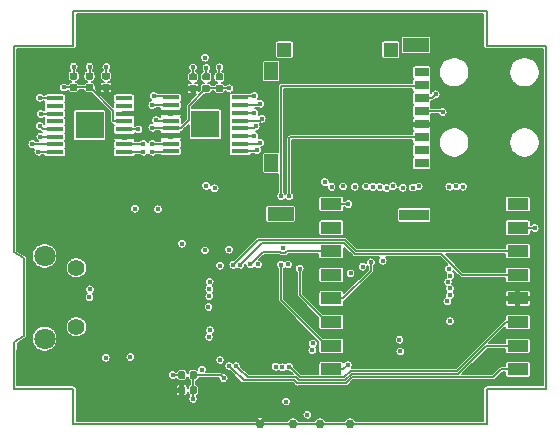
<source format=gbl>
G04 #@! TF.GenerationSoftware,KiCad,Pcbnew,(5.1.4)-1*
G04 #@! TF.CreationDate,2019-10-25T18:25:26-07:00*
G04 #@! TF.ProjectId,mainboard,6d61696e-626f-4617-9264-2e6b69636164,rev?*
G04 #@! TF.SameCoordinates,Original*
G04 #@! TF.FileFunction,Copper,L4,Bot*
G04 #@! TF.FilePolarity,Positive*
%FSLAX46Y46*%
G04 Gerber Fmt 4.6, Leading zero omitted, Abs format (unit mm)*
G04 Created by KiCad (PCBNEW (5.1.4)-1) date 2019-10-25 18:25:26*
%MOMM*%
%LPD*%
G04 APERTURE LIST*
%ADD10C,0.150000*%
%ADD11C,0.100000*%
%ADD12C,0.590000*%
%ADD13R,2.460000X2.310000*%
%ADD14R,1.475000X0.450000*%
%ADD15R,1.800000X1.000000*%
%ADD16R,1.150000X1.500000*%
%ADD17R,2.200000X1.150000*%
%ADD18R,1.200000X1.160000*%
%ADD19R,1.250000X1.160000*%
%ADD20R,2.500000X0.950000*%
%ADD21R,1.240000X0.800000*%
%ADD22C,0.750000*%
%ADD23C,1.408000*%
%ADD24C,1.800000*%
%ADD25C,0.450000*%
%ADD26C,0.127000*%
G04 APERTURE END LIST*
D10*
X116700300Y-106041600D02*
X116700300Y-109041600D01*
X116700300Y-74041600D02*
X116700300Y-77041600D01*
X121710300Y-106041600D02*
X116700300Y-106041600D01*
X121710300Y-77041600D02*
X116700300Y-77041600D01*
X81725100Y-77041600D02*
X81725100Y-74041600D01*
X76715100Y-106041600D02*
X76721300Y-102057200D01*
X81725100Y-106041600D02*
X76715100Y-106041600D01*
X81725100Y-77041600D02*
X76715100Y-77041600D01*
X77532900Y-95021400D02*
X76708000Y-94513400D01*
X121710300Y-106041600D02*
X121710300Y-77041600D01*
X77546200Y-101549200D02*
X76721300Y-102057200D01*
X81725100Y-106041600D02*
X81725100Y-109041600D01*
X77532900Y-95021400D02*
X77546200Y-101549200D01*
X81725100Y-109041600D02*
X116700300Y-109041600D01*
X116700300Y-74041600D02*
X81725100Y-74041600D01*
X76715100Y-77041600D02*
X76708000Y-94513400D01*
D11*
G36*
X91055998Y-105842550D02*
G01*
X91070316Y-105844674D01*
X91084357Y-105848191D01*
X91097986Y-105853068D01*
X91111071Y-105859257D01*
X91123487Y-105866698D01*
X91135113Y-105875321D01*
X91145838Y-105885042D01*
X91155559Y-105895767D01*
X91164182Y-105907393D01*
X91171623Y-105919809D01*
X91177812Y-105932894D01*
X91182689Y-105946523D01*
X91186206Y-105960564D01*
X91188330Y-105974882D01*
X91189040Y-105989340D01*
X91189040Y-106334340D01*
X91188330Y-106348798D01*
X91186206Y-106363116D01*
X91182689Y-106377157D01*
X91177812Y-106390786D01*
X91171623Y-106403871D01*
X91164182Y-106416287D01*
X91155559Y-106427913D01*
X91145838Y-106438638D01*
X91135113Y-106448359D01*
X91123487Y-106456982D01*
X91111071Y-106464423D01*
X91097986Y-106470612D01*
X91084357Y-106475489D01*
X91070316Y-106479006D01*
X91055998Y-106481130D01*
X91041540Y-106481840D01*
X90746540Y-106481840D01*
X90732082Y-106481130D01*
X90717764Y-106479006D01*
X90703723Y-106475489D01*
X90690094Y-106470612D01*
X90677009Y-106464423D01*
X90664593Y-106456982D01*
X90652967Y-106448359D01*
X90642242Y-106438638D01*
X90632521Y-106427913D01*
X90623898Y-106416287D01*
X90616457Y-106403871D01*
X90610268Y-106390786D01*
X90605391Y-106377157D01*
X90601874Y-106363116D01*
X90599750Y-106348798D01*
X90599040Y-106334340D01*
X90599040Y-105989340D01*
X90599750Y-105974882D01*
X90601874Y-105960564D01*
X90605391Y-105946523D01*
X90610268Y-105932894D01*
X90616457Y-105919809D01*
X90623898Y-105907393D01*
X90632521Y-105895767D01*
X90642242Y-105885042D01*
X90652967Y-105875321D01*
X90664593Y-105866698D01*
X90677009Y-105859257D01*
X90690094Y-105853068D01*
X90703723Y-105848191D01*
X90717764Y-105844674D01*
X90732082Y-105842550D01*
X90746540Y-105841840D01*
X91041540Y-105841840D01*
X91055998Y-105842550D01*
X91055998Y-105842550D01*
G37*
D12*
X90894040Y-106161840D03*
D11*
G36*
X92025998Y-105842550D02*
G01*
X92040316Y-105844674D01*
X92054357Y-105848191D01*
X92067986Y-105853068D01*
X92081071Y-105859257D01*
X92093487Y-105866698D01*
X92105113Y-105875321D01*
X92115838Y-105885042D01*
X92125559Y-105895767D01*
X92134182Y-105907393D01*
X92141623Y-105919809D01*
X92147812Y-105932894D01*
X92152689Y-105946523D01*
X92156206Y-105960564D01*
X92158330Y-105974882D01*
X92159040Y-105989340D01*
X92159040Y-106334340D01*
X92158330Y-106348798D01*
X92156206Y-106363116D01*
X92152689Y-106377157D01*
X92147812Y-106390786D01*
X92141623Y-106403871D01*
X92134182Y-106416287D01*
X92125559Y-106427913D01*
X92115838Y-106438638D01*
X92105113Y-106448359D01*
X92093487Y-106456982D01*
X92081071Y-106464423D01*
X92067986Y-106470612D01*
X92054357Y-106475489D01*
X92040316Y-106479006D01*
X92025998Y-106481130D01*
X92011540Y-106481840D01*
X91716540Y-106481840D01*
X91702082Y-106481130D01*
X91687764Y-106479006D01*
X91673723Y-106475489D01*
X91660094Y-106470612D01*
X91647009Y-106464423D01*
X91634593Y-106456982D01*
X91622967Y-106448359D01*
X91612242Y-106438638D01*
X91602521Y-106427913D01*
X91593898Y-106416287D01*
X91586457Y-106403871D01*
X91580268Y-106390786D01*
X91575391Y-106377157D01*
X91571874Y-106363116D01*
X91569750Y-106348798D01*
X91569040Y-106334340D01*
X91569040Y-105989340D01*
X91569750Y-105974882D01*
X91571874Y-105960564D01*
X91575391Y-105946523D01*
X91580268Y-105932894D01*
X91586457Y-105919809D01*
X91593898Y-105907393D01*
X91602521Y-105895767D01*
X91612242Y-105885042D01*
X91622967Y-105875321D01*
X91634593Y-105866698D01*
X91647009Y-105859257D01*
X91660094Y-105853068D01*
X91673723Y-105848191D01*
X91687764Y-105844674D01*
X91702082Y-105842550D01*
X91716540Y-105841840D01*
X92011540Y-105841840D01*
X92025998Y-105842550D01*
X92025998Y-105842550D01*
G37*
D12*
X91864040Y-106161840D03*
D11*
G36*
X83270358Y-79281510D02*
G01*
X83284676Y-79283634D01*
X83298717Y-79287151D01*
X83312346Y-79292028D01*
X83325431Y-79298217D01*
X83337847Y-79305658D01*
X83349473Y-79314281D01*
X83360198Y-79324002D01*
X83369919Y-79334727D01*
X83378542Y-79346353D01*
X83385983Y-79358769D01*
X83392172Y-79371854D01*
X83397049Y-79385483D01*
X83400566Y-79399524D01*
X83402690Y-79413842D01*
X83403400Y-79428300D01*
X83403400Y-79723300D01*
X83402690Y-79737758D01*
X83400566Y-79752076D01*
X83397049Y-79766117D01*
X83392172Y-79779746D01*
X83385983Y-79792831D01*
X83378542Y-79805247D01*
X83369919Y-79816873D01*
X83360198Y-79827598D01*
X83349473Y-79837319D01*
X83337847Y-79845942D01*
X83325431Y-79853383D01*
X83312346Y-79859572D01*
X83298717Y-79864449D01*
X83284676Y-79867966D01*
X83270358Y-79870090D01*
X83255900Y-79870800D01*
X82910900Y-79870800D01*
X82896442Y-79870090D01*
X82882124Y-79867966D01*
X82868083Y-79864449D01*
X82854454Y-79859572D01*
X82841369Y-79853383D01*
X82828953Y-79845942D01*
X82817327Y-79837319D01*
X82806602Y-79827598D01*
X82796881Y-79816873D01*
X82788258Y-79805247D01*
X82780817Y-79792831D01*
X82774628Y-79779746D01*
X82769751Y-79766117D01*
X82766234Y-79752076D01*
X82764110Y-79737758D01*
X82763400Y-79723300D01*
X82763400Y-79428300D01*
X82764110Y-79413842D01*
X82766234Y-79399524D01*
X82769751Y-79385483D01*
X82774628Y-79371854D01*
X82780817Y-79358769D01*
X82788258Y-79346353D01*
X82796881Y-79334727D01*
X82806602Y-79324002D01*
X82817327Y-79314281D01*
X82828953Y-79305658D01*
X82841369Y-79298217D01*
X82854454Y-79292028D01*
X82868083Y-79287151D01*
X82882124Y-79283634D01*
X82896442Y-79281510D01*
X82910900Y-79280800D01*
X83255900Y-79280800D01*
X83270358Y-79281510D01*
X83270358Y-79281510D01*
G37*
D12*
X83083400Y-79575800D03*
D11*
G36*
X83270358Y-80251510D02*
G01*
X83284676Y-80253634D01*
X83298717Y-80257151D01*
X83312346Y-80262028D01*
X83325431Y-80268217D01*
X83337847Y-80275658D01*
X83349473Y-80284281D01*
X83360198Y-80294002D01*
X83369919Y-80304727D01*
X83378542Y-80316353D01*
X83385983Y-80328769D01*
X83392172Y-80341854D01*
X83397049Y-80355483D01*
X83400566Y-80369524D01*
X83402690Y-80383842D01*
X83403400Y-80398300D01*
X83403400Y-80693300D01*
X83402690Y-80707758D01*
X83400566Y-80722076D01*
X83397049Y-80736117D01*
X83392172Y-80749746D01*
X83385983Y-80762831D01*
X83378542Y-80775247D01*
X83369919Y-80786873D01*
X83360198Y-80797598D01*
X83349473Y-80807319D01*
X83337847Y-80815942D01*
X83325431Y-80823383D01*
X83312346Y-80829572D01*
X83298717Y-80834449D01*
X83284676Y-80837966D01*
X83270358Y-80840090D01*
X83255900Y-80840800D01*
X82910900Y-80840800D01*
X82896442Y-80840090D01*
X82882124Y-80837966D01*
X82868083Y-80834449D01*
X82854454Y-80829572D01*
X82841369Y-80823383D01*
X82828953Y-80815942D01*
X82817327Y-80807319D01*
X82806602Y-80797598D01*
X82796881Y-80786873D01*
X82788258Y-80775247D01*
X82780817Y-80762831D01*
X82774628Y-80749746D01*
X82769751Y-80736117D01*
X82766234Y-80722076D01*
X82764110Y-80707758D01*
X82763400Y-80693300D01*
X82763400Y-80398300D01*
X82764110Y-80383842D01*
X82766234Y-80369524D01*
X82769751Y-80355483D01*
X82774628Y-80341854D01*
X82780817Y-80328769D01*
X82788258Y-80316353D01*
X82796881Y-80304727D01*
X82806602Y-80294002D01*
X82817327Y-80284281D01*
X82828953Y-80275658D01*
X82841369Y-80268217D01*
X82854454Y-80262028D01*
X82868083Y-80257151D01*
X82882124Y-80253634D01*
X82896442Y-80251510D01*
X82910900Y-80250800D01*
X83255900Y-80250800D01*
X83270358Y-80251510D01*
X83270358Y-80251510D01*
G37*
D12*
X83083400Y-80545800D03*
D13*
X83083400Y-83743800D03*
D14*
X86021400Y-86018800D03*
X86021400Y-85368800D03*
X86021400Y-84718800D03*
X86021400Y-84068800D03*
X86021400Y-83418800D03*
X86021400Y-82768800D03*
X86021400Y-82118800D03*
X86021400Y-81468800D03*
X80145400Y-81468800D03*
X80145400Y-82118800D03*
X80145400Y-82768800D03*
X80145400Y-83418800D03*
X80145400Y-84068800D03*
X80145400Y-84718800D03*
X80145400Y-85368800D03*
X80145400Y-86018800D03*
D13*
X92887800Y-83667600D03*
D14*
X89949800Y-81392600D03*
X89949800Y-82042600D03*
X89949800Y-82692600D03*
X89949800Y-83342600D03*
X89949800Y-83992600D03*
X89949800Y-84642600D03*
X89949800Y-85292600D03*
X89949800Y-85942600D03*
X95825800Y-85942600D03*
X95825800Y-85292600D03*
X95825800Y-84642600D03*
X95825800Y-83992600D03*
X95825800Y-83342600D03*
X95825800Y-82692600D03*
X95825800Y-82042600D03*
X95825800Y-81392600D03*
D15*
X119355200Y-104409000D03*
X119355200Y-102409000D03*
X119355200Y-100409000D03*
X119355200Y-98409000D03*
X119355200Y-96409000D03*
X119355200Y-94409000D03*
X119355200Y-92409000D03*
X119355200Y-90409000D03*
X103555200Y-90409000D03*
X103555200Y-92409000D03*
X103555200Y-94409000D03*
X103555200Y-96409000D03*
X103555200Y-98409000D03*
X103555200Y-100409000D03*
X103555200Y-102409000D03*
X103555200Y-104409000D03*
D16*
X98463200Y-79134000D03*
X98463200Y-86914000D03*
D17*
X99258200Y-91219000D03*
D18*
X99588200Y-77334000D03*
D19*
X108588200Y-77334000D03*
D17*
X110738200Y-76929000D03*
D20*
X110588200Y-91319000D03*
D21*
X111218200Y-79274000D03*
X111218200Y-80374000D03*
X111218200Y-81474000D03*
X111218200Y-82574000D03*
X111218200Y-83674000D03*
X111218200Y-84774000D03*
X111218200Y-85874000D03*
X111218200Y-86974000D03*
D22*
X97510600Y-109032200D03*
X105122980Y-109044900D03*
X100330000Y-109044900D03*
X102582980Y-109044900D03*
D23*
X81973400Y-95810700D03*
X81973400Y-100810700D03*
D24*
X79273400Y-94810700D03*
X79273400Y-101810700D03*
D11*
G36*
X91055998Y-104572550D02*
G01*
X91070316Y-104574674D01*
X91084357Y-104578191D01*
X91097986Y-104583068D01*
X91111071Y-104589257D01*
X91123487Y-104596698D01*
X91135113Y-104605321D01*
X91145838Y-104615042D01*
X91155559Y-104625767D01*
X91164182Y-104637393D01*
X91171623Y-104649809D01*
X91177812Y-104662894D01*
X91182689Y-104676523D01*
X91186206Y-104690564D01*
X91188330Y-104704882D01*
X91189040Y-104719340D01*
X91189040Y-105064340D01*
X91188330Y-105078798D01*
X91186206Y-105093116D01*
X91182689Y-105107157D01*
X91177812Y-105120786D01*
X91171623Y-105133871D01*
X91164182Y-105146287D01*
X91155559Y-105157913D01*
X91145838Y-105168638D01*
X91135113Y-105178359D01*
X91123487Y-105186982D01*
X91111071Y-105194423D01*
X91097986Y-105200612D01*
X91084357Y-105205489D01*
X91070316Y-105209006D01*
X91055998Y-105211130D01*
X91041540Y-105211840D01*
X90746540Y-105211840D01*
X90732082Y-105211130D01*
X90717764Y-105209006D01*
X90703723Y-105205489D01*
X90690094Y-105200612D01*
X90677009Y-105194423D01*
X90664593Y-105186982D01*
X90652967Y-105178359D01*
X90642242Y-105168638D01*
X90632521Y-105157913D01*
X90623898Y-105146287D01*
X90616457Y-105133871D01*
X90610268Y-105120786D01*
X90605391Y-105107157D01*
X90601874Y-105093116D01*
X90599750Y-105078798D01*
X90599040Y-105064340D01*
X90599040Y-104719340D01*
X90599750Y-104704882D01*
X90601874Y-104690564D01*
X90605391Y-104676523D01*
X90610268Y-104662894D01*
X90616457Y-104649809D01*
X90623898Y-104637393D01*
X90632521Y-104625767D01*
X90642242Y-104615042D01*
X90652967Y-104605321D01*
X90664593Y-104596698D01*
X90677009Y-104589257D01*
X90690094Y-104583068D01*
X90703723Y-104578191D01*
X90717764Y-104574674D01*
X90732082Y-104572550D01*
X90746540Y-104571840D01*
X91041540Y-104571840D01*
X91055998Y-104572550D01*
X91055998Y-104572550D01*
G37*
D12*
X90894040Y-104891840D03*
D11*
G36*
X92025998Y-104572550D02*
G01*
X92040316Y-104574674D01*
X92054357Y-104578191D01*
X92067986Y-104583068D01*
X92081071Y-104589257D01*
X92093487Y-104596698D01*
X92105113Y-104605321D01*
X92115838Y-104615042D01*
X92125559Y-104625767D01*
X92134182Y-104637393D01*
X92141623Y-104649809D01*
X92147812Y-104662894D01*
X92152689Y-104676523D01*
X92156206Y-104690564D01*
X92158330Y-104704882D01*
X92159040Y-104719340D01*
X92159040Y-105064340D01*
X92158330Y-105078798D01*
X92156206Y-105093116D01*
X92152689Y-105107157D01*
X92147812Y-105120786D01*
X92141623Y-105133871D01*
X92134182Y-105146287D01*
X92125559Y-105157913D01*
X92115838Y-105168638D01*
X92105113Y-105178359D01*
X92093487Y-105186982D01*
X92081071Y-105194423D01*
X92067986Y-105200612D01*
X92054357Y-105205489D01*
X92040316Y-105209006D01*
X92025998Y-105211130D01*
X92011540Y-105211840D01*
X91716540Y-105211840D01*
X91702082Y-105211130D01*
X91687764Y-105209006D01*
X91673723Y-105205489D01*
X91660094Y-105200612D01*
X91647009Y-105194423D01*
X91634593Y-105186982D01*
X91622967Y-105178359D01*
X91612242Y-105168638D01*
X91602521Y-105157913D01*
X91593898Y-105146287D01*
X91586457Y-105133871D01*
X91580268Y-105120786D01*
X91575391Y-105107157D01*
X91571874Y-105093116D01*
X91569750Y-105078798D01*
X91569040Y-105064340D01*
X91569040Y-104719340D01*
X91569750Y-104704882D01*
X91571874Y-104690564D01*
X91575391Y-104676523D01*
X91580268Y-104662894D01*
X91586457Y-104649809D01*
X91593898Y-104637393D01*
X91602521Y-104625767D01*
X91612242Y-104615042D01*
X91622967Y-104605321D01*
X91634593Y-104596698D01*
X91647009Y-104589257D01*
X91660094Y-104583068D01*
X91673723Y-104578191D01*
X91687764Y-104574674D01*
X91702082Y-104572550D01*
X91716540Y-104571840D01*
X92011540Y-104571840D01*
X92025998Y-104572550D01*
X92025998Y-104572550D01*
G37*
D12*
X91864040Y-104891840D03*
D11*
G36*
X93150958Y-80327710D02*
G01*
X93165276Y-80329834D01*
X93179317Y-80333351D01*
X93192946Y-80338228D01*
X93206031Y-80344417D01*
X93218447Y-80351858D01*
X93230073Y-80360481D01*
X93240798Y-80370202D01*
X93250519Y-80380927D01*
X93259142Y-80392553D01*
X93266583Y-80404969D01*
X93272772Y-80418054D01*
X93277649Y-80431683D01*
X93281166Y-80445724D01*
X93283290Y-80460042D01*
X93284000Y-80474500D01*
X93284000Y-80769500D01*
X93283290Y-80783958D01*
X93281166Y-80798276D01*
X93277649Y-80812317D01*
X93272772Y-80825946D01*
X93266583Y-80839031D01*
X93259142Y-80851447D01*
X93250519Y-80863073D01*
X93240798Y-80873798D01*
X93230073Y-80883519D01*
X93218447Y-80892142D01*
X93206031Y-80899583D01*
X93192946Y-80905772D01*
X93179317Y-80910649D01*
X93165276Y-80914166D01*
X93150958Y-80916290D01*
X93136500Y-80917000D01*
X92791500Y-80917000D01*
X92777042Y-80916290D01*
X92762724Y-80914166D01*
X92748683Y-80910649D01*
X92735054Y-80905772D01*
X92721969Y-80899583D01*
X92709553Y-80892142D01*
X92697927Y-80883519D01*
X92687202Y-80873798D01*
X92677481Y-80863073D01*
X92668858Y-80851447D01*
X92661417Y-80839031D01*
X92655228Y-80825946D01*
X92650351Y-80812317D01*
X92646834Y-80798276D01*
X92644710Y-80783958D01*
X92644000Y-80769500D01*
X92644000Y-80474500D01*
X92644710Y-80460042D01*
X92646834Y-80445724D01*
X92650351Y-80431683D01*
X92655228Y-80418054D01*
X92661417Y-80404969D01*
X92668858Y-80392553D01*
X92677481Y-80380927D01*
X92687202Y-80370202D01*
X92697927Y-80360481D01*
X92709553Y-80351858D01*
X92721969Y-80344417D01*
X92735054Y-80338228D01*
X92748683Y-80333351D01*
X92762724Y-80329834D01*
X92777042Y-80327710D01*
X92791500Y-80327000D01*
X93136500Y-80327000D01*
X93150958Y-80327710D01*
X93150958Y-80327710D01*
G37*
D12*
X92964000Y-80622000D03*
D11*
G36*
X93150958Y-79357710D02*
G01*
X93165276Y-79359834D01*
X93179317Y-79363351D01*
X93192946Y-79368228D01*
X93206031Y-79374417D01*
X93218447Y-79381858D01*
X93230073Y-79390481D01*
X93240798Y-79400202D01*
X93250519Y-79410927D01*
X93259142Y-79422553D01*
X93266583Y-79434969D01*
X93272772Y-79448054D01*
X93277649Y-79461683D01*
X93281166Y-79475724D01*
X93283290Y-79490042D01*
X93284000Y-79504500D01*
X93284000Y-79799500D01*
X93283290Y-79813958D01*
X93281166Y-79828276D01*
X93277649Y-79842317D01*
X93272772Y-79855946D01*
X93266583Y-79869031D01*
X93259142Y-79881447D01*
X93250519Y-79893073D01*
X93240798Y-79903798D01*
X93230073Y-79913519D01*
X93218447Y-79922142D01*
X93206031Y-79929583D01*
X93192946Y-79935772D01*
X93179317Y-79940649D01*
X93165276Y-79944166D01*
X93150958Y-79946290D01*
X93136500Y-79947000D01*
X92791500Y-79947000D01*
X92777042Y-79946290D01*
X92762724Y-79944166D01*
X92748683Y-79940649D01*
X92735054Y-79935772D01*
X92721969Y-79929583D01*
X92709553Y-79922142D01*
X92697927Y-79913519D01*
X92687202Y-79903798D01*
X92677481Y-79893073D01*
X92668858Y-79881447D01*
X92661417Y-79869031D01*
X92655228Y-79855946D01*
X92650351Y-79842317D01*
X92646834Y-79828276D01*
X92644710Y-79813958D01*
X92644000Y-79799500D01*
X92644000Y-79504500D01*
X92644710Y-79490042D01*
X92646834Y-79475724D01*
X92650351Y-79461683D01*
X92655228Y-79448054D01*
X92661417Y-79434969D01*
X92668858Y-79422553D01*
X92677481Y-79410927D01*
X92687202Y-79400202D01*
X92697927Y-79390481D01*
X92709553Y-79381858D01*
X92721969Y-79374417D01*
X92735054Y-79368228D01*
X92748683Y-79363351D01*
X92762724Y-79359834D01*
X92777042Y-79357710D01*
X92791500Y-79357000D01*
X93136500Y-79357000D01*
X93150958Y-79357710D01*
X93150958Y-79357710D01*
G37*
D12*
X92964000Y-79652000D03*
D11*
G36*
X94268558Y-79360110D02*
G01*
X94282876Y-79362234D01*
X94296917Y-79365751D01*
X94310546Y-79370628D01*
X94323631Y-79376817D01*
X94336047Y-79384258D01*
X94347673Y-79392881D01*
X94358398Y-79402602D01*
X94368119Y-79413327D01*
X94376742Y-79424953D01*
X94384183Y-79437369D01*
X94390372Y-79450454D01*
X94395249Y-79464083D01*
X94398766Y-79478124D01*
X94400890Y-79492442D01*
X94401600Y-79506900D01*
X94401600Y-79801900D01*
X94400890Y-79816358D01*
X94398766Y-79830676D01*
X94395249Y-79844717D01*
X94390372Y-79858346D01*
X94384183Y-79871431D01*
X94376742Y-79883847D01*
X94368119Y-79895473D01*
X94358398Y-79906198D01*
X94347673Y-79915919D01*
X94336047Y-79924542D01*
X94323631Y-79931983D01*
X94310546Y-79938172D01*
X94296917Y-79943049D01*
X94282876Y-79946566D01*
X94268558Y-79948690D01*
X94254100Y-79949400D01*
X93909100Y-79949400D01*
X93894642Y-79948690D01*
X93880324Y-79946566D01*
X93866283Y-79943049D01*
X93852654Y-79938172D01*
X93839569Y-79931983D01*
X93827153Y-79924542D01*
X93815527Y-79915919D01*
X93804802Y-79906198D01*
X93795081Y-79895473D01*
X93786458Y-79883847D01*
X93779017Y-79871431D01*
X93772828Y-79858346D01*
X93767951Y-79844717D01*
X93764434Y-79830676D01*
X93762310Y-79816358D01*
X93761600Y-79801900D01*
X93761600Y-79506900D01*
X93762310Y-79492442D01*
X93764434Y-79478124D01*
X93767951Y-79464083D01*
X93772828Y-79450454D01*
X93779017Y-79437369D01*
X93786458Y-79424953D01*
X93795081Y-79413327D01*
X93804802Y-79402602D01*
X93815527Y-79392881D01*
X93827153Y-79384258D01*
X93839569Y-79376817D01*
X93852654Y-79370628D01*
X93866283Y-79365751D01*
X93880324Y-79362234D01*
X93894642Y-79360110D01*
X93909100Y-79359400D01*
X94254100Y-79359400D01*
X94268558Y-79360110D01*
X94268558Y-79360110D01*
G37*
D12*
X94081600Y-79654400D03*
D11*
G36*
X94268558Y-80330110D02*
G01*
X94282876Y-80332234D01*
X94296917Y-80335751D01*
X94310546Y-80340628D01*
X94323631Y-80346817D01*
X94336047Y-80354258D01*
X94347673Y-80362881D01*
X94358398Y-80372602D01*
X94368119Y-80383327D01*
X94376742Y-80394953D01*
X94384183Y-80407369D01*
X94390372Y-80420454D01*
X94395249Y-80434083D01*
X94398766Y-80448124D01*
X94400890Y-80462442D01*
X94401600Y-80476900D01*
X94401600Y-80771900D01*
X94400890Y-80786358D01*
X94398766Y-80800676D01*
X94395249Y-80814717D01*
X94390372Y-80828346D01*
X94384183Y-80841431D01*
X94376742Y-80853847D01*
X94368119Y-80865473D01*
X94358398Y-80876198D01*
X94347673Y-80885919D01*
X94336047Y-80894542D01*
X94323631Y-80901983D01*
X94310546Y-80908172D01*
X94296917Y-80913049D01*
X94282876Y-80916566D01*
X94268558Y-80918690D01*
X94254100Y-80919400D01*
X93909100Y-80919400D01*
X93894642Y-80918690D01*
X93880324Y-80916566D01*
X93866283Y-80913049D01*
X93852654Y-80908172D01*
X93839569Y-80901983D01*
X93827153Y-80894542D01*
X93815527Y-80885919D01*
X93804802Y-80876198D01*
X93795081Y-80865473D01*
X93786458Y-80853847D01*
X93779017Y-80841431D01*
X93772828Y-80828346D01*
X93767951Y-80814717D01*
X93764434Y-80800676D01*
X93762310Y-80786358D01*
X93761600Y-80771900D01*
X93761600Y-80476900D01*
X93762310Y-80462442D01*
X93764434Y-80448124D01*
X93767951Y-80434083D01*
X93772828Y-80420454D01*
X93779017Y-80407369D01*
X93786458Y-80394953D01*
X93795081Y-80383327D01*
X93804802Y-80372602D01*
X93815527Y-80362881D01*
X93827153Y-80354258D01*
X93839569Y-80346817D01*
X93852654Y-80340628D01*
X93866283Y-80335751D01*
X93880324Y-80332234D01*
X93894642Y-80330110D01*
X93909100Y-80329400D01*
X94254100Y-80329400D01*
X94268558Y-80330110D01*
X94268558Y-80330110D01*
G37*
D12*
X94081600Y-80624400D03*
D11*
G36*
X92033358Y-79357710D02*
G01*
X92047676Y-79359834D01*
X92061717Y-79363351D01*
X92075346Y-79368228D01*
X92088431Y-79374417D01*
X92100847Y-79381858D01*
X92112473Y-79390481D01*
X92123198Y-79400202D01*
X92132919Y-79410927D01*
X92141542Y-79422553D01*
X92148983Y-79434969D01*
X92155172Y-79448054D01*
X92160049Y-79461683D01*
X92163566Y-79475724D01*
X92165690Y-79490042D01*
X92166400Y-79504500D01*
X92166400Y-79799500D01*
X92165690Y-79813958D01*
X92163566Y-79828276D01*
X92160049Y-79842317D01*
X92155172Y-79855946D01*
X92148983Y-79869031D01*
X92141542Y-79881447D01*
X92132919Y-79893073D01*
X92123198Y-79903798D01*
X92112473Y-79913519D01*
X92100847Y-79922142D01*
X92088431Y-79929583D01*
X92075346Y-79935772D01*
X92061717Y-79940649D01*
X92047676Y-79944166D01*
X92033358Y-79946290D01*
X92018900Y-79947000D01*
X91673900Y-79947000D01*
X91659442Y-79946290D01*
X91645124Y-79944166D01*
X91631083Y-79940649D01*
X91617454Y-79935772D01*
X91604369Y-79929583D01*
X91591953Y-79922142D01*
X91580327Y-79913519D01*
X91569602Y-79903798D01*
X91559881Y-79893073D01*
X91551258Y-79881447D01*
X91543817Y-79869031D01*
X91537628Y-79855946D01*
X91532751Y-79842317D01*
X91529234Y-79828276D01*
X91527110Y-79813958D01*
X91526400Y-79799500D01*
X91526400Y-79504500D01*
X91527110Y-79490042D01*
X91529234Y-79475724D01*
X91532751Y-79461683D01*
X91537628Y-79448054D01*
X91543817Y-79434969D01*
X91551258Y-79422553D01*
X91559881Y-79410927D01*
X91569602Y-79400202D01*
X91580327Y-79390481D01*
X91591953Y-79381858D01*
X91604369Y-79374417D01*
X91617454Y-79368228D01*
X91631083Y-79363351D01*
X91645124Y-79359834D01*
X91659442Y-79357710D01*
X91673900Y-79357000D01*
X92018900Y-79357000D01*
X92033358Y-79357710D01*
X92033358Y-79357710D01*
G37*
D12*
X91846400Y-79652000D03*
D11*
G36*
X92033358Y-80327710D02*
G01*
X92047676Y-80329834D01*
X92061717Y-80333351D01*
X92075346Y-80338228D01*
X92088431Y-80344417D01*
X92100847Y-80351858D01*
X92112473Y-80360481D01*
X92123198Y-80370202D01*
X92132919Y-80380927D01*
X92141542Y-80392553D01*
X92148983Y-80404969D01*
X92155172Y-80418054D01*
X92160049Y-80431683D01*
X92163566Y-80445724D01*
X92165690Y-80460042D01*
X92166400Y-80474500D01*
X92166400Y-80769500D01*
X92165690Y-80783958D01*
X92163566Y-80798276D01*
X92160049Y-80812317D01*
X92155172Y-80825946D01*
X92148983Y-80839031D01*
X92141542Y-80851447D01*
X92132919Y-80863073D01*
X92123198Y-80873798D01*
X92112473Y-80883519D01*
X92100847Y-80892142D01*
X92088431Y-80899583D01*
X92075346Y-80905772D01*
X92061717Y-80910649D01*
X92047676Y-80914166D01*
X92033358Y-80916290D01*
X92018900Y-80917000D01*
X91673900Y-80917000D01*
X91659442Y-80916290D01*
X91645124Y-80914166D01*
X91631083Y-80910649D01*
X91617454Y-80905772D01*
X91604369Y-80899583D01*
X91591953Y-80892142D01*
X91580327Y-80883519D01*
X91569602Y-80873798D01*
X91559881Y-80863073D01*
X91551258Y-80851447D01*
X91543817Y-80839031D01*
X91537628Y-80825946D01*
X91532751Y-80812317D01*
X91529234Y-80798276D01*
X91527110Y-80783958D01*
X91526400Y-80769500D01*
X91526400Y-80474500D01*
X91527110Y-80460042D01*
X91529234Y-80445724D01*
X91532751Y-80431683D01*
X91537628Y-80418054D01*
X91543817Y-80404969D01*
X91551258Y-80392553D01*
X91559881Y-80380927D01*
X91569602Y-80370202D01*
X91580327Y-80360481D01*
X91591953Y-80351858D01*
X91604369Y-80344417D01*
X91617454Y-80338228D01*
X91631083Y-80333351D01*
X91645124Y-80329834D01*
X91659442Y-80327710D01*
X91673900Y-80327000D01*
X92018900Y-80327000D01*
X92033358Y-80327710D01*
X92033358Y-80327710D01*
G37*
D12*
X91846400Y-80622000D03*
D11*
G36*
X84667358Y-80251510D02*
G01*
X84681676Y-80253634D01*
X84695717Y-80257151D01*
X84709346Y-80262028D01*
X84722431Y-80268217D01*
X84734847Y-80275658D01*
X84746473Y-80284281D01*
X84757198Y-80294002D01*
X84766919Y-80304727D01*
X84775542Y-80316353D01*
X84782983Y-80328769D01*
X84789172Y-80341854D01*
X84794049Y-80355483D01*
X84797566Y-80369524D01*
X84799690Y-80383842D01*
X84800400Y-80398300D01*
X84800400Y-80693300D01*
X84799690Y-80707758D01*
X84797566Y-80722076D01*
X84794049Y-80736117D01*
X84789172Y-80749746D01*
X84782983Y-80762831D01*
X84775542Y-80775247D01*
X84766919Y-80786873D01*
X84757198Y-80797598D01*
X84746473Y-80807319D01*
X84734847Y-80815942D01*
X84722431Y-80823383D01*
X84709346Y-80829572D01*
X84695717Y-80834449D01*
X84681676Y-80837966D01*
X84667358Y-80840090D01*
X84652900Y-80840800D01*
X84307900Y-80840800D01*
X84293442Y-80840090D01*
X84279124Y-80837966D01*
X84265083Y-80834449D01*
X84251454Y-80829572D01*
X84238369Y-80823383D01*
X84225953Y-80815942D01*
X84214327Y-80807319D01*
X84203602Y-80797598D01*
X84193881Y-80786873D01*
X84185258Y-80775247D01*
X84177817Y-80762831D01*
X84171628Y-80749746D01*
X84166751Y-80736117D01*
X84163234Y-80722076D01*
X84161110Y-80707758D01*
X84160400Y-80693300D01*
X84160400Y-80398300D01*
X84161110Y-80383842D01*
X84163234Y-80369524D01*
X84166751Y-80355483D01*
X84171628Y-80341854D01*
X84177817Y-80328769D01*
X84185258Y-80316353D01*
X84193881Y-80304727D01*
X84203602Y-80294002D01*
X84214327Y-80284281D01*
X84225953Y-80275658D01*
X84238369Y-80268217D01*
X84251454Y-80262028D01*
X84265083Y-80257151D01*
X84279124Y-80253634D01*
X84293442Y-80251510D01*
X84307900Y-80250800D01*
X84652900Y-80250800D01*
X84667358Y-80251510D01*
X84667358Y-80251510D01*
G37*
D12*
X84480400Y-80545800D03*
D11*
G36*
X84667358Y-79281510D02*
G01*
X84681676Y-79283634D01*
X84695717Y-79287151D01*
X84709346Y-79292028D01*
X84722431Y-79298217D01*
X84734847Y-79305658D01*
X84746473Y-79314281D01*
X84757198Y-79324002D01*
X84766919Y-79334727D01*
X84775542Y-79346353D01*
X84782983Y-79358769D01*
X84789172Y-79371854D01*
X84794049Y-79385483D01*
X84797566Y-79399524D01*
X84799690Y-79413842D01*
X84800400Y-79428300D01*
X84800400Y-79723300D01*
X84799690Y-79737758D01*
X84797566Y-79752076D01*
X84794049Y-79766117D01*
X84789172Y-79779746D01*
X84782983Y-79792831D01*
X84775542Y-79805247D01*
X84766919Y-79816873D01*
X84757198Y-79827598D01*
X84746473Y-79837319D01*
X84734847Y-79845942D01*
X84722431Y-79853383D01*
X84709346Y-79859572D01*
X84695717Y-79864449D01*
X84681676Y-79867966D01*
X84667358Y-79870090D01*
X84652900Y-79870800D01*
X84307900Y-79870800D01*
X84293442Y-79870090D01*
X84279124Y-79867966D01*
X84265083Y-79864449D01*
X84251454Y-79859572D01*
X84238369Y-79853383D01*
X84225953Y-79845942D01*
X84214327Y-79837319D01*
X84203602Y-79827598D01*
X84193881Y-79816873D01*
X84185258Y-79805247D01*
X84177817Y-79792831D01*
X84171628Y-79779746D01*
X84166751Y-79766117D01*
X84163234Y-79752076D01*
X84161110Y-79737758D01*
X84160400Y-79723300D01*
X84160400Y-79428300D01*
X84161110Y-79413842D01*
X84163234Y-79399524D01*
X84166751Y-79385483D01*
X84171628Y-79371854D01*
X84177817Y-79358769D01*
X84185258Y-79346353D01*
X84193881Y-79334727D01*
X84203602Y-79324002D01*
X84214327Y-79314281D01*
X84225953Y-79305658D01*
X84238369Y-79298217D01*
X84251454Y-79292028D01*
X84265083Y-79287151D01*
X84279124Y-79283634D01*
X84293442Y-79281510D01*
X84307900Y-79280800D01*
X84652900Y-79280800D01*
X84667358Y-79281510D01*
X84667358Y-79281510D01*
G37*
D12*
X84480400Y-79575800D03*
D11*
G36*
X81924158Y-79281510D02*
G01*
X81938476Y-79283634D01*
X81952517Y-79287151D01*
X81966146Y-79292028D01*
X81979231Y-79298217D01*
X81991647Y-79305658D01*
X82003273Y-79314281D01*
X82013998Y-79324002D01*
X82023719Y-79334727D01*
X82032342Y-79346353D01*
X82039783Y-79358769D01*
X82045972Y-79371854D01*
X82050849Y-79385483D01*
X82054366Y-79399524D01*
X82056490Y-79413842D01*
X82057200Y-79428300D01*
X82057200Y-79723300D01*
X82056490Y-79737758D01*
X82054366Y-79752076D01*
X82050849Y-79766117D01*
X82045972Y-79779746D01*
X82039783Y-79792831D01*
X82032342Y-79805247D01*
X82023719Y-79816873D01*
X82013998Y-79827598D01*
X82003273Y-79837319D01*
X81991647Y-79845942D01*
X81979231Y-79853383D01*
X81966146Y-79859572D01*
X81952517Y-79864449D01*
X81938476Y-79867966D01*
X81924158Y-79870090D01*
X81909700Y-79870800D01*
X81564700Y-79870800D01*
X81550242Y-79870090D01*
X81535924Y-79867966D01*
X81521883Y-79864449D01*
X81508254Y-79859572D01*
X81495169Y-79853383D01*
X81482753Y-79845942D01*
X81471127Y-79837319D01*
X81460402Y-79827598D01*
X81450681Y-79816873D01*
X81442058Y-79805247D01*
X81434617Y-79792831D01*
X81428428Y-79779746D01*
X81423551Y-79766117D01*
X81420034Y-79752076D01*
X81417910Y-79737758D01*
X81417200Y-79723300D01*
X81417200Y-79428300D01*
X81417910Y-79413842D01*
X81420034Y-79399524D01*
X81423551Y-79385483D01*
X81428428Y-79371854D01*
X81434617Y-79358769D01*
X81442058Y-79346353D01*
X81450681Y-79334727D01*
X81460402Y-79324002D01*
X81471127Y-79314281D01*
X81482753Y-79305658D01*
X81495169Y-79298217D01*
X81508254Y-79292028D01*
X81521883Y-79287151D01*
X81535924Y-79283634D01*
X81550242Y-79281510D01*
X81564700Y-79280800D01*
X81909700Y-79280800D01*
X81924158Y-79281510D01*
X81924158Y-79281510D01*
G37*
D12*
X81737200Y-79575800D03*
D11*
G36*
X81924158Y-80251510D02*
G01*
X81938476Y-80253634D01*
X81952517Y-80257151D01*
X81966146Y-80262028D01*
X81979231Y-80268217D01*
X81991647Y-80275658D01*
X82003273Y-80284281D01*
X82013998Y-80294002D01*
X82023719Y-80304727D01*
X82032342Y-80316353D01*
X82039783Y-80328769D01*
X82045972Y-80341854D01*
X82050849Y-80355483D01*
X82054366Y-80369524D01*
X82056490Y-80383842D01*
X82057200Y-80398300D01*
X82057200Y-80693300D01*
X82056490Y-80707758D01*
X82054366Y-80722076D01*
X82050849Y-80736117D01*
X82045972Y-80749746D01*
X82039783Y-80762831D01*
X82032342Y-80775247D01*
X82023719Y-80786873D01*
X82013998Y-80797598D01*
X82003273Y-80807319D01*
X81991647Y-80815942D01*
X81979231Y-80823383D01*
X81966146Y-80829572D01*
X81952517Y-80834449D01*
X81938476Y-80837966D01*
X81924158Y-80840090D01*
X81909700Y-80840800D01*
X81564700Y-80840800D01*
X81550242Y-80840090D01*
X81535924Y-80837966D01*
X81521883Y-80834449D01*
X81508254Y-80829572D01*
X81495169Y-80823383D01*
X81482753Y-80815942D01*
X81471127Y-80807319D01*
X81460402Y-80797598D01*
X81450681Y-80786873D01*
X81442058Y-80775247D01*
X81434617Y-80762831D01*
X81428428Y-80749746D01*
X81423551Y-80736117D01*
X81420034Y-80722076D01*
X81417910Y-80707758D01*
X81417200Y-80693300D01*
X81417200Y-80398300D01*
X81417910Y-80383842D01*
X81420034Y-80369524D01*
X81423551Y-80355483D01*
X81428428Y-80341854D01*
X81434617Y-80328769D01*
X81442058Y-80316353D01*
X81450681Y-80304727D01*
X81460402Y-80294002D01*
X81471127Y-80284281D01*
X81482753Y-80275658D01*
X81495169Y-80268217D01*
X81508254Y-80262028D01*
X81521883Y-80257151D01*
X81535924Y-80253634D01*
X81550242Y-80251510D01*
X81564700Y-80250800D01*
X81909700Y-80250800D01*
X81924158Y-80251510D01*
X81924158Y-80251510D01*
G37*
D12*
X81737200Y-80545800D03*
D25*
X120777000Y-92456000D03*
X112395000Y-81127600D03*
X88722200Y-83312000D03*
X97028000Y-82702400D03*
X97028000Y-84632800D03*
X87223600Y-84099400D03*
X78917800Y-84709000D03*
X78943200Y-82778600D03*
X81737200Y-78790800D03*
X83083400Y-78790800D03*
X84505800Y-78816200D03*
X91846400Y-78841600D03*
X92964000Y-78892400D03*
X94081600Y-78841600D03*
X104978200Y-104038400D03*
X90119200Y-104876600D03*
X105003600Y-90424000D03*
X93199899Y-101663213D03*
X83074574Y-98308022D03*
X93281500Y-101092000D03*
X83112401Y-97641201D03*
X101523800Y-108254800D03*
X99408427Y-104240734D03*
X99720400Y-107137200D03*
X98835009Y-104176431D03*
X105181400Y-96291400D03*
X99296441Y-95556845D03*
X113424456Y-97004507D03*
X99288600Y-89738200D03*
X86918800Y-90805000D03*
X99872800Y-95529400D03*
X106906123Y-95351896D03*
X113505003Y-95907701D03*
X90906600Y-93776800D03*
X99466400Y-94134009D03*
X112979200Y-82626200D03*
X106197400Y-95719900D03*
X113639116Y-96468910D03*
X100873412Y-95875890D03*
X88874600Y-90855800D03*
X99999800Y-89763600D03*
X98298000Y-95631010D03*
X101981000Y-100076000D03*
X106095800Y-99263200D03*
X109982000Y-98637310D03*
X90093800Y-97663000D03*
X90068400Y-96697800D03*
X106832400Y-101904800D03*
X106883200Y-102989822D03*
X98374200Y-106857800D03*
X96494600Y-108559600D03*
X93218000Y-102547791D03*
X87376000Y-99872800D03*
X105435400Y-100203000D03*
X101823545Y-101664965D03*
X98211826Y-104029409D03*
X90932000Y-74980800D03*
X84683600Y-108305600D03*
X87630000Y-82677000D03*
X87630000Y-84709000D03*
X88392000Y-84582000D03*
X88519000Y-82677000D03*
X97358200Y-95529400D03*
X96690611Y-95529400D03*
X95257210Y-95559733D03*
X95859600Y-95554800D03*
X99982322Y-104180841D03*
X95495356Y-104128624D03*
X94896290Y-104117179D03*
X107911900Y-95211900D03*
X93221381Y-98214192D03*
X92862400Y-78028800D03*
X94894400Y-94284800D03*
X92858217Y-94335600D03*
X92608400Y-104444800D03*
X84455000Y-103428800D03*
X94437200Y-105156000D03*
X91846400Y-106908600D03*
X94132400Y-103606600D03*
X86537800Y-103378000D03*
X113383737Y-98663486D03*
X114114123Y-88918794D03*
X88392000Y-83947000D03*
X113596310Y-100328003D03*
X94919800Y-80619600D03*
X80899000Y-80543400D03*
X114690797Y-88938553D03*
X93223809Y-97624144D03*
X103573982Y-88956610D03*
X93675200Y-89077800D03*
X110951233Y-88924314D03*
X109397800Y-102895400D03*
X101948596Y-102793575D03*
X92947012Y-88871183D03*
X102997000Y-88541100D03*
X93253697Y-97006636D03*
X110451105Y-89015113D03*
X109321600Y-101904800D03*
X101988368Y-102217935D03*
X108227486Y-89040156D03*
X107078323Y-88957406D03*
X113538000Y-88950800D03*
X93154500Y-99123500D03*
X113598271Y-98127839D03*
X94124398Y-95631000D03*
X113609800Y-97550942D03*
X88519000Y-81280000D03*
X88392000Y-82042000D03*
X88392000Y-85344000D03*
X88392000Y-85979000D03*
X97282000Y-85852000D03*
X106502200Y-88925400D03*
X97536000Y-85217000D03*
X107655273Y-88965890D03*
X97155000Y-83820000D03*
X97028000Y-81280000D03*
X108787951Y-88902965D03*
X97663000Y-83185000D03*
X109601000Y-89027000D03*
X97536000Y-81915000D03*
X78867000Y-83820000D03*
X105537000Y-88950800D03*
X78232000Y-85344000D03*
X104546400Y-88925400D03*
X87630000Y-85979000D03*
X87630000Y-85344000D03*
X78867000Y-81407000D03*
X78740000Y-85979000D03*
D26*
X120730000Y-92409000D02*
X120777000Y-92456000D01*
X119355200Y-92409000D02*
X120730000Y-92409000D01*
X112048600Y-81474000D02*
X112395000Y-81127600D01*
X111218200Y-81474000D02*
X112048600Y-81474000D01*
X88752800Y-83342600D02*
X88722200Y-83312000D01*
X89949800Y-83342600D02*
X88752800Y-83342600D01*
X97018200Y-82692600D02*
X97028000Y-82702400D01*
X95825800Y-82692600D02*
X97018200Y-82692600D01*
X97018200Y-84642600D02*
X97028000Y-84632800D01*
X95825800Y-84642600D02*
X97018200Y-84642600D01*
X87193000Y-84068800D02*
X87223600Y-84099400D01*
X86021400Y-84068800D02*
X87193000Y-84068800D01*
X78927600Y-84718800D02*
X78917800Y-84709000D01*
X80145400Y-84718800D02*
X78927600Y-84718800D01*
X78953000Y-82768800D02*
X78943200Y-82778600D01*
X80145400Y-82768800D02*
X78953000Y-82768800D01*
X81737200Y-79575800D02*
X81737200Y-78790800D01*
X83083400Y-79575800D02*
X83083400Y-78790800D01*
X84480400Y-78841600D02*
X84505800Y-78816200D01*
X84480400Y-79575800D02*
X84480400Y-78841600D01*
X91846400Y-79652000D02*
X91846400Y-78841600D01*
X92964000Y-79652000D02*
X92964000Y-78892400D01*
X94081600Y-79654400D02*
X94081600Y-78841600D01*
X104952800Y-104038400D02*
X104978200Y-104038400D01*
X104582200Y-104409000D02*
X104952800Y-104038400D01*
X103555200Y-104409000D02*
X104582200Y-104409000D01*
X90134440Y-104891840D02*
X90119200Y-104876600D01*
X90894040Y-104891840D02*
X90134440Y-104891840D01*
X104988600Y-90409000D02*
X105003600Y-90424000D01*
X103555200Y-90409000D02*
X104988600Y-90409000D01*
X99296441Y-95875043D02*
X99296441Y-95556845D01*
X99296441Y-98550241D02*
X99296441Y-95875043D01*
X103555200Y-102409000D02*
X103155200Y-102409000D01*
X103155200Y-102409000D02*
X99296441Y-98550241D01*
X110998200Y-80374000D02*
X110981200Y-80391000D01*
X111218200Y-80374000D02*
X110998200Y-80374000D01*
X110981200Y-80391000D02*
X99314000Y-80391000D01*
X99288600Y-80416400D02*
X99288600Y-89738200D01*
X99314000Y-80391000D02*
X99288600Y-80416400D01*
X106906123Y-95670094D02*
X106906123Y-95351896D01*
X106906123Y-96085077D02*
X106906123Y-95670094D01*
X104582200Y-98409000D02*
X106906123Y-96085077D01*
X103555200Y-98409000D02*
X104582200Y-98409000D01*
X112927000Y-82574000D02*
X112979200Y-82626200D01*
X111218200Y-82574000D02*
X112927000Y-82574000D01*
X100873412Y-96194088D02*
X100873412Y-95875890D01*
X100873412Y-98127212D02*
X100873412Y-96194088D01*
X103155200Y-100409000D02*
X100873412Y-98127212D01*
X103555200Y-100409000D02*
X103155200Y-100409000D01*
X111218200Y-84774000D02*
X100036400Y-84774000D01*
X99999800Y-84810600D02*
X99999800Y-89763600D01*
X100036400Y-84774000D02*
X99999800Y-84810600D01*
X106411899Y-98791899D02*
X106602399Y-98791899D01*
X90318799Y-97438001D02*
X90318799Y-97184001D01*
X90093800Y-97663000D02*
X90318799Y-97438001D01*
X90318799Y-97184001D02*
X90779600Y-96723200D01*
X90779600Y-96723200D02*
X90766900Y-96735900D01*
X106883200Y-102671624D02*
X106883200Y-102989822D01*
X106883200Y-102666800D02*
X106883200Y-102671624D01*
X91846400Y-80622000D02*
X91086800Y-80622000D01*
X84900400Y-80545800D02*
X84923400Y-80568800D01*
X84480400Y-80545800D02*
X84900400Y-80545800D01*
X89934200Y-82677000D02*
X89949800Y-82692600D01*
X88519000Y-82677000D02*
X89934200Y-82677000D01*
X87538200Y-82768800D02*
X87630000Y-82677000D01*
X86021400Y-82768800D02*
X87538200Y-82768800D01*
X86031200Y-84709000D02*
X86021400Y-84718800D01*
X87630000Y-84709000D02*
X86031200Y-84709000D01*
X89889200Y-84582000D02*
X89949800Y-84642600D01*
X88392000Y-84582000D02*
X89889200Y-84582000D01*
X96915610Y-95304401D02*
X96690611Y-95529400D01*
X99806351Y-94409000D02*
X99665841Y-94549510D01*
X99172860Y-94455411D02*
X97764600Y-94455411D01*
X103555200Y-94409000D02*
X99806351Y-94409000D01*
X99665841Y-94549510D02*
X99266959Y-94549510D01*
X99266959Y-94549510D02*
X99172860Y-94455411D01*
X97764600Y-94455411D02*
X96915610Y-95304401D01*
X97352450Y-93464493D02*
X95257210Y-95559733D01*
X104712815Y-93464489D02*
X97352450Y-93464493D01*
X105657326Y-94409000D02*
X104712815Y-93464489D01*
X119355200Y-94409000D02*
X105657326Y-94409000D01*
X102502799Y-93718499D02*
X102469887Y-93751411D01*
X112871187Y-94663011D02*
X105552113Y-94663011D01*
X99234056Y-93751411D02*
X97662989Y-93751411D01*
X102469887Y-93751411D02*
X99698744Y-93751411D01*
X97662989Y-93751411D02*
X96084599Y-95329801D01*
X114617175Y-96409000D02*
X112871187Y-94663011D01*
X96084599Y-95329801D02*
X95859600Y-95554800D01*
X105552113Y-94663011D02*
X104607601Y-93718499D01*
X99665841Y-93718508D02*
X99266959Y-93718508D01*
X104607601Y-93718499D02*
X102502799Y-93718499D01*
X99266959Y-93718508D02*
X99234056Y-93751411D01*
X99698744Y-93751411D02*
X99665841Y-93718508D01*
X119355200Y-96409000D02*
X114617175Y-96409000D01*
X100900982Y-105099501D02*
X100207321Y-104405840D01*
X104607601Y-105099501D02*
X100900982Y-105099501D01*
X105186102Y-104521000D02*
X104607601Y-105099501D01*
X114216200Y-104521000D02*
X105186102Y-104521000D01*
X100207321Y-104405840D02*
X99982322Y-104180841D01*
X118328200Y-100409000D02*
X114216200Y-104521000D01*
X119355200Y-100409000D02*
X118328200Y-100409000D01*
X114321414Y-104775011D02*
X105291315Y-104775011D01*
X96466233Y-105099501D02*
X95720355Y-104353623D01*
X95720355Y-104353623D02*
X95495356Y-104128624D01*
X104712815Y-105353512D02*
X100795768Y-105353512D01*
X119355200Y-102409000D02*
X116687425Y-102409000D01*
X116687425Y-102409000D02*
X114321414Y-104775011D01*
X105291315Y-104775011D02*
X104712815Y-105353512D01*
X100795768Y-105353512D02*
X100541758Y-105099501D01*
X100541758Y-105099501D02*
X96466233Y-105099501D01*
X105326051Y-105099501D02*
X104818029Y-105607523D01*
X104818029Y-105607523D02*
X100690554Y-105607523D01*
X96132623Y-105353512D02*
X95121289Y-104342178D01*
X117957413Y-104409000D02*
X117266912Y-105099501D01*
X119355200Y-104409000D02*
X117957413Y-104409000D01*
X117266912Y-105099501D02*
X105326051Y-105099501D01*
X95121289Y-104342178D02*
X94896290Y-104117179D01*
X100436544Y-105353512D02*
X96132623Y-105353512D01*
X100690554Y-105607523D02*
X100436544Y-105353512D01*
X91864040Y-106161840D02*
X91864040Y-105741840D01*
X94173040Y-104891840D02*
X94437200Y-105156000D01*
X91864040Y-104891840D02*
X94173040Y-104891840D01*
X91864040Y-105741840D02*
X91864040Y-104891840D01*
X91864040Y-106890960D02*
X91846400Y-106908600D01*
X91864040Y-106161840D02*
X91864040Y-106890960D01*
X94079200Y-80622000D02*
X94081600Y-80624400D01*
X94915000Y-80624400D02*
X94919800Y-80619600D01*
X94081600Y-80624400D02*
X94915000Y-80624400D01*
X80901400Y-80545800D02*
X80899000Y-80543400D01*
X81737200Y-80545800D02*
X80901400Y-80545800D01*
X92966400Y-80624400D02*
X92964000Y-80622000D01*
X94081600Y-80624400D02*
X92966400Y-80624400D01*
X81737200Y-80545800D02*
X83083400Y-80545800D01*
X85093399Y-83355299D02*
X85156900Y-83418800D01*
X85093399Y-82555799D02*
X85093399Y-83355299D01*
X85156900Y-83418800D02*
X86021400Y-83418800D01*
X83083400Y-80545800D02*
X85093399Y-82555799D01*
X91467299Y-82118701D02*
X91467299Y-83339601D01*
X90814300Y-83992600D02*
X89949800Y-83992600D01*
X91467299Y-83339601D02*
X90814300Y-83992600D01*
X92964000Y-80622000D02*
X91467299Y-82118701D01*
X89904200Y-83947000D02*
X89949800Y-83992600D01*
X88392000Y-83947000D02*
X89904200Y-83947000D01*
X89837200Y-81280000D02*
X89949800Y-81392600D01*
X88519000Y-81280000D02*
X89837200Y-81280000D01*
X89949200Y-82042000D02*
X89949800Y-82042600D01*
X88392000Y-82042000D02*
X89949200Y-82042000D01*
X89898400Y-85344000D02*
X89949800Y-85292600D01*
X88392000Y-85344000D02*
X89898400Y-85344000D01*
X89913400Y-85979000D02*
X89949800Y-85942600D01*
X88392000Y-85979000D02*
X89913400Y-85979000D01*
X97191400Y-85942600D02*
X97282000Y-85852000D01*
X95825800Y-85942600D02*
X97191400Y-85942600D01*
X97460400Y-85292600D02*
X97536000Y-85217000D01*
X95825800Y-85292600D02*
X97460400Y-85292600D01*
X96982400Y-83992600D02*
X97155000Y-83820000D01*
X95825800Y-83992600D02*
X96982400Y-83992600D01*
X95938400Y-81280000D02*
X95825800Y-81392600D01*
X97028000Y-81280000D02*
X95938400Y-81280000D01*
X97505400Y-83342600D02*
X97663000Y-83185000D01*
X95825800Y-83342600D02*
X97505400Y-83342600D01*
X97408400Y-82042600D02*
X97536000Y-81915000D01*
X95825800Y-82042600D02*
X97408400Y-82042600D01*
X79115800Y-84068800D02*
X80145400Y-84068800D01*
X78867000Y-83820000D02*
X79115800Y-84068800D01*
X80120600Y-85344000D02*
X80145400Y-85368800D01*
X78232000Y-85344000D02*
X80120600Y-85344000D01*
X86061200Y-85979000D02*
X86021400Y-86018800D01*
X87630000Y-85979000D02*
X86061200Y-85979000D01*
X86046200Y-85344000D02*
X86021400Y-85368800D01*
X87630000Y-85344000D02*
X86046200Y-85344000D01*
X80083600Y-81407000D02*
X80145400Y-81468800D01*
X78867000Y-81407000D02*
X80083600Y-81407000D01*
X80105600Y-85979000D02*
X80145400Y-86018800D01*
X78740000Y-85979000D02*
X80105600Y-85979000D01*
G36*
X116434801Y-77028553D02*
G01*
X116433516Y-77041600D01*
X116438642Y-77093647D01*
X116453824Y-77143694D01*
X116478477Y-77189817D01*
X116511655Y-77230245D01*
X116552083Y-77263423D01*
X116598206Y-77288076D01*
X116648253Y-77303258D01*
X116687263Y-77307100D01*
X116700300Y-77308384D01*
X116713337Y-77307100D01*
X121444801Y-77307100D01*
X121444800Y-105776100D01*
X116713337Y-105776100D01*
X116700300Y-105774816D01*
X116687263Y-105776100D01*
X116648253Y-105779942D01*
X116598206Y-105795124D01*
X116552083Y-105819777D01*
X116511655Y-105852955D01*
X116478477Y-105893383D01*
X116453824Y-105939506D01*
X116438642Y-105989553D01*
X116433516Y-106041600D01*
X116434800Y-106054636D01*
X116434801Y-108776100D01*
X105623494Y-108776100D01*
X105562232Y-108684415D01*
X105483465Y-108605648D01*
X105390845Y-108543761D01*
X105287930Y-108501132D01*
X105178677Y-108479400D01*
X105067283Y-108479400D01*
X104958030Y-108501132D01*
X104855115Y-108543761D01*
X104762495Y-108605648D01*
X104683728Y-108684415D01*
X104622466Y-108776100D01*
X103083494Y-108776100D01*
X103022232Y-108684415D01*
X102943465Y-108605648D01*
X102850845Y-108543761D01*
X102747930Y-108501132D01*
X102638677Y-108479400D01*
X102527283Y-108479400D01*
X102418030Y-108501132D01*
X102315115Y-108543761D01*
X102222495Y-108605648D01*
X102143728Y-108684415D01*
X102082466Y-108776100D01*
X100830514Y-108776100D01*
X100769252Y-108684415D01*
X100690485Y-108605648D01*
X100597865Y-108543761D01*
X100494950Y-108501132D01*
X100385697Y-108479400D01*
X100274303Y-108479400D01*
X100165050Y-108501132D01*
X100062135Y-108543761D01*
X99969515Y-108605648D01*
X99890748Y-108684415D01*
X99829486Y-108776100D01*
X97976398Y-108776100D01*
X97957409Y-108764996D01*
X97946305Y-108776100D01*
X97587095Y-108776100D01*
X97777804Y-108585391D01*
X97733407Y-108509467D01*
X97627145Y-108476044D01*
X97516405Y-108463993D01*
X97405442Y-108473778D01*
X97298520Y-108505023D01*
X97287793Y-108509467D01*
X97243396Y-108585391D01*
X97434105Y-108776100D01*
X97074895Y-108776100D01*
X97063791Y-108764996D01*
X97044802Y-108776100D01*
X81990600Y-108776100D01*
X81990600Y-108213877D01*
X101108300Y-108213877D01*
X101108300Y-108295723D01*
X101124268Y-108375997D01*
X101155589Y-108451613D01*
X101201060Y-108519666D01*
X101258934Y-108577540D01*
X101326987Y-108623011D01*
X101402603Y-108654332D01*
X101482877Y-108670300D01*
X101564723Y-108670300D01*
X101644997Y-108654332D01*
X101720613Y-108623011D01*
X101788666Y-108577540D01*
X101846540Y-108519666D01*
X101892011Y-108451613D01*
X101923332Y-108375997D01*
X101939300Y-108295723D01*
X101939300Y-108213877D01*
X101923332Y-108133603D01*
X101892011Y-108057987D01*
X101846540Y-107989934D01*
X101788666Y-107932060D01*
X101720613Y-107886589D01*
X101644997Y-107855268D01*
X101564723Y-107839300D01*
X101482877Y-107839300D01*
X101402603Y-107855268D01*
X101326987Y-107886589D01*
X101258934Y-107932060D01*
X101201060Y-107989934D01*
X101155589Y-108057987D01*
X101124268Y-108133603D01*
X101108300Y-108213877D01*
X81990600Y-108213877D01*
X81990600Y-106481840D01*
X90407618Y-106481840D01*
X90411296Y-106519185D01*
X90422189Y-106555094D01*
X90439878Y-106588188D01*
X90463684Y-106617196D01*
X90492692Y-106641002D01*
X90525786Y-106658691D01*
X90561695Y-106669584D01*
X90599040Y-106673262D01*
X90719415Y-106672340D01*
X90767040Y-106624715D01*
X90767040Y-106288840D01*
X90456165Y-106288840D01*
X90408540Y-106336465D01*
X90407618Y-106481840D01*
X81990600Y-106481840D01*
X81990600Y-106054636D01*
X81991884Y-106041600D01*
X81986758Y-105989553D01*
X81971576Y-105939506D01*
X81946923Y-105893383D01*
X81913745Y-105852955D01*
X81900202Y-105841840D01*
X90407618Y-105841840D01*
X90408540Y-105987215D01*
X90456165Y-106034840D01*
X90767040Y-106034840D01*
X90767040Y-105698965D01*
X90719415Y-105651340D01*
X90599040Y-105650418D01*
X90561695Y-105654096D01*
X90525786Y-105664989D01*
X90492692Y-105682678D01*
X90463684Y-105706484D01*
X90439878Y-105735492D01*
X90422189Y-105768586D01*
X90411296Y-105804495D01*
X90407618Y-105841840D01*
X81900202Y-105841840D01*
X81873317Y-105819777D01*
X81827194Y-105795124D01*
X81777147Y-105779942D01*
X81738137Y-105776100D01*
X81725100Y-105774816D01*
X81712063Y-105776100D01*
X76981013Y-105776100D01*
X76982475Y-104835677D01*
X89703700Y-104835677D01*
X89703700Y-104917523D01*
X89719668Y-104997797D01*
X89750989Y-105073413D01*
X89796460Y-105141466D01*
X89854334Y-105199340D01*
X89922387Y-105244811D01*
X89998003Y-105276132D01*
X90078277Y-105292100D01*
X90160123Y-105292100D01*
X90240397Y-105276132D01*
X90316013Y-105244811D01*
X90384066Y-105199340D01*
X90423165Y-105160241D01*
X90433418Y-105194039D01*
X90464737Y-105252634D01*
X90506887Y-105303993D01*
X90558246Y-105346143D01*
X90616841Y-105377462D01*
X90680420Y-105396749D01*
X90746540Y-105403261D01*
X91041540Y-105403261D01*
X91107660Y-105396749D01*
X91171239Y-105377462D01*
X91229834Y-105346143D01*
X91281193Y-105303993D01*
X91323343Y-105252634D01*
X91354662Y-105194039D01*
X91373949Y-105130460D01*
X91379040Y-105078768D01*
X91384131Y-105130460D01*
X91403418Y-105194039D01*
X91434737Y-105252634D01*
X91476887Y-105303993D01*
X91528246Y-105346143D01*
X91586841Y-105377462D01*
X91610040Y-105384500D01*
X91610040Y-105669180D01*
X91586841Y-105676218D01*
X91528246Y-105707537D01*
X91476887Y-105749687D01*
X91434737Y-105801046D01*
X91403418Y-105859641D01*
X91384131Y-105923220D01*
X91379658Y-105968639D01*
X91380462Y-105841840D01*
X91376784Y-105804495D01*
X91365891Y-105768586D01*
X91348202Y-105735492D01*
X91324396Y-105706484D01*
X91295388Y-105682678D01*
X91262294Y-105664989D01*
X91226385Y-105654096D01*
X91189040Y-105650418D01*
X91068665Y-105651340D01*
X91021040Y-105698965D01*
X91021040Y-106034840D01*
X91041040Y-106034840D01*
X91041040Y-106288840D01*
X91021040Y-106288840D01*
X91021040Y-106624715D01*
X91068665Y-106672340D01*
X91189040Y-106673262D01*
X91226385Y-106669584D01*
X91262294Y-106658691D01*
X91295388Y-106641002D01*
X91324396Y-106617196D01*
X91348202Y-106588188D01*
X91365891Y-106555094D01*
X91376784Y-106519185D01*
X91380462Y-106481840D01*
X91379658Y-106355041D01*
X91384131Y-106400460D01*
X91403418Y-106464039D01*
X91434737Y-106522634D01*
X91476887Y-106573993D01*
X91528246Y-106616143D01*
X91543238Y-106624156D01*
X91523660Y-106643734D01*
X91478189Y-106711787D01*
X91446868Y-106787403D01*
X91430900Y-106867677D01*
X91430900Y-106949523D01*
X91446868Y-107029797D01*
X91478189Y-107105413D01*
X91523660Y-107173466D01*
X91581534Y-107231340D01*
X91649587Y-107276811D01*
X91725203Y-107308132D01*
X91805477Y-107324100D01*
X91887323Y-107324100D01*
X91967597Y-107308132D01*
X92043213Y-107276811D01*
X92111266Y-107231340D01*
X92169140Y-107173466D01*
X92214611Y-107105413D01*
X92218395Y-107096277D01*
X99304900Y-107096277D01*
X99304900Y-107178123D01*
X99320868Y-107258397D01*
X99352189Y-107334013D01*
X99397660Y-107402066D01*
X99455534Y-107459940D01*
X99523587Y-107505411D01*
X99599203Y-107536732D01*
X99679477Y-107552700D01*
X99761323Y-107552700D01*
X99841597Y-107536732D01*
X99917213Y-107505411D01*
X99985266Y-107459940D01*
X100043140Y-107402066D01*
X100088611Y-107334013D01*
X100119932Y-107258397D01*
X100135900Y-107178123D01*
X100135900Y-107096277D01*
X100119932Y-107016003D01*
X100088611Y-106940387D01*
X100043140Y-106872334D01*
X99985266Y-106814460D01*
X99917213Y-106768989D01*
X99841597Y-106737668D01*
X99761323Y-106721700D01*
X99679477Y-106721700D01*
X99599203Y-106737668D01*
X99523587Y-106768989D01*
X99455534Y-106814460D01*
X99397660Y-106872334D01*
X99352189Y-106940387D01*
X99320868Y-107016003D01*
X99304900Y-107096277D01*
X92218395Y-107096277D01*
X92245932Y-107029797D01*
X92261900Y-106949523D01*
X92261900Y-106867677D01*
X92245932Y-106787403D01*
X92214611Y-106711787D01*
X92169140Y-106643734D01*
X92161851Y-106636445D01*
X92199834Y-106616143D01*
X92251193Y-106573993D01*
X92293343Y-106522634D01*
X92324662Y-106464039D01*
X92343949Y-106400460D01*
X92350461Y-106334340D01*
X92350461Y-105989340D01*
X92343949Y-105923220D01*
X92324662Y-105859641D01*
X92293343Y-105801046D01*
X92251193Y-105749687D01*
X92199834Y-105707537D01*
X92141239Y-105676218D01*
X92118040Y-105669180D01*
X92118040Y-105384500D01*
X92141239Y-105377462D01*
X92199834Y-105346143D01*
X92251193Y-105303993D01*
X92293343Y-105252634D01*
X92324662Y-105194039D01*
X92339283Y-105145840D01*
X94021700Y-105145840D01*
X94021700Y-105196923D01*
X94037668Y-105277197D01*
X94068989Y-105352813D01*
X94114460Y-105420866D01*
X94172334Y-105478740D01*
X94240387Y-105524211D01*
X94316003Y-105555532D01*
X94396277Y-105571500D01*
X94478123Y-105571500D01*
X94558397Y-105555532D01*
X94634013Y-105524211D01*
X94702066Y-105478740D01*
X94759940Y-105420866D01*
X94805411Y-105352813D01*
X94836732Y-105277197D01*
X94852700Y-105196923D01*
X94852700Y-105115077D01*
X94836732Y-105034803D01*
X94805411Y-104959187D01*
X94759940Y-104891134D01*
X94702066Y-104833260D01*
X94634013Y-104787789D01*
X94558397Y-104756468D01*
X94478123Y-104740500D01*
X94396277Y-104740500D01*
X94383460Y-104743050D01*
X94361459Y-104721049D01*
X94353513Y-104711367D01*
X94343831Y-104703421D01*
X94343828Y-104703418D01*
X94329657Y-104691789D01*
X94314837Y-104679626D01*
X94270712Y-104656040D01*
X94222833Y-104641516D01*
X94185509Y-104637840D01*
X94185498Y-104637840D01*
X94173040Y-104636613D01*
X94160582Y-104637840D01*
X92978174Y-104637840D01*
X93007932Y-104565997D01*
X93023900Y-104485723D01*
X93023900Y-104403877D01*
X93007932Y-104323603D01*
X92976611Y-104247987D01*
X92931140Y-104179934D01*
X92873266Y-104122060D01*
X92805213Y-104076589D01*
X92804410Y-104076256D01*
X94480790Y-104076256D01*
X94480790Y-104158102D01*
X94496758Y-104238376D01*
X94528079Y-104313992D01*
X94573550Y-104382045D01*
X94631424Y-104439919D01*
X94699477Y-104485390D01*
X94775093Y-104516711D01*
X94855367Y-104532679D01*
X94937213Y-104532679D01*
X94950030Y-104530129D01*
X95944204Y-105524303D01*
X95952150Y-105533985D01*
X95961832Y-105541931D01*
X95961834Y-105541933D01*
X95990825Y-105565726D01*
X96034951Y-105589312D01*
X96082830Y-105603836D01*
X96120154Y-105607512D01*
X96120164Y-105607512D01*
X96132622Y-105608739D01*
X96145080Y-105607512D01*
X100331334Y-105607512D01*
X100502135Y-105778314D01*
X100510081Y-105787996D01*
X100519763Y-105795942D01*
X100519765Y-105795944D01*
X100548756Y-105819737D01*
X100585750Y-105839511D01*
X100592882Y-105843323D01*
X100640761Y-105857847D01*
X100678085Y-105861523D01*
X100678095Y-105861523D01*
X100690553Y-105862750D01*
X100703011Y-105861523D01*
X104805571Y-105861523D01*
X104818029Y-105862750D01*
X104830487Y-105861523D01*
X104830498Y-105861523D01*
X104867822Y-105857847D01*
X104915701Y-105843323D01*
X104959826Y-105819737D01*
X104982601Y-105801046D01*
X104988817Y-105795945D01*
X104988820Y-105795942D01*
X104998502Y-105787996D01*
X105006448Y-105778314D01*
X105431261Y-105353501D01*
X117254454Y-105353501D01*
X117266912Y-105354728D01*
X117279370Y-105353501D01*
X117279381Y-105353501D01*
X117316705Y-105349825D01*
X117364584Y-105335301D01*
X117408709Y-105311715D01*
X117432610Y-105292100D01*
X117437700Y-105287923D01*
X117437703Y-105287920D01*
X117447385Y-105279974D01*
X117455330Y-105270293D01*
X118062624Y-104663000D01*
X118263779Y-104663000D01*
X118263779Y-104909000D01*
X118267457Y-104946344D01*
X118278350Y-104982254D01*
X118296039Y-105015348D01*
X118319845Y-105044355D01*
X118348852Y-105068161D01*
X118381946Y-105085850D01*
X118417856Y-105096743D01*
X118455200Y-105100421D01*
X120255200Y-105100421D01*
X120292544Y-105096743D01*
X120328454Y-105085850D01*
X120361548Y-105068161D01*
X120390555Y-105044355D01*
X120414361Y-105015348D01*
X120432050Y-104982254D01*
X120442943Y-104946344D01*
X120446621Y-104909000D01*
X120446621Y-103909000D01*
X120442943Y-103871656D01*
X120432050Y-103835746D01*
X120414361Y-103802652D01*
X120390555Y-103773645D01*
X120361548Y-103749839D01*
X120328454Y-103732150D01*
X120292544Y-103721257D01*
X120255200Y-103717579D01*
X118455200Y-103717579D01*
X118417856Y-103721257D01*
X118381946Y-103732150D01*
X118348852Y-103749839D01*
X118319845Y-103773645D01*
X118296039Y-103802652D01*
X118278350Y-103835746D01*
X118267457Y-103871656D01*
X118263779Y-103909000D01*
X118263779Y-104155000D01*
X117969871Y-104155000D01*
X117957413Y-104153773D01*
X117944955Y-104155000D01*
X117944944Y-104155000D01*
X117907620Y-104158676D01*
X117865708Y-104171390D01*
X117859741Y-104173200D01*
X117815616Y-104196786D01*
X117786624Y-104220578D01*
X117786616Y-104220586D01*
X117776940Y-104228527D01*
X117768999Y-104238203D01*
X117161702Y-104845501D01*
X114610134Y-104845501D01*
X116792636Y-102663000D01*
X118263779Y-102663000D01*
X118263779Y-102909000D01*
X118267457Y-102946344D01*
X118278350Y-102982254D01*
X118296039Y-103015348D01*
X118319845Y-103044355D01*
X118348852Y-103068161D01*
X118381946Y-103085850D01*
X118417856Y-103096743D01*
X118455200Y-103100421D01*
X120255200Y-103100421D01*
X120292544Y-103096743D01*
X120328454Y-103085850D01*
X120361548Y-103068161D01*
X120390555Y-103044355D01*
X120414361Y-103015348D01*
X120432050Y-102982254D01*
X120442943Y-102946344D01*
X120446621Y-102909000D01*
X120446621Y-101909000D01*
X120442943Y-101871656D01*
X120432050Y-101835746D01*
X120414361Y-101802652D01*
X120390555Y-101773645D01*
X120361548Y-101749839D01*
X120328454Y-101732150D01*
X120292544Y-101721257D01*
X120255200Y-101717579D01*
X118455200Y-101717579D01*
X118417856Y-101721257D01*
X118381946Y-101732150D01*
X118348852Y-101749839D01*
X118319845Y-101773645D01*
X118296039Y-101802652D01*
X118278350Y-101835746D01*
X118267457Y-101871656D01*
X118263779Y-101909000D01*
X118263779Y-102155000D01*
X116941410Y-102155000D01*
X118263779Y-100832631D01*
X118263779Y-100909000D01*
X118267457Y-100946344D01*
X118278350Y-100982254D01*
X118296039Y-101015348D01*
X118319845Y-101044355D01*
X118348852Y-101068161D01*
X118381946Y-101085850D01*
X118417856Y-101096743D01*
X118455200Y-101100421D01*
X120255200Y-101100421D01*
X120292544Y-101096743D01*
X120328454Y-101085850D01*
X120361548Y-101068161D01*
X120390555Y-101044355D01*
X120414361Y-101015348D01*
X120432050Y-100982254D01*
X120442943Y-100946344D01*
X120446621Y-100909000D01*
X120446621Y-99909000D01*
X120442943Y-99871656D01*
X120432050Y-99835746D01*
X120414361Y-99802652D01*
X120390555Y-99773645D01*
X120361548Y-99749839D01*
X120328454Y-99732150D01*
X120292544Y-99721257D01*
X120255200Y-99717579D01*
X118455200Y-99717579D01*
X118417856Y-99721257D01*
X118381946Y-99732150D01*
X118348852Y-99749839D01*
X118319845Y-99773645D01*
X118296039Y-99802652D01*
X118278350Y-99835746D01*
X118267457Y-99871656D01*
X118263779Y-99909000D01*
X118263779Y-100163113D01*
X118230528Y-100173200D01*
X118186403Y-100196786D01*
X118157411Y-100220579D01*
X118157409Y-100220581D01*
X118147727Y-100228527D01*
X118139781Y-100238209D01*
X114110990Y-104267000D01*
X105325172Y-104267000D01*
X105346411Y-104235213D01*
X105377732Y-104159597D01*
X105393700Y-104079323D01*
X105393700Y-103997477D01*
X105377732Y-103917203D01*
X105346411Y-103841587D01*
X105300940Y-103773534D01*
X105243066Y-103715660D01*
X105175013Y-103670189D01*
X105099397Y-103638868D01*
X105019123Y-103622900D01*
X104937277Y-103622900D01*
X104857003Y-103638868D01*
X104781387Y-103670189D01*
X104713334Y-103715660D01*
X104655460Y-103773534D01*
X104623980Y-103820648D01*
X104614361Y-103802652D01*
X104590555Y-103773645D01*
X104561548Y-103749839D01*
X104528454Y-103732150D01*
X104492544Y-103721257D01*
X104455200Y-103717579D01*
X102655200Y-103717579D01*
X102617856Y-103721257D01*
X102581946Y-103732150D01*
X102548852Y-103749839D01*
X102519845Y-103773645D01*
X102496039Y-103802652D01*
X102478350Y-103835746D01*
X102467457Y-103871656D01*
X102463779Y-103909000D01*
X102463779Y-104845501D01*
X101006193Y-104845501D01*
X100395272Y-104234581D01*
X100397822Y-104221764D01*
X100397822Y-104139918D01*
X100381854Y-104059644D01*
X100350533Y-103984028D01*
X100305062Y-103915975D01*
X100247188Y-103858101D01*
X100179135Y-103812630D01*
X100103519Y-103781309D01*
X100023245Y-103765341D01*
X99941399Y-103765341D01*
X99861125Y-103781309D01*
X99785509Y-103812630D01*
X99717456Y-103858101D01*
X99663864Y-103911693D01*
X99605240Y-103872523D01*
X99529624Y-103841202D01*
X99449350Y-103825234D01*
X99367504Y-103825234D01*
X99287230Y-103841202D01*
X99211614Y-103872523D01*
X99155920Y-103909736D01*
X99099875Y-103853691D01*
X99031822Y-103808220D01*
X98956206Y-103776899D01*
X98875932Y-103760931D01*
X98794086Y-103760931D01*
X98713812Y-103776899D01*
X98638196Y-103808220D01*
X98570143Y-103853691D01*
X98512269Y-103911565D01*
X98466798Y-103979618D01*
X98435477Y-104055234D01*
X98419509Y-104135508D01*
X98419509Y-104217354D01*
X98435477Y-104297628D01*
X98466798Y-104373244D01*
X98512269Y-104441297D01*
X98570143Y-104499171D01*
X98638196Y-104544642D01*
X98713812Y-104575963D01*
X98794086Y-104591931D01*
X98875932Y-104591931D01*
X98956206Y-104575963D01*
X99031822Y-104544642D01*
X99087516Y-104507429D01*
X99143561Y-104563474D01*
X99211614Y-104608945D01*
X99287230Y-104640266D01*
X99367504Y-104656234D01*
X99449350Y-104656234D01*
X99529624Y-104640266D01*
X99605240Y-104608945D01*
X99673293Y-104563474D01*
X99726885Y-104509882D01*
X99785509Y-104549052D01*
X99861125Y-104580373D01*
X99941399Y-104596341D01*
X100023245Y-104596341D01*
X100036062Y-104593791D01*
X100287772Y-104845501D01*
X96571444Y-104845501D01*
X95908306Y-104182364D01*
X95910856Y-104169547D01*
X95910856Y-104087701D01*
X95894888Y-104007427D01*
X95863567Y-103931811D01*
X95818096Y-103863758D01*
X95760222Y-103805884D01*
X95692169Y-103760413D01*
X95616553Y-103729092D01*
X95536279Y-103713124D01*
X95454433Y-103713124D01*
X95374159Y-103729092D01*
X95298543Y-103760413D01*
X95230490Y-103805884D01*
X95201546Y-103834829D01*
X95161156Y-103794439D01*
X95093103Y-103748968D01*
X95017487Y-103717647D01*
X94937213Y-103701679D01*
X94855367Y-103701679D01*
X94775093Y-103717647D01*
X94699477Y-103748968D01*
X94631424Y-103794439D01*
X94573550Y-103852313D01*
X94528079Y-103920366D01*
X94496758Y-103995982D01*
X94480790Y-104076256D01*
X92804410Y-104076256D01*
X92729597Y-104045268D01*
X92649323Y-104029300D01*
X92567477Y-104029300D01*
X92487203Y-104045268D01*
X92411587Y-104076589D01*
X92343534Y-104122060D01*
X92285660Y-104179934D01*
X92240189Y-104247987D01*
X92208868Y-104323603D01*
X92192900Y-104403877D01*
X92192900Y-104433831D01*
X92141239Y-104406218D01*
X92077660Y-104386931D01*
X92011540Y-104380419D01*
X91716540Y-104380419D01*
X91650420Y-104386931D01*
X91586841Y-104406218D01*
X91528246Y-104437537D01*
X91476887Y-104479687D01*
X91434737Y-104531046D01*
X91403418Y-104589641D01*
X91384131Y-104653220D01*
X91379040Y-104704912D01*
X91373949Y-104653220D01*
X91354662Y-104589641D01*
X91323343Y-104531046D01*
X91281193Y-104479687D01*
X91229834Y-104437537D01*
X91171239Y-104406218D01*
X91107660Y-104386931D01*
X91041540Y-104380419D01*
X90746540Y-104380419D01*
X90680420Y-104386931D01*
X90616841Y-104406218D01*
X90558246Y-104437537D01*
X90506887Y-104479687D01*
X90464737Y-104531046D01*
X90433418Y-104589641D01*
X90430259Y-104600053D01*
X90384066Y-104553860D01*
X90316013Y-104508389D01*
X90240397Y-104477068D01*
X90160123Y-104461100D01*
X90078277Y-104461100D01*
X89998003Y-104477068D01*
X89922387Y-104508389D01*
X89854334Y-104553860D01*
X89796460Y-104611734D01*
X89750989Y-104679787D01*
X89719668Y-104755403D01*
X89703700Y-104835677D01*
X76982475Y-104835677D01*
X76984728Y-103387877D01*
X84039500Y-103387877D01*
X84039500Y-103469723D01*
X84055468Y-103549997D01*
X84086789Y-103625613D01*
X84132260Y-103693666D01*
X84190134Y-103751540D01*
X84258187Y-103797011D01*
X84333803Y-103828332D01*
X84414077Y-103844300D01*
X84495923Y-103844300D01*
X84576197Y-103828332D01*
X84651813Y-103797011D01*
X84719866Y-103751540D01*
X84777740Y-103693666D01*
X84823211Y-103625613D01*
X84854532Y-103549997D01*
X84870500Y-103469723D01*
X84870500Y-103387877D01*
X84860395Y-103337077D01*
X86122300Y-103337077D01*
X86122300Y-103418923D01*
X86138268Y-103499197D01*
X86169589Y-103574813D01*
X86215060Y-103642866D01*
X86272934Y-103700740D01*
X86340987Y-103746211D01*
X86416603Y-103777532D01*
X86496877Y-103793500D01*
X86578723Y-103793500D01*
X86658997Y-103777532D01*
X86734613Y-103746211D01*
X86802666Y-103700740D01*
X86860540Y-103642866D01*
X86906011Y-103574813D01*
X86909795Y-103565677D01*
X93716900Y-103565677D01*
X93716900Y-103647523D01*
X93732868Y-103727797D01*
X93764189Y-103803413D01*
X93809660Y-103871466D01*
X93867534Y-103929340D01*
X93935587Y-103974811D01*
X94011203Y-104006132D01*
X94091477Y-104022100D01*
X94173323Y-104022100D01*
X94253597Y-104006132D01*
X94329213Y-103974811D01*
X94397266Y-103929340D01*
X94455140Y-103871466D01*
X94500611Y-103803413D01*
X94531932Y-103727797D01*
X94547900Y-103647523D01*
X94547900Y-103565677D01*
X94531932Y-103485403D01*
X94500611Y-103409787D01*
X94455140Y-103341734D01*
X94397266Y-103283860D01*
X94329213Y-103238389D01*
X94253597Y-103207068D01*
X94173323Y-103191100D01*
X94091477Y-103191100D01*
X94011203Y-103207068D01*
X93935587Y-103238389D01*
X93867534Y-103283860D01*
X93809660Y-103341734D01*
X93764189Y-103409787D01*
X93732868Y-103485403D01*
X93716900Y-103565677D01*
X86909795Y-103565677D01*
X86937332Y-103499197D01*
X86953300Y-103418923D01*
X86953300Y-103337077D01*
X86937332Y-103256803D01*
X86906011Y-103181187D01*
X86860540Y-103113134D01*
X86802666Y-103055260D01*
X86734613Y-103009789D01*
X86658997Y-102978468D01*
X86578723Y-102962500D01*
X86496877Y-102962500D01*
X86416603Y-102978468D01*
X86340987Y-103009789D01*
X86272934Y-103055260D01*
X86215060Y-103113134D01*
X86169589Y-103181187D01*
X86138268Y-103256803D01*
X86122300Y-103337077D01*
X84860395Y-103337077D01*
X84854532Y-103307603D01*
X84823211Y-103231987D01*
X84777740Y-103163934D01*
X84719866Y-103106060D01*
X84651813Y-103060589D01*
X84576197Y-103029268D01*
X84495923Y-103013300D01*
X84414077Y-103013300D01*
X84333803Y-103029268D01*
X84258187Y-103060589D01*
X84190134Y-103106060D01*
X84132260Y-103163934D01*
X84086789Y-103231987D01*
X84055468Y-103307603D01*
X84039500Y-103387877D01*
X76984728Y-103387877D01*
X76986568Y-102205646D01*
X77678761Y-101779372D01*
X77694868Y-101770721D01*
X77711035Y-101757397D01*
X77727723Y-101744707D01*
X77731191Y-101740787D01*
X77735228Y-101737460D01*
X77748491Y-101721232D01*
X77762376Y-101705537D01*
X77763683Y-101703295D01*
X78182900Y-101703295D01*
X78182900Y-101918105D01*
X78224808Y-102128787D01*
X78307012Y-102327245D01*
X78426354Y-102505853D01*
X78578247Y-102657746D01*
X78756855Y-102777088D01*
X78955313Y-102859292D01*
X79165995Y-102901200D01*
X79380805Y-102901200D01*
X79591487Y-102859292D01*
X79789945Y-102777088D01*
X79826516Y-102752652D01*
X101533096Y-102752652D01*
X101533096Y-102834498D01*
X101549064Y-102914772D01*
X101580385Y-102990388D01*
X101625856Y-103058441D01*
X101683730Y-103116315D01*
X101751783Y-103161786D01*
X101827399Y-103193107D01*
X101907673Y-103209075D01*
X101989519Y-103209075D01*
X102069793Y-103193107D01*
X102145409Y-103161786D01*
X102213462Y-103116315D01*
X102271336Y-103058441D01*
X102316807Y-102990388D01*
X102348128Y-102914772D01*
X102364096Y-102834498D01*
X102364096Y-102752652D01*
X102348128Y-102672378D01*
X102316807Y-102596762D01*
X102271336Y-102528709D01*
X102268268Y-102525641D01*
X102311108Y-102482801D01*
X102356579Y-102414748D01*
X102387900Y-102339132D01*
X102403868Y-102258858D01*
X102403868Y-102177012D01*
X102387900Y-102096738D01*
X102356579Y-102021122D01*
X102311108Y-101953069D01*
X102253234Y-101895195D01*
X102185181Y-101849724D01*
X102109565Y-101818403D01*
X102029291Y-101802435D01*
X101947445Y-101802435D01*
X101867171Y-101818403D01*
X101791555Y-101849724D01*
X101723502Y-101895195D01*
X101665628Y-101953069D01*
X101620157Y-102021122D01*
X101588836Y-102096738D01*
X101572868Y-102177012D01*
X101572868Y-102258858D01*
X101588836Y-102339132D01*
X101620157Y-102414748D01*
X101665628Y-102482801D01*
X101668696Y-102485869D01*
X101625856Y-102528709D01*
X101580385Y-102596762D01*
X101549064Y-102672378D01*
X101533096Y-102752652D01*
X79826516Y-102752652D01*
X79968553Y-102657746D01*
X80120446Y-102505853D01*
X80239788Y-102327245D01*
X80321992Y-102128787D01*
X80363900Y-101918105D01*
X80363900Y-101703295D01*
X80321992Y-101492613D01*
X80239788Y-101294155D01*
X80120446Y-101115547D01*
X79968553Y-100963654D01*
X79789945Y-100844312D01*
X79591487Y-100762108D01*
X79392866Y-100722599D01*
X81078900Y-100722599D01*
X81078900Y-100898801D01*
X81113275Y-101071616D01*
X81180704Y-101234405D01*
X81278597Y-101380910D01*
X81403190Y-101505503D01*
X81549695Y-101603396D01*
X81712484Y-101670825D01*
X81885299Y-101705200D01*
X82061501Y-101705200D01*
X82234316Y-101670825D01*
X82351490Y-101622290D01*
X92784399Y-101622290D01*
X92784399Y-101704136D01*
X92800367Y-101784410D01*
X92831688Y-101860026D01*
X92877159Y-101928079D01*
X92935033Y-101985953D01*
X93003086Y-102031424D01*
X93078702Y-102062745D01*
X93158976Y-102078713D01*
X93240822Y-102078713D01*
X93321096Y-102062745D01*
X93396712Y-102031424D01*
X93464765Y-101985953D01*
X93522639Y-101928079D01*
X93568110Y-101860026D01*
X93599431Y-101784410D01*
X93615399Y-101704136D01*
X93615399Y-101622290D01*
X93599431Y-101542016D01*
X93568110Y-101466400D01*
X93537535Y-101420641D01*
X93546366Y-101414740D01*
X93604240Y-101356866D01*
X93649711Y-101288813D01*
X93681032Y-101213197D01*
X93697000Y-101132923D01*
X93697000Y-101051077D01*
X93681032Y-100970803D01*
X93649711Y-100895187D01*
X93604240Y-100827134D01*
X93546366Y-100769260D01*
X93478313Y-100723789D01*
X93402697Y-100692468D01*
X93322423Y-100676500D01*
X93240577Y-100676500D01*
X93160303Y-100692468D01*
X93084687Y-100723789D01*
X93016634Y-100769260D01*
X92958760Y-100827134D01*
X92913289Y-100895187D01*
X92881968Y-100970803D01*
X92866000Y-101051077D01*
X92866000Y-101132923D01*
X92881968Y-101213197D01*
X92913289Y-101288813D01*
X92943864Y-101334572D01*
X92935033Y-101340473D01*
X92877159Y-101398347D01*
X92831688Y-101466400D01*
X92800367Y-101542016D01*
X92784399Y-101622290D01*
X82351490Y-101622290D01*
X82397105Y-101603396D01*
X82543610Y-101505503D01*
X82668203Y-101380910D01*
X82766096Y-101234405D01*
X82833525Y-101071616D01*
X82867900Y-100898801D01*
X82867900Y-100722599D01*
X82833525Y-100549784D01*
X82766096Y-100386995D01*
X82668203Y-100240490D01*
X82543610Y-100115897D01*
X82397105Y-100018004D01*
X82234316Y-99950575D01*
X82061501Y-99916200D01*
X81885299Y-99916200D01*
X81712484Y-99950575D01*
X81549695Y-100018004D01*
X81403190Y-100115897D01*
X81278597Y-100240490D01*
X81180704Y-100386995D01*
X81113275Y-100549784D01*
X81078900Y-100722599D01*
X79392866Y-100722599D01*
X79380805Y-100720200D01*
X79165995Y-100720200D01*
X78955313Y-100762108D01*
X78756855Y-100844312D01*
X78578247Y-100963654D01*
X78426354Y-101115547D01*
X78307012Y-101294155D01*
X78224808Y-101492613D01*
X78182900Y-101703295D01*
X77763683Y-101703295D01*
X77765011Y-101701019D01*
X77768324Y-101696965D01*
X77778171Y-101678452D01*
X77788722Y-101660359D01*
X77790425Y-101655413D01*
X77792883Y-101650792D01*
X77798926Y-101630726D01*
X77805749Y-101610909D01*
X77806455Y-101605723D01*
X77807963Y-101600714D01*
X77809976Y-101579846D01*
X77812800Y-101559088D01*
X77811684Y-101540841D01*
X77806676Y-99082577D01*
X92739000Y-99082577D01*
X92739000Y-99164423D01*
X92754968Y-99244697D01*
X92786289Y-99320313D01*
X92831760Y-99388366D01*
X92889634Y-99446240D01*
X92957687Y-99491711D01*
X93033303Y-99523032D01*
X93113577Y-99539000D01*
X93195423Y-99539000D01*
X93275697Y-99523032D01*
X93351313Y-99491711D01*
X93419366Y-99446240D01*
X93477240Y-99388366D01*
X93522711Y-99320313D01*
X93554032Y-99244697D01*
X93570000Y-99164423D01*
X93570000Y-99082577D01*
X93554032Y-99002303D01*
X93522711Y-98926687D01*
X93477240Y-98858634D01*
X93419366Y-98800760D01*
X93351313Y-98755289D01*
X93275697Y-98723968D01*
X93195423Y-98708000D01*
X93113577Y-98708000D01*
X93033303Y-98723968D01*
X92957687Y-98755289D01*
X92889634Y-98800760D01*
X92831760Y-98858634D01*
X92786289Y-98926687D01*
X92754968Y-99002303D01*
X92739000Y-99082577D01*
X77806676Y-99082577D01*
X77805014Y-98267099D01*
X82659074Y-98267099D01*
X82659074Y-98348945D01*
X82675042Y-98429219D01*
X82706363Y-98504835D01*
X82751834Y-98572888D01*
X82809708Y-98630762D01*
X82877761Y-98676233D01*
X82953377Y-98707554D01*
X83033651Y-98723522D01*
X83115497Y-98723522D01*
X83195771Y-98707554D01*
X83271387Y-98676233D01*
X83339440Y-98630762D01*
X83397314Y-98572888D01*
X83442785Y-98504835D01*
X83474106Y-98429219D01*
X83490074Y-98348945D01*
X83490074Y-98267099D01*
X83474106Y-98186825D01*
X83468491Y-98173269D01*
X92805881Y-98173269D01*
X92805881Y-98255115D01*
X92821849Y-98335389D01*
X92853170Y-98411005D01*
X92898641Y-98479058D01*
X92956515Y-98536932D01*
X93024568Y-98582403D01*
X93100184Y-98613724D01*
X93180458Y-98629692D01*
X93262304Y-98629692D01*
X93342578Y-98613724D01*
X93418194Y-98582403D01*
X93486247Y-98536932D01*
X93544121Y-98479058D01*
X93589592Y-98411005D01*
X93620913Y-98335389D01*
X93636881Y-98255115D01*
X93636881Y-98173269D01*
X93620913Y-98092995D01*
X93589592Y-98017379D01*
X93544121Y-97949326D01*
X93515177Y-97920382D01*
X93546549Y-97889010D01*
X93592020Y-97820957D01*
X93623341Y-97745341D01*
X93639309Y-97665067D01*
X93639309Y-97583221D01*
X93623341Y-97502947D01*
X93592020Y-97427331D01*
X93546549Y-97359278D01*
X93517414Y-97330143D01*
X93518563Y-97329376D01*
X93576437Y-97271502D01*
X93621908Y-97203449D01*
X93653229Y-97127833D01*
X93669197Y-97047559D01*
X93669197Y-96965713D01*
X93653229Y-96885439D01*
X93621908Y-96809823D01*
X93576437Y-96741770D01*
X93518563Y-96683896D01*
X93450510Y-96638425D01*
X93374894Y-96607104D01*
X93294620Y-96591136D01*
X93212774Y-96591136D01*
X93132500Y-96607104D01*
X93056884Y-96638425D01*
X92988831Y-96683896D01*
X92930957Y-96741770D01*
X92885486Y-96809823D01*
X92854165Y-96885439D01*
X92838197Y-96965713D01*
X92838197Y-97047559D01*
X92854165Y-97127833D01*
X92885486Y-97203449D01*
X92930957Y-97271502D01*
X92960092Y-97300637D01*
X92958943Y-97301404D01*
X92901069Y-97359278D01*
X92855598Y-97427331D01*
X92824277Y-97502947D01*
X92808309Y-97583221D01*
X92808309Y-97665067D01*
X92824277Y-97745341D01*
X92855598Y-97820957D01*
X92901069Y-97889010D01*
X92930013Y-97917954D01*
X92898641Y-97949326D01*
X92853170Y-98017379D01*
X92821849Y-98092995D01*
X92805881Y-98173269D01*
X83468491Y-98173269D01*
X83442785Y-98111209D01*
X83397314Y-98043156D01*
X83341798Y-97987640D01*
X83377267Y-97963941D01*
X83435141Y-97906067D01*
X83480612Y-97838014D01*
X83511933Y-97762398D01*
X83527901Y-97682124D01*
X83527901Y-97600278D01*
X83511933Y-97520004D01*
X83480612Y-97444388D01*
X83435141Y-97376335D01*
X83377267Y-97318461D01*
X83309214Y-97272990D01*
X83233598Y-97241669D01*
X83153324Y-97225701D01*
X83071478Y-97225701D01*
X82991204Y-97241669D01*
X82915588Y-97272990D01*
X82847535Y-97318461D01*
X82789661Y-97376335D01*
X82744190Y-97444388D01*
X82712869Y-97520004D01*
X82696901Y-97600278D01*
X82696901Y-97682124D01*
X82712869Y-97762398D01*
X82744190Y-97838014D01*
X82789661Y-97906067D01*
X82845177Y-97961583D01*
X82809708Y-97985282D01*
X82751834Y-98043156D01*
X82706363Y-98111209D01*
X82675042Y-98186825D01*
X82659074Y-98267099D01*
X77805014Y-98267099D01*
X77798416Y-95029234D01*
X77799500Y-95011512D01*
X77796601Y-94990204D01*
X77794451Y-94968820D01*
X77793081Y-94964338D01*
X77792449Y-94959691D01*
X77785448Y-94939357D01*
X77779167Y-94918805D01*
X77776949Y-94914675D01*
X77775422Y-94910241D01*
X77764592Y-94891669D01*
X77754420Y-94872732D01*
X77751438Y-94869114D01*
X77749076Y-94865063D01*
X77734829Y-94848959D01*
X77721160Y-94832372D01*
X77717531Y-94829406D01*
X77714423Y-94825893D01*
X77697292Y-94812865D01*
X77680664Y-94799276D01*
X77665006Y-94790948D01*
X77522674Y-94703295D01*
X78182900Y-94703295D01*
X78182900Y-94918105D01*
X78224808Y-95128787D01*
X78307012Y-95327245D01*
X78426354Y-95505853D01*
X78578247Y-95657746D01*
X78756855Y-95777088D01*
X78955313Y-95859292D01*
X79165995Y-95901200D01*
X79380805Y-95901200D01*
X79591487Y-95859292D01*
X79789945Y-95777088D01*
X79871493Y-95722599D01*
X81078900Y-95722599D01*
X81078900Y-95898801D01*
X81113275Y-96071616D01*
X81180704Y-96234405D01*
X81278597Y-96380910D01*
X81403190Y-96505503D01*
X81549695Y-96603396D01*
X81712484Y-96670825D01*
X81885299Y-96705200D01*
X82061501Y-96705200D01*
X82234316Y-96670825D01*
X82397105Y-96603396D01*
X82543610Y-96505503D01*
X82668203Y-96380910D01*
X82766096Y-96234405D01*
X82833525Y-96071616D01*
X82867900Y-95898801D01*
X82867900Y-95722599D01*
X82841540Y-95590077D01*
X93708898Y-95590077D01*
X93708898Y-95671923D01*
X93724866Y-95752197D01*
X93756187Y-95827813D01*
X93801658Y-95895866D01*
X93859532Y-95953740D01*
X93927585Y-95999211D01*
X94003201Y-96030532D01*
X94083475Y-96046500D01*
X94165321Y-96046500D01*
X94245595Y-96030532D01*
X94321211Y-95999211D01*
X94389264Y-95953740D01*
X94447138Y-95895866D01*
X94492609Y-95827813D01*
X94523930Y-95752197D01*
X94539898Y-95671923D01*
X94539898Y-95590077D01*
X94525722Y-95518810D01*
X94841710Y-95518810D01*
X94841710Y-95600656D01*
X94857678Y-95680930D01*
X94888999Y-95756546D01*
X94934470Y-95824599D01*
X94992344Y-95882473D01*
X95060397Y-95927944D01*
X95136013Y-95959265D01*
X95216287Y-95975233D01*
X95298133Y-95975233D01*
X95378407Y-95959265D01*
X95454023Y-95927944D01*
X95522076Y-95882473D01*
X95560872Y-95843678D01*
X95594734Y-95877540D01*
X95662787Y-95923011D01*
X95738403Y-95954332D01*
X95818677Y-95970300D01*
X95900523Y-95970300D01*
X95980797Y-95954332D01*
X96056413Y-95923011D01*
X96124466Y-95877540D01*
X96182340Y-95819666D01*
X96227811Y-95751613D01*
X96259132Y-95675997D01*
X96275100Y-95595723D01*
X96275100Y-95513877D01*
X96272550Y-95501060D01*
X96275111Y-95498499D01*
X96275111Y-95570323D01*
X96291079Y-95650597D01*
X96322400Y-95726213D01*
X96367871Y-95794266D01*
X96425745Y-95852140D01*
X96493798Y-95897611D01*
X96569414Y-95928932D01*
X96649688Y-95944900D01*
X96731534Y-95944900D01*
X96811808Y-95928932D01*
X96887424Y-95897611D01*
X96955477Y-95852140D01*
X97013351Y-95794266D01*
X97024406Y-95777722D01*
X97035460Y-95794266D01*
X97093334Y-95852140D01*
X97161387Y-95897611D01*
X97237003Y-95928932D01*
X97317277Y-95944900D01*
X97399123Y-95944900D01*
X97479397Y-95928932D01*
X97555013Y-95897611D01*
X97623066Y-95852140D01*
X97680940Y-95794266D01*
X97726411Y-95726213D01*
X97757732Y-95650597D01*
X97773700Y-95570323D01*
X97773700Y-95515922D01*
X98880941Y-95515922D01*
X98880941Y-95597768D01*
X98896909Y-95678042D01*
X98928230Y-95753658D01*
X98973701Y-95821711D01*
X99031575Y-95879585D01*
X99042441Y-95886845D01*
X99042441Y-95887511D01*
X99042442Y-95887521D01*
X99042441Y-98537783D01*
X99041214Y-98550241D01*
X99042441Y-98562699D01*
X99042441Y-98562709D01*
X99046117Y-98600033D01*
X99060641Y-98647912D01*
X99084227Y-98692038D01*
X99094380Y-98704409D01*
X99108019Y-98721029D01*
X99108022Y-98721032D01*
X99115968Y-98730714D01*
X99125650Y-98738660D01*
X102463779Y-102076789D01*
X102463779Y-102909000D01*
X102467457Y-102946344D01*
X102478350Y-102982254D01*
X102496039Y-103015348D01*
X102519845Y-103044355D01*
X102548852Y-103068161D01*
X102581946Y-103085850D01*
X102617856Y-103096743D01*
X102655200Y-103100421D01*
X104455200Y-103100421D01*
X104492544Y-103096743D01*
X104528454Y-103085850D01*
X104561548Y-103068161D01*
X104590555Y-103044355D01*
X104614361Y-103015348D01*
X104632050Y-102982254D01*
X104642943Y-102946344D01*
X104646621Y-102909000D01*
X104646621Y-102854477D01*
X108982300Y-102854477D01*
X108982300Y-102936323D01*
X108998268Y-103016597D01*
X109029589Y-103092213D01*
X109075060Y-103160266D01*
X109132934Y-103218140D01*
X109200987Y-103263611D01*
X109276603Y-103294932D01*
X109356877Y-103310900D01*
X109438723Y-103310900D01*
X109518997Y-103294932D01*
X109594613Y-103263611D01*
X109662666Y-103218140D01*
X109720540Y-103160266D01*
X109766011Y-103092213D01*
X109797332Y-103016597D01*
X109813300Y-102936323D01*
X109813300Y-102854477D01*
X109797332Y-102774203D01*
X109766011Y-102698587D01*
X109720540Y-102630534D01*
X109662666Y-102572660D01*
X109594613Y-102527189D01*
X109518997Y-102495868D01*
X109438723Y-102479900D01*
X109356877Y-102479900D01*
X109276603Y-102495868D01*
X109200987Y-102527189D01*
X109132934Y-102572660D01*
X109075060Y-102630534D01*
X109029589Y-102698587D01*
X108998268Y-102774203D01*
X108982300Y-102854477D01*
X104646621Y-102854477D01*
X104646621Y-101909000D01*
X104642943Y-101871656D01*
X104640584Y-101863877D01*
X108906100Y-101863877D01*
X108906100Y-101945723D01*
X108922068Y-102025997D01*
X108953389Y-102101613D01*
X108998860Y-102169666D01*
X109056734Y-102227540D01*
X109124787Y-102273011D01*
X109200403Y-102304332D01*
X109280677Y-102320300D01*
X109362523Y-102320300D01*
X109442797Y-102304332D01*
X109518413Y-102273011D01*
X109586466Y-102227540D01*
X109644340Y-102169666D01*
X109689811Y-102101613D01*
X109721132Y-102025997D01*
X109737100Y-101945723D01*
X109737100Y-101863877D01*
X109721132Y-101783603D01*
X109689811Y-101707987D01*
X109644340Y-101639934D01*
X109586466Y-101582060D01*
X109518413Y-101536589D01*
X109442797Y-101505268D01*
X109362523Y-101489300D01*
X109280677Y-101489300D01*
X109200403Y-101505268D01*
X109124787Y-101536589D01*
X109056734Y-101582060D01*
X108998860Y-101639934D01*
X108953389Y-101707987D01*
X108922068Y-101783603D01*
X108906100Y-101863877D01*
X104640584Y-101863877D01*
X104632050Y-101835746D01*
X104614361Y-101802652D01*
X104590555Y-101773645D01*
X104561548Y-101749839D01*
X104528454Y-101732150D01*
X104492544Y-101721257D01*
X104455200Y-101717579D01*
X102822989Y-101717579D01*
X99550441Y-98445031D01*
X99550441Y-95886845D01*
X99561307Y-95879585D01*
X99598343Y-95842549D01*
X99607934Y-95852140D01*
X99675987Y-95897611D01*
X99751603Y-95928932D01*
X99831877Y-95944900D01*
X99913723Y-95944900D01*
X99993997Y-95928932D01*
X100069613Y-95897611D01*
X100137666Y-95852140D01*
X100154839Y-95834967D01*
X100457912Y-95834967D01*
X100457912Y-95916813D01*
X100473880Y-95997087D01*
X100505201Y-96072703D01*
X100550672Y-96140756D01*
X100608546Y-96198630D01*
X100619412Y-96205890D01*
X100619412Y-96206556D01*
X100619413Y-96206566D01*
X100619412Y-98114754D01*
X100618185Y-98127212D01*
X100619412Y-98139670D01*
X100619412Y-98139680D01*
X100623088Y-98177004D01*
X100637612Y-98224883D01*
X100661198Y-98269009D01*
X100671860Y-98282000D01*
X100684990Y-98298000D01*
X100684993Y-98298003D01*
X100692939Y-98307685D01*
X100702621Y-98315631D01*
X102463779Y-100076789D01*
X102463779Y-100909000D01*
X102467457Y-100946344D01*
X102478350Y-100982254D01*
X102496039Y-101015348D01*
X102519845Y-101044355D01*
X102548852Y-101068161D01*
X102581946Y-101085850D01*
X102617856Y-101096743D01*
X102655200Y-101100421D01*
X104455200Y-101100421D01*
X104492544Y-101096743D01*
X104528454Y-101085850D01*
X104561548Y-101068161D01*
X104590555Y-101044355D01*
X104614361Y-101015348D01*
X104632050Y-100982254D01*
X104642943Y-100946344D01*
X104646621Y-100909000D01*
X104646621Y-100287080D01*
X113180810Y-100287080D01*
X113180810Y-100368926D01*
X113196778Y-100449200D01*
X113228099Y-100524816D01*
X113273570Y-100592869D01*
X113331444Y-100650743D01*
X113399497Y-100696214D01*
X113475113Y-100727535D01*
X113555387Y-100743503D01*
X113637233Y-100743503D01*
X113717507Y-100727535D01*
X113793123Y-100696214D01*
X113861176Y-100650743D01*
X113919050Y-100592869D01*
X113964521Y-100524816D01*
X113995842Y-100449200D01*
X114011810Y-100368926D01*
X114011810Y-100287080D01*
X113995842Y-100206806D01*
X113964521Y-100131190D01*
X113919050Y-100063137D01*
X113861176Y-100005263D01*
X113793123Y-99959792D01*
X113717507Y-99928471D01*
X113637233Y-99912503D01*
X113555387Y-99912503D01*
X113475113Y-99928471D01*
X113399497Y-99959792D01*
X113331444Y-100005263D01*
X113273570Y-100063137D01*
X113228099Y-100131190D01*
X113196778Y-100206806D01*
X113180810Y-100287080D01*
X104646621Y-100287080D01*
X104646621Y-99909000D01*
X104642943Y-99871656D01*
X104632050Y-99835746D01*
X104614361Y-99802652D01*
X104590555Y-99773645D01*
X104561548Y-99749839D01*
X104528454Y-99732150D01*
X104492544Y-99721257D01*
X104455200Y-99717579D01*
X102822989Y-99717579D01*
X101127412Y-98022002D01*
X101127412Y-97909000D01*
X102463779Y-97909000D01*
X102463779Y-98909000D01*
X102467457Y-98946344D01*
X102478350Y-98982254D01*
X102496039Y-99015348D01*
X102519845Y-99044355D01*
X102548852Y-99068161D01*
X102581946Y-99085850D01*
X102617856Y-99096743D01*
X102655200Y-99100421D01*
X104455200Y-99100421D01*
X104492544Y-99096743D01*
X104528454Y-99085850D01*
X104561548Y-99068161D01*
X104590555Y-99044355D01*
X104614361Y-99015348D01*
X104632050Y-98982254D01*
X104642943Y-98946344D01*
X104646621Y-98909000D01*
X104646621Y-98654887D01*
X104679872Y-98644800D01*
X104723997Y-98621214D01*
X104749806Y-98600033D01*
X104752988Y-98597422D01*
X104752991Y-98597419D01*
X104762673Y-98589473D01*
X104770619Y-98579791D01*
X107076914Y-96273496D01*
X107086596Y-96265550D01*
X107094544Y-96255866D01*
X107118337Y-96226875D01*
X107141923Y-96182749D01*
X107142266Y-96181619D01*
X107156447Y-96134870D01*
X107160123Y-96097546D01*
X107160123Y-96097536D01*
X107161350Y-96085078D01*
X107160123Y-96072620D01*
X107160123Y-95681896D01*
X107170989Y-95674636D01*
X107228863Y-95616762D01*
X107274334Y-95548709D01*
X107305655Y-95473093D01*
X107321623Y-95392819D01*
X107321623Y-95310973D01*
X107305655Y-95230699D01*
X107274334Y-95155083D01*
X107228863Y-95087030D01*
X107170989Y-95029156D01*
X107102936Y-94983685D01*
X107027320Y-94952364D01*
X106947046Y-94936396D01*
X106865200Y-94936396D01*
X106784926Y-94952364D01*
X106709310Y-94983685D01*
X106641257Y-95029156D01*
X106583383Y-95087030D01*
X106537912Y-95155083D01*
X106506591Y-95230699D01*
X106490623Y-95310973D01*
X106490623Y-95392819D01*
X106498742Y-95433636D01*
X106462266Y-95397160D01*
X106394213Y-95351689D01*
X106318597Y-95320368D01*
X106238323Y-95304400D01*
X106156477Y-95304400D01*
X106076203Y-95320368D01*
X106000587Y-95351689D01*
X105932534Y-95397160D01*
X105874660Y-95455034D01*
X105829189Y-95523087D01*
X105797868Y-95598703D01*
X105781900Y-95678977D01*
X105781900Y-95760823D01*
X105797868Y-95841097D01*
X105829189Y-95916713D01*
X105874660Y-95984766D01*
X105932534Y-96042640D01*
X106000587Y-96088111D01*
X106076203Y-96119432D01*
X106156477Y-96135400D01*
X106238323Y-96135400D01*
X106318597Y-96119432D01*
X106394213Y-96088111D01*
X106462266Y-96042640D01*
X106520140Y-95984766D01*
X106565611Y-95916713D01*
X106596932Y-95841097D01*
X106612900Y-95760823D01*
X106612900Y-95678977D01*
X106604781Y-95638160D01*
X106641257Y-95674636D01*
X106652123Y-95681896D01*
X106652123Y-95682562D01*
X106652124Y-95682572D01*
X106652123Y-95979867D01*
X104646621Y-97985369D01*
X104646621Y-97909000D01*
X104642943Y-97871656D01*
X104632050Y-97835746D01*
X104614361Y-97802652D01*
X104590555Y-97773645D01*
X104561548Y-97749839D01*
X104528454Y-97732150D01*
X104492544Y-97721257D01*
X104455200Y-97717579D01*
X102655200Y-97717579D01*
X102617856Y-97721257D01*
X102581946Y-97732150D01*
X102548852Y-97749839D01*
X102519845Y-97773645D01*
X102496039Y-97802652D01*
X102478350Y-97835746D01*
X102467457Y-97871656D01*
X102463779Y-97909000D01*
X101127412Y-97909000D01*
X101127412Y-96205890D01*
X101138278Y-96198630D01*
X101196152Y-96140756D01*
X101241623Y-96072703D01*
X101272944Y-95997087D01*
X101288912Y-95916813D01*
X101288912Y-95909000D01*
X102463779Y-95909000D01*
X102463779Y-96909000D01*
X102467457Y-96946344D01*
X102478350Y-96982254D01*
X102496039Y-97015348D01*
X102519845Y-97044355D01*
X102548852Y-97068161D01*
X102581946Y-97085850D01*
X102617856Y-97096743D01*
X102655200Y-97100421D01*
X104455200Y-97100421D01*
X104492544Y-97096743D01*
X104528454Y-97085850D01*
X104561548Y-97068161D01*
X104590555Y-97044355D01*
X104614361Y-97015348D01*
X104632050Y-96982254D01*
X104642943Y-96946344D01*
X104646621Y-96909000D01*
X104646621Y-96250477D01*
X104765900Y-96250477D01*
X104765900Y-96332323D01*
X104781868Y-96412597D01*
X104813189Y-96488213D01*
X104858660Y-96556266D01*
X104916534Y-96614140D01*
X104984587Y-96659611D01*
X105060203Y-96690932D01*
X105140477Y-96706900D01*
X105222323Y-96706900D01*
X105302597Y-96690932D01*
X105378213Y-96659611D01*
X105446266Y-96614140D01*
X105504140Y-96556266D01*
X105549611Y-96488213D01*
X105580932Y-96412597D01*
X105596900Y-96332323D01*
X105596900Y-96250477D01*
X105580932Y-96170203D01*
X105549611Y-96094587D01*
X105504140Y-96026534D01*
X105446266Y-95968660D01*
X105378213Y-95923189D01*
X105302597Y-95891868D01*
X105222323Y-95875900D01*
X105140477Y-95875900D01*
X105060203Y-95891868D01*
X104984587Y-95923189D01*
X104916534Y-95968660D01*
X104858660Y-96026534D01*
X104813189Y-96094587D01*
X104781868Y-96170203D01*
X104765900Y-96250477D01*
X104646621Y-96250477D01*
X104646621Y-95909000D01*
X104642943Y-95871656D01*
X104632050Y-95835746D01*
X104614361Y-95802652D01*
X104590555Y-95773645D01*
X104561548Y-95749839D01*
X104528454Y-95732150D01*
X104492544Y-95721257D01*
X104455200Y-95717579D01*
X102655200Y-95717579D01*
X102617856Y-95721257D01*
X102581946Y-95732150D01*
X102548852Y-95749839D01*
X102519845Y-95773645D01*
X102496039Y-95802652D01*
X102478350Y-95835746D01*
X102467457Y-95871656D01*
X102463779Y-95909000D01*
X101288912Y-95909000D01*
X101288912Y-95834967D01*
X101272944Y-95754693D01*
X101241623Y-95679077D01*
X101196152Y-95611024D01*
X101138278Y-95553150D01*
X101070225Y-95507679D01*
X100994609Y-95476358D01*
X100914335Y-95460390D01*
X100832489Y-95460390D01*
X100752215Y-95476358D01*
X100676599Y-95507679D01*
X100608546Y-95553150D01*
X100550672Y-95611024D01*
X100505201Y-95679077D01*
X100473880Y-95754693D01*
X100457912Y-95834967D01*
X100154839Y-95834967D01*
X100195540Y-95794266D01*
X100241011Y-95726213D01*
X100272332Y-95650597D01*
X100288300Y-95570323D01*
X100288300Y-95488477D01*
X100272332Y-95408203D01*
X100241011Y-95332587D01*
X100195540Y-95264534D01*
X100137666Y-95206660D01*
X100069613Y-95161189D01*
X99993997Y-95129868D01*
X99913723Y-95113900D01*
X99831877Y-95113900D01*
X99751603Y-95129868D01*
X99675987Y-95161189D01*
X99607934Y-95206660D01*
X99570898Y-95243696D01*
X99561307Y-95234105D01*
X99493254Y-95188634D01*
X99417638Y-95157313D01*
X99337364Y-95141345D01*
X99255518Y-95141345D01*
X99175244Y-95157313D01*
X99099628Y-95188634D01*
X99031575Y-95234105D01*
X98973701Y-95291979D01*
X98928230Y-95360032D01*
X98896909Y-95435648D01*
X98880941Y-95515922D01*
X97773700Y-95515922D01*
X97773700Y-95488477D01*
X97757732Y-95408203D01*
X97726411Y-95332587D01*
X97680940Y-95264534D01*
X97623066Y-95206660D01*
X97555013Y-95161189D01*
X97479397Y-95129868D01*
X97454338Y-95124883D01*
X97869810Y-94709411D01*
X99067651Y-94709411D01*
X99078537Y-94720297D01*
X99086486Y-94729983D01*
X99125162Y-94761724D01*
X99169287Y-94785310D01*
X99217166Y-94799834D01*
X99254490Y-94803510D01*
X99254500Y-94803510D01*
X99266958Y-94804737D01*
X99279416Y-94803510D01*
X99653383Y-94803510D01*
X99665841Y-94804737D01*
X99678299Y-94803510D01*
X99678310Y-94803510D01*
X99715634Y-94799834D01*
X99763513Y-94785310D01*
X99807638Y-94761724D01*
X99824164Y-94748161D01*
X99836629Y-94737932D01*
X99836632Y-94737929D01*
X99846314Y-94729983D01*
X99854260Y-94720301D01*
X99911561Y-94663000D01*
X102463779Y-94663000D01*
X102463779Y-94909000D01*
X102467457Y-94946344D01*
X102478350Y-94982254D01*
X102496039Y-95015348D01*
X102519845Y-95044355D01*
X102548852Y-95068161D01*
X102581946Y-95085850D01*
X102617856Y-95096743D01*
X102655200Y-95100421D01*
X104455200Y-95100421D01*
X104492544Y-95096743D01*
X104528454Y-95085850D01*
X104561548Y-95068161D01*
X104590555Y-95044355D01*
X104614361Y-95015348D01*
X104632050Y-94982254D01*
X104642943Y-94946344D01*
X104646621Y-94909000D01*
X104646621Y-94116729D01*
X105363694Y-94833802D01*
X105371640Y-94843484D01*
X105381322Y-94851430D01*
X105381325Y-94851433D01*
X105407278Y-94872732D01*
X105410316Y-94875225D01*
X105454441Y-94898811D01*
X105502320Y-94913335D01*
X105539644Y-94917011D01*
X105539655Y-94917011D01*
X105552113Y-94918238D01*
X105564571Y-94917011D01*
X107619183Y-94917011D01*
X107589160Y-94947034D01*
X107543689Y-95015087D01*
X107512368Y-95090703D01*
X107496400Y-95170977D01*
X107496400Y-95252823D01*
X107512368Y-95333097D01*
X107543689Y-95408713D01*
X107589160Y-95476766D01*
X107647034Y-95534640D01*
X107715087Y-95580111D01*
X107790703Y-95611432D01*
X107870977Y-95627400D01*
X107952823Y-95627400D01*
X108033097Y-95611432D01*
X108108713Y-95580111D01*
X108176766Y-95534640D01*
X108234640Y-95476766D01*
X108280111Y-95408713D01*
X108311432Y-95333097D01*
X108327400Y-95252823D01*
X108327400Y-95170977D01*
X108311432Y-95090703D01*
X108280111Y-95015087D01*
X108234640Y-94947034D01*
X108204617Y-94917011D01*
X112765977Y-94917011D01*
X113364946Y-95515981D01*
X113308190Y-95539490D01*
X113240137Y-95584961D01*
X113182263Y-95642835D01*
X113136792Y-95710888D01*
X113105471Y-95786504D01*
X113089503Y-95866778D01*
X113089503Y-95948624D01*
X113105471Y-96028898D01*
X113136792Y-96104514D01*
X113182263Y-96172567D01*
X113240137Y-96230441D01*
X113280651Y-96257511D01*
X113270905Y-96272097D01*
X113239584Y-96347713D01*
X113223616Y-96427987D01*
X113223616Y-96509833D01*
X113239584Y-96590107D01*
X113254166Y-96625310D01*
X113227643Y-96636296D01*
X113159590Y-96681767D01*
X113101716Y-96739641D01*
X113056245Y-96807694D01*
X113024924Y-96883310D01*
X113008956Y-96963584D01*
X113008956Y-97045430D01*
X113024924Y-97125704D01*
X113056245Y-97201320D01*
X113101716Y-97269373D01*
X113159590Y-97327247D01*
X113227643Y-97372718D01*
X113232974Y-97374926D01*
X113210268Y-97429745D01*
X113194300Y-97510019D01*
X113194300Y-97591865D01*
X113210268Y-97672139D01*
X113241589Y-97747755D01*
X113287060Y-97815808D01*
X113304878Y-97833626D01*
X113275531Y-97862973D01*
X113230060Y-97931026D01*
X113198739Y-98006642D01*
X113182771Y-98086916D01*
X113182771Y-98168762D01*
X113198739Y-98249036D01*
X113213357Y-98284326D01*
X113186924Y-98295275D01*
X113118871Y-98340746D01*
X113060997Y-98398620D01*
X113015526Y-98466673D01*
X112984205Y-98542289D01*
X112968237Y-98622563D01*
X112968237Y-98704409D01*
X112984205Y-98784683D01*
X113015526Y-98860299D01*
X113060997Y-98928352D01*
X113118871Y-98986226D01*
X113186924Y-99031697D01*
X113262540Y-99063018D01*
X113342814Y-99078986D01*
X113424660Y-99078986D01*
X113504934Y-99063018D01*
X113580550Y-99031697D01*
X113648603Y-98986226D01*
X113706477Y-98928352D01*
X113719407Y-98909000D01*
X118263778Y-98909000D01*
X118267456Y-98946345D01*
X118278349Y-98982254D01*
X118296038Y-99015348D01*
X118319844Y-99044356D01*
X118348852Y-99068162D01*
X118381946Y-99085851D01*
X118417855Y-99096744D01*
X118455200Y-99100422D01*
X119180575Y-99099500D01*
X119228200Y-99051875D01*
X119228200Y-98536000D01*
X119482200Y-98536000D01*
X119482200Y-99051875D01*
X119529825Y-99099500D01*
X120255200Y-99100422D01*
X120292545Y-99096744D01*
X120328454Y-99085851D01*
X120361548Y-99068162D01*
X120390556Y-99044356D01*
X120414362Y-99015348D01*
X120432051Y-98982254D01*
X120442944Y-98946345D01*
X120446622Y-98909000D01*
X120445700Y-98583625D01*
X120398075Y-98536000D01*
X119482200Y-98536000D01*
X119228200Y-98536000D01*
X118312325Y-98536000D01*
X118264700Y-98583625D01*
X118263778Y-98909000D01*
X113719407Y-98909000D01*
X113751948Y-98860299D01*
X113783269Y-98784683D01*
X113799237Y-98704409D01*
X113799237Y-98622563D01*
X113783269Y-98542289D01*
X113768651Y-98506999D01*
X113795084Y-98496050D01*
X113863137Y-98450579D01*
X113921011Y-98392705D01*
X113966482Y-98324652D01*
X113997803Y-98249036D01*
X114013771Y-98168762D01*
X114013771Y-98086916D01*
X113997803Y-98006642D01*
X113966482Y-97931026D01*
X113951765Y-97909000D01*
X118263778Y-97909000D01*
X118264700Y-98234375D01*
X118312325Y-98282000D01*
X119228200Y-98282000D01*
X119228200Y-97766125D01*
X119482200Y-97766125D01*
X119482200Y-98282000D01*
X120398075Y-98282000D01*
X120445700Y-98234375D01*
X120446622Y-97909000D01*
X120442944Y-97871655D01*
X120432051Y-97835746D01*
X120414362Y-97802652D01*
X120390556Y-97773644D01*
X120361548Y-97749838D01*
X120328454Y-97732149D01*
X120292545Y-97721256D01*
X120255200Y-97717578D01*
X119529825Y-97718500D01*
X119482200Y-97766125D01*
X119228200Y-97766125D01*
X119180575Y-97718500D01*
X118455200Y-97717578D01*
X118417855Y-97721256D01*
X118381946Y-97732149D01*
X118348852Y-97749838D01*
X118319844Y-97773644D01*
X118296038Y-97802652D01*
X118278349Y-97835746D01*
X118267456Y-97871655D01*
X118263778Y-97909000D01*
X113951765Y-97909000D01*
X113921011Y-97862973D01*
X113903193Y-97845155D01*
X113932540Y-97815808D01*
X113978011Y-97747755D01*
X114009332Y-97672139D01*
X114025300Y-97591865D01*
X114025300Y-97510019D01*
X114009332Y-97429745D01*
X113978011Y-97354129D01*
X113932540Y-97286076D01*
X113874666Y-97228202D01*
X113806613Y-97182731D01*
X113801282Y-97180523D01*
X113823988Y-97125704D01*
X113839956Y-97045430D01*
X113839956Y-96963584D01*
X113823988Y-96883310D01*
X113809406Y-96848107D01*
X113835929Y-96837121D01*
X113903982Y-96791650D01*
X113961856Y-96733776D01*
X114007327Y-96665723D01*
X114038648Y-96590107D01*
X114054616Y-96509833D01*
X114054616Y-96427987D01*
X114038648Y-96347713D01*
X114007327Y-96272097D01*
X113961856Y-96204044D01*
X113903982Y-96146170D01*
X113863468Y-96119100D01*
X113873214Y-96104514D01*
X113896723Y-96047758D01*
X114428756Y-96579791D01*
X114436702Y-96589473D01*
X114446384Y-96597419D01*
X114446387Y-96597422D01*
X114458185Y-96607104D01*
X114475378Y-96621214D01*
X114519503Y-96644800D01*
X114567382Y-96659324D01*
X114604706Y-96663000D01*
X114604717Y-96663000D01*
X114617175Y-96664227D01*
X114629633Y-96663000D01*
X118263779Y-96663000D01*
X118263779Y-96909000D01*
X118267457Y-96946344D01*
X118278350Y-96982254D01*
X118296039Y-97015348D01*
X118319845Y-97044355D01*
X118348852Y-97068161D01*
X118381946Y-97085850D01*
X118417856Y-97096743D01*
X118455200Y-97100421D01*
X120255200Y-97100421D01*
X120292544Y-97096743D01*
X120328454Y-97085850D01*
X120361548Y-97068161D01*
X120390555Y-97044355D01*
X120414361Y-97015348D01*
X120432050Y-96982254D01*
X120442943Y-96946344D01*
X120446621Y-96909000D01*
X120446621Y-95909000D01*
X120442943Y-95871656D01*
X120432050Y-95835746D01*
X120414361Y-95802652D01*
X120390555Y-95773645D01*
X120361548Y-95749839D01*
X120328454Y-95732150D01*
X120292544Y-95721257D01*
X120255200Y-95717579D01*
X118455200Y-95717579D01*
X118417856Y-95721257D01*
X118381946Y-95732150D01*
X118348852Y-95749839D01*
X118319845Y-95773645D01*
X118296039Y-95802652D01*
X118278350Y-95835746D01*
X118267457Y-95871656D01*
X118263779Y-95909000D01*
X118263779Y-96155000D01*
X114722385Y-96155000D01*
X113230385Y-94663000D01*
X118263779Y-94663000D01*
X118263779Y-94909000D01*
X118267457Y-94946344D01*
X118278350Y-94982254D01*
X118296039Y-95015348D01*
X118319845Y-95044355D01*
X118348852Y-95068161D01*
X118381946Y-95085850D01*
X118417856Y-95096743D01*
X118455200Y-95100421D01*
X120255200Y-95100421D01*
X120292544Y-95096743D01*
X120328454Y-95085850D01*
X120361548Y-95068161D01*
X120390555Y-95044355D01*
X120414361Y-95015348D01*
X120432050Y-94982254D01*
X120442943Y-94946344D01*
X120446621Y-94909000D01*
X120446621Y-93909000D01*
X120442943Y-93871656D01*
X120432050Y-93835746D01*
X120414361Y-93802652D01*
X120390555Y-93773645D01*
X120361548Y-93749839D01*
X120328454Y-93732150D01*
X120292544Y-93721257D01*
X120255200Y-93717579D01*
X118455200Y-93717579D01*
X118417856Y-93721257D01*
X118381946Y-93732150D01*
X118348852Y-93749839D01*
X118319845Y-93773645D01*
X118296039Y-93802652D01*
X118278350Y-93835746D01*
X118267457Y-93871656D01*
X118263779Y-93909000D01*
X118263779Y-94155000D01*
X105762536Y-94155000D01*
X104901228Y-93293692D01*
X104893287Y-93284016D01*
X104883611Y-93276075D01*
X104883603Y-93276067D01*
X104854611Y-93252275D01*
X104810486Y-93228689D01*
X104762607Y-93214165D01*
X104725283Y-93210489D01*
X104725273Y-93210489D01*
X104712815Y-93209262D01*
X104700357Y-93210489D01*
X97364918Y-93210494D01*
X97352450Y-93209266D01*
X97302657Y-93214170D01*
X97254778Y-93228693D01*
X97210653Y-93252279D01*
X97181661Y-93276071D01*
X97181647Y-93276085D01*
X97171977Y-93284021D01*
X97164041Y-93293691D01*
X95310950Y-95146783D01*
X95298133Y-95144233D01*
X95216287Y-95144233D01*
X95136013Y-95160201D01*
X95060397Y-95191522D01*
X94992344Y-95236993D01*
X94934470Y-95294867D01*
X94888999Y-95362920D01*
X94857678Y-95438536D01*
X94841710Y-95518810D01*
X94525722Y-95518810D01*
X94523930Y-95509803D01*
X94492609Y-95434187D01*
X94447138Y-95366134D01*
X94389264Y-95308260D01*
X94321211Y-95262789D01*
X94245595Y-95231468D01*
X94165321Y-95215500D01*
X94083475Y-95215500D01*
X94003201Y-95231468D01*
X93927585Y-95262789D01*
X93859532Y-95308260D01*
X93801658Y-95366134D01*
X93756187Y-95434187D01*
X93724866Y-95509803D01*
X93708898Y-95590077D01*
X82841540Y-95590077D01*
X82833525Y-95549784D01*
X82766096Y-95386995D01*
X82668203Y-95240490D01*
X82543610Y-95115897D01*
X82397105Y-95018004D01*
X82234316Y-94950575D01*
X82061501Y-94916200D01*
X81885299Y-94916200D01*
X81712484Y-94950575D01*
X81549695Y-95018004D01*
X81403190Y-95115897D01*
X81278597Y-95240490D01*
X81180704Y-95386995D01*
X81113275Y-95549784D01*
X81078900Y-95722599D01*
X79871493Y-95722599D01*
X79968553Y-95657746D01*
X80120446Y-95505853D01*
X80239788Y-95327245D01*
X80321992Y-95128787D01*
X80363900Y-94918105D01*
X80363900Y-94703295D01*
X80321992Y-94492613D01*
X80240005Y-94294677D01*
X92442717Y-94294677D01*
X92442717Y-94376523D01*
X92458685Y-94456797D01*
X92490006Y-94532413D01*
X92535477Y-94600466D01*
X92593351Y-94658340D01*
X92661404Y-94703811D01*
X92737020Y-94735132D01*
X92817294Y-94751100D01*
X92899140Y-94751100D01*
X92979414Y-94735132D01*
X93055030Y-94703811D01*
X93123083Y-94658340D01*
X93180957Y-94600466D01*
X93226428Y-94532413D01*
X93257749Y-94456797D01*
X93273717Y-94376523D01*
X93273717Y-94294677D01*
X93263612Y-94243877D01*
X94478900Y-94243877D01*
X94478900Y-94325723D01*
X94494868Y-94405997D01*
X94526189Y-94481613D01*
X94571660Y-94549666D01*
X94629534Y-94607540D01*
X94697587Y-94653011D01*
X94773203Y-94684332D01*
X94853477Y-94700300D01*
X94935323Y-94700300D01*
X95015597Y-94684332D01*
X95091213Y-94653011D01*
X95159266Y-94607540D01*
X95217140Y-94549666D01*
X95262611Y-94481613D01*
X95293932Y-94405997D01*
X95309900Y-94325723D01*
X95309900Y-94243877D01*
X95293932Y-94163603D01*
X95262611Y-94087987D01*
X95217140Y-94019934D01*
X95159266Y-93962060D01*
X95091213Y-93916589D01*
X95015597Y-93885268D01*
X94935323Y-93869300D01*
X94853477Y-93869300D01*
X94773203Y-93885268D01*
X94697587Y-93916589D01*
X94629534Y-93962060D01*
X94571660Y-94019934D01*
X94526189Y-94087987D01*
X94494868Y-94163603D01*
X94478900Y-94243877D01*
X93263612Y-94243877D01*
X93257749Y-94214403D01*
X93226428Y-94138787D01*
X93180957Y-94070734D01*
X93123083Y-94012860D01*
X93055030Y-93967389D01*
X92979414Y-93936068D01*
X92899140Y-93920100D01*
X92817294Y-93920100D01*
X92737020Y-93936068D01*
X92661404Y-93967389D01*
X92593351Y-94012860D01*
X92535477Y-94070734D01*
X92490006Y-94138787D01*
X92458685Y-94214403D01*
X92442717Y-94294677D01*
X80240005Y-94294677D01*
X80239788Y-94294155D01*
X80120446Y-94115547D01*
X79968553Y-93963654D01*
X79789945Y-93844312D01*
X79591487Y-93762108D01*
X79459618Y-93735877D01*
X90491100Y-93735877D01*
X90491100Y-93817723D01*
X90507068Y-93897997D01*
X90538389Y-93973613D01*
X90583860Y-94041666D01*
X90641734Y-94099540D01*
X90709787Y-94145011D01*
X90785403Y-94176332D01*
X90865677Y-94192300D01*
X90947523Y-94192300D01*
X91027797Y-94176332D01*
X91103413Y-94145011D01*
X91171466Y-94099540D01*
X91229340Y-94041666D01*
X91274811Y-93973613D01*
X91306132Y-93897997D01*
X91322100Y-93817723D01*
X91322100Y-93735877D01*
X91306132Y-93655603D01*
X91274811Y-93579987D01*
X91229340Y-93511934D01*
X91171466Y-93454060D01*
X91103413Y-93408589D01*
X91027797Y-93377268D01*
X90947523Y-93361300D01*
X90865677Y-93361300D01*
X90785403Y-93377268D01*
X90709787Y-93408589D01*
X90641734Y-93454060D01*
X90583860Y-93511934D01*
X90538389Y-93579987D01*
X90507068Y-93655603D01*
X90491100Y-93735877D01*
X79459618Y-93735877D01*
X79380805Y-93720200D01*
X79165995Y-93720200D01*
X78955313Y-93762108D01*
X78756855Y-93844312D01*
X78578247Y-93963654D01*
X78426354Y-94115547D01*
X78307012Y-94294155D01*
X78224808Y-94492613D01*
X78182900Y-94703295D01*
X77522674Y-94703295D01*
X76973560Y-94365134D01*
X76975023Y-90764077D01*
X86503300Y-90764077D01*
X86503300Y-90845923D01*
X86519268Y-90926197D01*
X86550589Y-91001813D01*
X86596060Y-91069866D01*
X86653934Y-91127740D01*
X86721987Y-91173211D01*
X86797603Y-91204532D01*
X86877877Y-91220500D01*
X86959723Y-91220500D01*
X87039997Y-91204532D01*
X87115613Y-91173211D01*
X87183666Y-91127740D01*
X87241540Y-91069866D01*
X87287011Y-91001813D01*
X87318332Y-90926197D01*
X87334300Y-90845923D01*
X87334300Y-90814877D01*
X88459100Y-90814877D01*
X88459100Y-90896723D01*
X88475068Y-90976997D01*
X88506389Y-91052613D01*
X88551860Y-91120666D01*
X88609734Y-91178540D01*
X88677787Y-91224011D01*
X88753403Y-91255332D01*
X88833677Y-91271300D01*
X88915523Y-91271300D01*
X88995797Y-91255332D01*
X89071413Y-91224011D01*
X89139466Y-91178540D01*
X89197340Y-91120666D01*
X89242811Y-91052613D01*
X89274132Y-90976997D01*
X89290100Y-90896723D01*
X89290100Y-90814877D01*
X89274132Y-90734603D01*
X89242811Y-90658987D01*
X89232798Y-90644000D01*
X97966779Y-90644000D01*
X97966779Y-91794000D01*
X97970457Y-91831344D01*
X97981350Y-91867254D01*
X97999039Y-91900348D01*
X98022845Y-91929355D01*
X98051852Y-91953161D01*
X98084946Y-91970850D01*
X98120856Y-91981743D01*
X98158200Y-91985421D01*
X100358200Y-91985421D01*
X100395544Y-91981743D01*
X100431454Y-91970850D01*
X100464548Y-91953161D01*
X100493555Y-91929355D01*
X100510260Y-91909000D01*
X102463779Y-91909000D01*
X102463779Y-92909000D01*
X102467457Y-92946344D01*
X102478350Y-92982254D01*
X102496039Y-93015348D01*
X102519845Y-93044355D01*
X102548852Y-93068161D01*
X102581946Y-93085850D01*
X102617856Y-93096743D01*
X102655200Y-93100421D01*
X104455200Y-93100421D01*
X104492544Y-93096743D01*
X104528454Y-93085850D01*
X104561548Y-93068161D01*
X104590555Y-93044355D01*
X104614361Y-93015348D01*
X104632050Y-92982254D01*
X104642943Y-92946344D01*
X104646621Y-92909000D01*
X104646621Y-91909000D01*
X104642943Y-91871656D01*
X104632050Y-91835746D01*
X104614361Y-91802652D01*
X104590555Y-91773645D01*
X104561548Y-91749839D01*
X104528454Y-91732150D01*
X104492544Y-91721257D01*
X104455200Y-91717579D01*
X102655200Y-91717579D01*
X102617856Y-91721257D01*
X102581946Y-91732150D01*
X102548852Y-91749839D01*
X102519845Y-91773645D01*
X102496039Y-91802652D01*
X102478350Y-91835746D01*
X102467457Y-91871656D01*
X102463779Y-91909000D01*
X100510260Y-91909000D01*
X100517361Y-91900348D01*
X100535050Y-91867254D01*
X100545943Y-91831344D01*
X100549621Y-91794000D01*
X100549621Y-90644000D01*
X100545943Y-90606656D01*
X100535050Y-90570746D01*
X100517361Y-90537652D01*
X100493555Y-90508645D01*
X100464548Y-90484839D01*
X100431454Y-90467150D01*
X100395544Y-90456257D01*
X100358200Y-90452579D01*
X98158200Y-90452579D01*
X98120856Y-90456257D01*
X98084946Y-90467150D01*
X98051852Y-90484839D01*
X98022845Y-90508645D01*
X97999039Y-90537652D01*
X97981350Y-90570746D01*
X97970457Y-90606656D01*
X97966779Y-90644000D01*
X89232798Y-90644000D01*
X89197340Y-90590934D01*
X89139466Y-90533060D01*
X89071413Y-90487589D01*
X88995797Y-90456268D01*
X88915523Y-90440300D01*
X88833677Y-90440300D01*
X88753403Y-90456268D01*
X88677787Y-90487589D01*
X88609734Y-90533060D01*
X88551860Y-90590934D01*
X88506389Y-90658987D01*
X88475068Y-90734603D01*
X88459100Y-90814877D01*
X87334300Y-90814877D01*
X87334300Y-90764077D01*
X87318332Y-90683803D01*
X87287011Y-90608187D01*
X87241540Y-90540134D01*
X87183666Y-90482260D01*
X87115613Y-90436789D01*
X87039997Y-90405468D01*
X86959723Y-90389500D01*
X86877877Y-90389500D01*
X86797603Y-90405468D01*
X86721987Y-90436789D01*
X86653934Y-90482260D01*
X86596060Y-90540134D01*
X86550589Y-90608187D01*
X86519268Y-90683803D01*
X86503300Y-90764077D01*
X76975023Y-90764077D01*
X76975808Y-88830260D01*
X92531512Y-88830260D01*
X92531512Y-88912106D01*
X92547480Y-88992380D01*
X92578801Y-89067996D01*
X92624272Y-89136049D01*
X92682146Y-89193923D01*
X92750199Y-89239394D01*
X92825815Y-89270715D01*
X92906089Y-89286683D01*
X92987935Y-89286683D01*
X93068209Y-89270715D01*
X93143825Y-89239394D01*
X93211878Y-89193923D01*
X93264242Y-89141559D01*
X93275668Y-89198997D01*
X93306989Y-89274613D01*
X93352460Y-89342666D01*
X93410334Y-89400540D01*
X93478387Y-89446011D01*
X93554003Y-89477332D01*
X93634277Y-89493300D01*
X93716123Y-89493300D01*
X93796397Y-89477332D01*
X93872013Y-89446011D01*
X93940066Y-89400540D01*
X93997940Y-89342666D01*
X94043411Y-89274613D01*
X94074732Y-89198997D01*
X94090700Y-89118723D01*
X94090700Y-89036877D01*
X94074732Y-88956603D01*
X94043411Y-88880987D01*
X93997940Y-88812934D01*
X93940066Y-88755060D01*
X93872013Y-88709589D01*
X93796397Y-88678268D01*
X93716123Y-88662300D01*
X93634277Y-88662300D01*
X93554003Y-88678268D01*
X93478387Y-88709589D01*
X93410334Y-88755060D01*
X93357970Y-88807424D01*
X93346544Y-88749986D01*
X93315223Y-88674370D01*
X93269752Y-88606317D01*
X93211878Y-88548443D01*
X93143825Y-88502972D01*
X93068209Y-88471651D01*
X92987935Y-88455683D01*
X92906089Y-88455683D01*
X92825815Y-88471651D01*
X92750199Y-88502972D01*
X92682146Y-88548443D01*
X92624272Y-88606317D01*
X92578801Y-88674370D01*
X92547480Y-88749986D01*
X92531512Y-88830260D01*
X76975808Y-88830260D01*
X76977242Y-85303077D01*
X77816500Y-85303077D01*
X77816500Y-85384923D01*
X77832468Y-85465197D01*
X77863789Y-85540813D01*
X77909260Y-85608866D01*
X77967134Y-85666740D01*
X78035187Y-85712211D01*
X78110803Y-85743532D01*
X78191077Y-85759500D01*
X78272923Y-85759500D01*
X78353197Y-85743532D01*
X78414616Y-85718092D01*
X78371789Y-85782187D01*
X78340468Y-85857803D01*
X78324500Y-85938077D01*
X78324500Y-86019923D01*
X78340468Y-86100197D01*
X78371789Y-86175813D01*
X78417260Y-86243866D01*
X78475134Y-86301740D01*
X78543187Y-86347211D01*
X78618803Y-86378532D01*
X78699077Y-86394500D01*
X78780923Y-86394500D01*
X78861197Y-86378532D01*
X78936813Y-86347211D01*
X79004866Y-86301740D01*
X79062740Y-86243866D01*
X79070000Y-86233000D01*
X79216479Y-86233000D01*
X79216479Y-86243800D01*
X79220157Y-86281144D01*
X79231050Y-86317054D01*
X79248739Y-86350148D01*
X79272545Y-86379155D01*
X79301552Y-86402961D01*
X79334646Y-86420650D01*
X79370556Y-86431543D01*
X79407900Y-86435221D01*
X80882900Y-86435221D01*
X80920244Y-86431543D01*
X80956154Y-86420650D01*
X80989248Y-86402961D01*
X81018255Y-86379155D01*
X81042061Y-86350148D01*
X81059750Y-86317054D01*
X81070643Y-86281144D01*
X81074321Y-86243800D01*
X81074321Y-85793800D01*
X81070643Y-85756456D01*
X81059750Y-85720546D01*
X81045454Y-85693800D01*
X81059750Y-85667054D01*
X81070643Y-85631144D01*
X81074321Y-85593800D01*
X81074321Y-85143800D01*
X81070643Y-85106456D01*
X81059750Y-85070546D01*
X81045454Y-85043800D01*
X81059750Y-85017054D01*
X81070643Y-84981144D01*
X81074321Y-84943800D01*
X81074321Y-84493800D01*
X81070643Y-84456456D01*
X81059750Y-84420546D01*
X81045454Y-84393800D01*
X81059750Y-84367054D01*
X81070643Y-84331144D01*
X81074321Y-84293800D01*
X81074321Y-83843800D01*
X81070643Y-83806456D01*
X81059750Y-83770546D01*
X81045454Y-83743800D01*
X81059750Y-83717054D01*
X81070643Y-83681144D01*
X81074321Y-83643800D01*
X81074321Y-83193800D01*
X81070643Y-83156456D01*
X81059750Y-83120546D01*
X81045454Y-83093800D01*
X81059750Y-83067054D01*
X81070643Y-83031144D01*
X81074321Y-82993800D01*
X81074321Y-82588800D01*
X81661979Y-82588800D01*
X81661979Y-84898800D01*
X81665657Y-84936144D01*
X81676550Y-84972054D01*
X81694239Y-85005148D01*
X81718045Y-85034155D01*
X81747052Y-85057961D01*
X81780146Y-85075650D01*
X81816056Y-85086543D01*
X81853400Y-85090221D01*
X84313400Y-85090221D01*
X84350744Y-85086543D01*
X84386654Y-85075650D01*
X84419748Y-85057961D01*
X84448755Y-85034155D01*
X84472561Y-85005148D01*
X84490250Y-84972054D01*
X84498820Y-84943800D01*
X85092478Y-84943800D01*
X85096156Y-84981145D01*
X85107049Y-85017054D01*
X85121345Y-85043801D01*
X85107050Y-85070546D01*
X85096157Y-85106456D01*
X85092479Y-85143800D01*
X85092479Y-85593800D01*
X85096157Y-85631144D01*
X85107050Y-85667054D01*
X85121346Y-85693800D01*
X85107050Y-85720546D01*
X85096157Y-85756456D01*
X85092479Y-85793800D01*
X85092479Y-86243800D01*
X85096157Y-86281144D01*
X85107050Y-86317054D01*
X85124739Y-86350148D01*
X85148545Y-86379155D01*
X85177552Y-86402961D01*
X85210646Y-86420650D01*
X85246556Y-86431543D01*
X85283900Y-86435221D01*
X86758900Y-86435221D01*
X86796244Y-86431543D01*
X86832154Y-86420650D01*
X86865248Y-86402961D01*
X86894255Y-86379155D01*
X86918061Y-86350148D01*
X86935750Y-86317054D01*
X86946643Y-86281144D01*
X86950321Y-86243800D01*
X86950321Y-86233000D01*
X87300000Y-86233000D01*
X87307260Y-86243866D01*
X87365134Y-86301740D01*
X87433187Y-86347211D01*
X87508803Y-86378532D01*
X87589077Y-86394500D01*
X87670923Y-86394500D01*
X87751197Y-86378532D01*
X87826813Y-86347211D01*
X87894866Y-86301740D01*
X87952740Y-86243866D01*
X87998211Y-86175813D01*
X88011000Y-86144937D01*
X88023789Y-86175813D01*
X88069260Y-86243866D01*
X88127134Y-86301740D01*
X88195187Y-86347211D01*
X88270803Y-86378532D01*
X88351077Y-86394500D01*
X88432923Y-86394500D01*
X88513197Y-86378532D01*
X88588813Y-86347211D01*
X88656866Y-86301740D01*
X88714740Y-86243866D01*
X88722000Y-86233000D01*
X89033068Y-86233000D01*
X89035450Y-86240854D01*
X89053139Y-86273948D01*
X89076945Y-86302955D01*
X89105952Y-86326761D01*
X89139046Y-86344450D01*
X89174956Y-86355343D01*
X89212300Y-86359021D01*
X90687300Y-86359021D01*
X90724644Y-86355343D01*
X90760554Y-86344450D01*
X90793648Y-86326761D01*
X90822655Y-86302955D01*
X90846461Y-86273948D01*
X90864150Y-86240854D01*
X90875043Y-86204944D01*
X90878721Y-86167600D01*
X90878721Y-85717600D01*
X90875043Y-85680256D01*
X90864150Y-85644346D01*
X90849854Y-85617600D01*
X90864150Y-85590854D01*
X90875043Y-85554944D01*
X90878721Y-85517600D01*
X90878721Y-85067600D01*
X90875043Y-85030256D01*
X90864150Y-84994346D01*
X90849855Y-84967601D01*
X90864151Y-84940854D01*
X90875044Y-84904945D01*
X90878722Y-84867600D01*
X90877800Y-84817225D01*
X90830175Y-84769600D01*
X90076800Y-84769600D01*
X90076800Y-84789600D01*
X89822800Y-84789600D01*
X89822800Y-84769600D01*
X89069425Y-84769600D01*
X89021800Y-84817225D01*
X89020878Y-84867600D01*
X89024556Y-84904945D01*
X89035449Y-84940854D01*
X89049745Y-84967601D01*
X89035450Y-84994346D01*
X89024557Y-85030256D01*
X89020879Y-85067600D01*
X89020879Y-85090000D01*
X88722000Y-85090000D01*
X88714740Y-85079134D01*
X88656866Y-85021260D01*
X88588813Y-84975789D01*
X88513197Y-84944468D01*
X88432923Y-84928500D01*
X88351077Y-84928500D01*
X88270803Y-84944468D01*
X88195187Y-84975789D01*
X88127134Y-85021260D01*
X88069260Y-85079134D01*
X88023789Y-85147187D01*
X88011000Y-85178063D01*
X87998211Y-85147187D01*
X87952740Y-85079134D01*
X87894866Y-85021260D01*
X87826813Y-84975789D01*
X87751197Y-84944468D01*
X87670923Y-84928500D01*
X87589077Y-84928500D01*
X87508803Y-84944468D01*
X87433187Y-84975789D01*
X87365134Y-85021260D01*
X87307260Y-85079134D01*
X87300000Y-85090000D01*
X86941651Y-85090000D01*
X86935750Y-85070546D01*
X86921455Y-85043801D01*
X86935751Y-85017054D01*
X86946644Y-84981145D01*
X86950322Y-84943800D01*
X86949400Y-84893425D01*
X86901775Y-84845800D01*
X86148400Y-84845800D01*
X86148400Y-84865800D01*
X85894400Y-84865800D01*
X85894400Y-84845800D01*
X85141025Y-84845800D01*
X85093400Y-84893425D01*
X85092478Y-84943800D01*
X84498820Y-84943800D01*
X84501143Y-84936144D01*
X84504821Y-84898800D01*
X84504821Y-82588800D01*
X84501143Y-82551456D01*
X84490250Y-82515546D01*
X84472561Y-82482452D01*
X84448755Y-82453445D01*
X84419748Y-82429639D01*
X84386654Y-82411950D01*
X84350744Y-82401057D01*
X84313400Y-82397379D01*
X81853400Y-82397379D01*
X81816056Y-82401057D01*
X81780146Y-82411950D01*
X81747052Y-82429639D01*
X81718045Y-82453445D01*
X81694239Y-82482452D01*
X81676550Y-82515546D01*
X81665657Y-82551456D01*
X81661979Y-82588800D01*
X81074321Y-82588800D01*
X81074321Y-82543800D01*
X81070643Y-82506456D01*
X81059750Y-82470546D01*
X81045454Y-82443800D01*
X81059750Y-82417054D01*
X81070643Y-82381144D01*
X81074321Y-82343800D01*
X81074321Y-81893800D01*
X81070643Y-81856456D01*
X81059750Y-81820546D01*
X81045454Y-81793800D01*
X81059750Y-81767054D01*
X81070643Y-81731144D01*
X81074321Y-81693800D01*
X81074321Y-81243800D01*
X81070643Y-81206456D01*
X81059750Y-81170546D01*
X81042061Y-81137452D01*
X81018255Y-81108445D01*
X80989248Y-81084639D01*
X80956154Y-81066950D01*
X80920244Y-81056057D01*
X80882900Y-81052379D01*
X79407900Y-81052379D01*
X79370556Y-81056057D01*
X79334646Y-81066950D01*
X79301552Y-81084639D01*
X79272545Y-81108445D01*
X79248739Y-81137452D01*
X79240428Y-81153000D01*
X79197000Y-81153000D01*
X79189740Y-81142134D01*
X79131866Y-81084260D01*
X79063813Y-81038789D01*
X78988197Y-81007468D01*
X78907923Y-80991500D01*
X78826077Y-80991500D01*
X78745803Y-81007468D01*
X78670187Y-81038789D01*
X78602134Y-81084260D01*
X78544260Y-81142134D01*
X78498789Y-81210187D01*
X78467468Y-81285803D01*
X78451500Y-81366077D01*
X78451500Y-81447923D01*
X78467468Y-81528197D01*
X78498789Y-81603813D01*
X78544260Y-81671866D01*
X78602134Y-81729740D01*
X78670187Y-81775211D01*
X78745803Y-81806532D01*
X78826077Y-81822500D01*
X78907923Y-81822500D01*
X78988197Y-81806532D01*
X79063813Y-81775211D01*
X79131866Y-81729740D01*
X79189740Y-81671866D01*
X79197000Y-81661000D01*
X79216479Y-81661000D01*
X79216479Y-81693800D01*
X79220157Y-81731144D01*
X79231050Y-81767054D01*
X79245346Y-81793800D01*
X79231050Y-81820546D01*
X79220157Y-81856456D01*
X79216479Y-81893800D01*
X79216479Y-82343800D01*
X79220157Y-82381144D01*
X79231050Y-82417054D01*
X79245346Y-82443800D01*
X79231050Y-82470546D01*
X79229119Y-82476913D01*
X79208066Y-82455860D01*
X79140013Y-82410389D01*
X79064397Y-82379068D01*
X78984123Y-82363100D01*
X78902277Y-82363100D01*
X78822003Y-82379068D01*
X78746387Y-82410389D01*
X78678334Y-82455860D01*
X78620460Y-82513734D01*
X78574989Y-82581787D01*
X78543668Y-82657403D01*
X78527700Y-82737677D01*
X78527700Y-82819523D01*
X78543668Y-82899797D01*
X78574989Y-82975413D01*
X78620460Y-83043466D01*
X78678334Y-83101340D01*
X78746387Y-83146811D01*
X78822003Y-83178132D01*
X78902277Y-83194100D01*
X78984123Y-83194100D01*
X79064397Y-83178132D01*
X79140013Y-83146811D01*
X79208066Y-83101340D01*
X79234987Y-83074419D01*
X79245346Y-83093800D01*
X79231050Y-83120546D01*
X79220157Y-83156456D01*
X79216479Y-83193800D01*
X79216479Y-83595152D01*
X79189740Y-83555134D01*
X79131866Y-83497260D01*
X79063813Y-83451789D01*
X78988197Y-83420468D01*
X78907923Y-83404500D01*
X78826077Y-83404500D01*
X78745803Y-83420468D01*
X78670187Y-83451789D01*
X78602134Y-83497260D01*
X78544260Y-83555134D01*
X78498789Y-83623187D01*
X78467468Y-83698803D01*
X78451500Y-83779077D01*
X78451500Y-83860923D01*
X78467468Y-83941197D01*
X78498789Y-84016813D01*
X78544260Y-84084866D01*
X78602134Y-84142740D01*
X78670187Y-84188211D01*
X78745803Y-84219532D01*
X78826077Y-84235500D01*
X78907923Y-84235500D01*
X78920740Y-84232950D01*
X78927381Y-84239591D01*
X78935327Y-84249273D01*
X78945009Y-84257219D01*
X78945011Y-84257221D01*
X78974002Y-84281014D01*
X78997362Y-84293500D01*
X79018128Y-84304600D01*
X79024992Y-84306682D01*
X78958723Y-84293500D01*
X78876877Y-84293500D01*
X78796603Y-84309468D01*
X78720987Y-84340789D01*
X78652934Y-84386260D01*
X78595060Y-84444134D01*
X78549589Y-84512187D01*
X78518268Y-84587803D01*
X78502300Y-84668077D01*
X78502300Y-84749923D01*
X78518268Y-84830197D01*
X78549589Y-84905813D01*
X78595060Y-84973866D01*
X78652934Y-85031740D01*
X78720987Y-85077211D01*
X78751863Y-85090000D01*
X78562000Y-85090000D01*
X78554740Y-85079134D01*
X78496866Y-85021260D01*
X78428813Y-84975789D01*
X78353197Y-84944468D01*
X78272923Y-84928500D01*
X78191077Y-84928500D01*
X78110803Y-84944468D01*
X78035187Y-84975789D01*
X77967134Y-85021260D01*
X77909260Y-85079134D01*
X77863789Y-85147187D01*
X77832468Y-85222803D01*
X77816500Y-85303077D01*
X76977242Y-85303077D01*
X76979193Y-80502477D01*
X80483500Y-80502477D01*
X80483500Y-80584323D01*
X80499468Y-80664597D01*
X80530789Y-80740213D01*
X80576260Y-80808266D01*
X80634134Y-80866140D01*
X80702187Y-80911611D01*
X80777803Y-80942932D01*
X80858077Y-80958900D01*
X80939923Y-80958900D01*
X81020197Y-80942932D01*
X81095813Y-80911611D01*
X81163866Y-80866140D01*
X81221740Y-80808266D01*
X81227397Y-80799800D01*
X81244540Y-80799800D01*
X81251578Y-80822999D01*
X81282897Y-80881594D01*
X81325047Y-80932953D01*
X81376406Y-80975103D01*
X81435001Y-81006422D01*
X81498580Y-81025709D01*
X81564700Y-81032221D01*
X81909700Y-81032221D01*
X81975820Y-81025709D01*
X82039399Y-81006422D01*
X82097994Y-80975103D01*
X82149353Y-80932953D01*
X82191503Y-80881594D01*
X82222822Y-80822999D01*
X82229860Y-80799800D01*
X82590740Y-80799800D01*
X82597778Y-80822999D01*
X82629097Y-80881594D01*
X82671247Y-80932953D01*
X82722606Y-80975103D01*
X82781201Y-81006422D01*
X82844780Y-81025709D01*
X82910900Y-81032221D01*
X83210611Y-81032221D01*
X84839399Y-82661010D01*
X84839400Y-83342831D01*
X84838172Y-83355299D01*
X84843076Y-83405091D01*
X84857599Y-83452970D01*
X84881185Y-83497095D01*
X84904977Y-83526087D01*
X84904986Y-83526096D01*
X84912927Y-83535772D01*
X84922603Y-83543713D01*
X84968481Y-83589591D01*
X84976427Y-83599273D01*
X84986109Y-83607219D01*
X84986112Y-83607222D01*
X84998577Y-83617451D01*
X85015103Y-83631014D01*
X85059228Y-83654600D01*
X85094599Y-83665330D01*
X85096157Y-83681144D01*
X85107050Y-83717054D01*
X85121346Y-83743800D01*
X85107050Y-83770546D01*
X85096157Y-83806456D01*
X85092479Y-83843800D01*
X85092479Y-84293800D01*
X85096157Y-84331144D01*
X85107050Y-84367054D01*
X85121345Y-84393799D01*
X85107049Y-84420546D01*
X85096156Y-84456455D01*
X85092478Y-84493800D01*
X85093400Y-84544175D01*
X85141025Y-84591800D01*
X85894400Y-84591800D01*
X85894400Y-84571800D01*
X86148400Y-84571800D01*
X86148400Y-84591800D01*
X86901775Y-84591800D01*
X86949400Y-84544175D01*
X86950322Y-84493800D01*
X86946644Y-84456455D01*
X86935751Y-84420546D01*
X86921455Y-84393799D01*
X86924568Y-84387974D01*
X86958734Y-84422140D01*
X87026787Y-84467611D01*
X87102403Y-84498932D01*
X87182677Y-84514900D01*
X87264523Y-84514900D01*
X87344797Y-84498932D01*
X87420413Y-84467611D01*
X87488466Y-84422140D01*
X87546340Y-84364266D01*
X87591811Y-84296213D01*
X87623132Y-84220597D01*
X87639100Y-84140323D01*
X87639100Y-84058477D01*
X87623132Y-83978203D01*
X87593257Y-83906077D01*
X87976500Y-83906077D01*
X87976500Y-83987923D01*
X87992468Y-84068197D01*
X88023789Y-84143813D01*
X88069260Y-84211866D01*
X88127134Y-84269740D01*
X88195187Y-84315211D01*
X88270803Y-84346532D01*
X88351077Y-84362500D01*
X88432923Y-84362500D01*
X88513197Y-84346532D01*
X88588813Y-84315211D01*
X88656866Y-84269740D01*
X88714740Y-84211866D01*
X88722000Y-84201000D01*
X89020879Y-84201000D01*
X89020879Y-84217600D01*
X89024557Y-84254944D01*
X89035450Y-84290854D01*
X89049745Y-84317599D01*
X89035449Y-84344346D01*
X89024556Y-84380255D01*
X89020878Y-84417600D01*
X89021800Y-84467975D01*
X89069425Y-84515600D01*
X89822800Y-84515600D01*
X89822800Y-84495600D01*
X90076800Y-84495600D01*
X90076800Y-84515600D01*
X90830175Y-84515600D01*
X90877800Y-84467975D01*
X90878722Y-84417600D01*
X90875044Y-84380255D01*
X90864151Y-84344346D01*
X90849855Y-84317599D01*
X90864150Y-84290854D01*
X90875043Y-84254944D01*
X90876601Y-84239130D01*
X90911972Y-84228400D01*
X90956097Y-84204814D01*
X90976328Y-84188211D01*
X90985088Y-84181022D01*
X90985091Y-84181019D01*
X90994773Y-84173073D01*
X91002718Y-84163392D01*
X91466379Y-83699732D01*
X91466379Y-84822600D01*
X91470057Y-84859944D01*
X91480950Y-84895854D01*
X91498639Y-84928948D01*
X91522445Y-84957955D01*
X91551452Y-84981761D01*
X91584546Y-84999450D01*
X91620456Y-85010343D01*
X91657800Y-85014021D01*
X94117800Y-85014021D01*
X94155144Y-85010343D01*
X94191054Y-84999450D01*
X94224148Y-84981761D01*
X94253155Y-84957955D01*
X94276961Y-84928948D01*
X94294650Y-84895854D01*
X94305543Y-84859944D01*
X94309221Y-84822600D01*
X94309221Y-82512600D01*
X94305543Y-82475256D01*
X94294650Y-82439346D01*
X94276961Y-82406252D01*
X94253155Y-82377245D01*
X94224148Y-82353439D01*
X94191054Y-82335750D01*
X94155144Y-82324857D01*
X94117800Y-82321179D01*
X91721299Y-82321179D01*
X91721299Y-82223911D01*
X92836790Y-81108421D01*
X93136500Y-81108421D01*
X93202620Y-81101909D01*
X93266199Y-81082622D01*
X93324794Y-81051303D01*
X93376153Y-81009153D01*
X93418303Y-80957794D01*
X93449622Y-80899199D01*
X93455931Y-80878400D01*
X93588940Y-80878400D01*
X93595978Y-80901599D01*
X93627297Y-80960194D01*
X93669447Y-81011553D01*
X93720806Y-81053703D01*
X93779401Y-81085022D01*
X93842980Y-81104309D01*
X93909100Y-81110821D01*
X94254100Y-81110821D01*
X94320220Y-81104309D01*
X94383799Y-81085022D01*
X94442394Y-81053703D01*
X94493753Y-81011553D01*
X94535903Y-80960194D01*
X94567222Y-80901599D01*
X94574260Y-80878400D01*
X94593007Y-80878400D01*
X94597060Y-80884466D01*
X94654934Y-80942340D01*
X94722987Y-80987811D01*
X94798603Y-81019132D01*
X94878877Y-81035100D01*
X94950602Y-81035100D01*
X94929139Y-81061252D01*
X94911450Y-81094346D01*
X94900557Y-81130256D01*
X94896879Y-81167600D01*
X94896879Y-81617600D01*
X94900557Y-81654944D01*
X94911450Y-81690854D01*
X94925746Y-81717600D01*
X94911450Y-81744346D01*
X94900557Y-81780256D01*
X94896879Y-81817600D01*
X94896879Y-82267600D01*
X94900557Y-82304944D01*
X94911450Y-82340854D01*
X94925746Y-82367600D01*
X94911450Y-82394346D01*
X94900557Y-82430256D01*
X94896879Y-82467600D01*
X94896879Y-82917600D01*
X94900557Y-82954944D01*
X94911450Y-82990854D01*
X94925746Y-83017600D01*
X94911450Y-83044346D01*
X94900557Y-83080256D01*
X94896879Y-83117600D01*
X94896879Y-83567600D01*
X94900557Y-83604944D01*
X94911450Y-83640854D01*
X94925746Y-83667600D01*
X94911450Y-83694346D01*
X94900557Y-83730256D01*
X94896879Y-83767600D01*
X94896879Y-84217600D01*
X94900557Y-84254944D01*
X94911450Y-84290854D01*
X94925746Y-84317600D01*
X94911450Y-84344346D01*
X94900557Y-84380256D01*
X94896879Y-84417600D01*
X94896879Y-84867600D01*
X94900557Y-84904944D01*
X94911450Y-84940854D01*
X94925746Y-84967600D01*
X94911450Y-84994346D01*
X94900557Y-85030256D01*
X94896879Y-85067600D01*
X94896879Y-85517600D01*
X94900557Y-85554944D01*
X94911450Y-85590854D01*
X94925746Y-85617600D01*
X94911450Y-85644346D01*
X94900557Y-85680256D01*
X94896879Y-85717600D01*
X94896879Y-86167600D01*
X94900557Y-86204944D01*
X94911450Y-86240854D01*
X94929139Y-86273948D01*
X94952945Y-86302955D01*
X94981952Y-86326761D01*
X95015046Y-86344450D01*
X95050956Y-86355343D01*
X95088300Y-86359021D01*
X96563300Y-86359021D01*
X96600644Y-86355343D01*
X96636554Y-86344450D01*
X96669648Y-86326761D01*
X96698655Y-86302955D01*
X96722461Y-86273948D01*
X96740150Y-86240854D01*
X96751043Y-86204944D01*
X96751865Y-86196600D01*
X97049850Y-86196600D01*
X97085187Y-86220211D01*
X97160803Y-86251532D01*
X97241077Y-86267500D01*
X97322923Y-86267500D01*
X97403197Y-86251532D01*
X97478813Y-86220211D01*
X97546866Y-86174740D01*
X97557606Y-86164000D01*
X97696779Y-86164000D01*
X97696779Y-87664000D01*
X97700457Y-87701344D01*
X97711350Y-87737254D01*
X97729039Y-87770348D01*
X97752845Y-87799355D01*
X97781852Y-87823161D01*
X97814946Y-87840850D01*
X97850856Y-87851743D01*
X97888200Y-87855421D01*
X99034601Y-87855421D01*
X99034601Y-89408199D01*
X99023734Y-89415460D01*
X98965860Y-89473334D01*
X98920389Y-89541387D01*
X98889068Y-89617003D01*
X98873100Y-89697277D01*
X98873100Y-89779123D01*
X98889068Y-89859397D01*
X98920389Y-89935013D01*
X98965860Y-90003066D01*
X99023734Y-90060940D01*
X99091787Y-90106411D01*
X99167403Y-90137732D01*
X99247677Y-90153700D01*
X99329523Y-90153700D01*
X99409797Y-90137732D01*
X99485413Y-90106411D01*
X99553466Y-90060940D01*
X99611340Y-90003066D01*
X99635714Y-89966587D01*
X99677060Y-90028466D01*
X99734934Y-90086340D01*
X99802987Y-90131811D01*
X99878603Y-90163132D01*
X99958877Y-90179100D01*
X100040723Y-90179100D01*
X100120997Y-90163132D01*
X100196613Y-90131811D01*
X100264666Y-90086340D01*
X100322540Y-90028466D01*
X100368011Y-89960413D01*
X100389306Y-89909000D01*
X102463779Y-89909000D01*
X102463779Y-90909000D01*
X102467457Y-90946344D01*
X102478350Y-90982254D01*
X102496039Y-91015348D01*
X102519845Y-91044355D01*
X102548852Y-91068161D01*
X102581946Y-91085850D01*
X102617856Y-91096743D01*
X102655200Y-91100421D01*
X104455200Y-91100421D01*
X104492544Y-91096743D01*
X104528454Y-91085850D01*
X104561548Y-91068161D01*
X104590555Y-91044355D01*
X104614361Y-91015348D01*
X104632050Y-90982254D01*
X104642943Y-90946344D01*
X104646621Y-90909000D01*
X104646621Y-90844000D01*
X109146779Y-90844000D01*
X109146779Y-91794000D01*
X109150457Y-91831344D01*
X109161350Y-91867254D01*
X109179039Y-91900348D01*
X109202845Y-91929355D01*
X109231852Y-91953161D01*
X109264946Y-91970850D01*
X109300856Y-91981743D01*
X109338200Y-91985421D01*
X111838200Y-91985421D01*
X111875544Y-91981743D01*
X111911454Y-91970850D01*
X111944548Y-91953161D01*
X111973555Y-91929355D01*
X111990260Y-91909000D01*
X118263779Y-91909000D01*
X118263779Y-92909000D01*
X118267457Y-92946344D01*
X118278350Y-92982254D01*
X118296039Y-93015348D01*
X118319845Y-93044355D01*
X118348852Y-93068161D01*
X118381946Y-93085850D01*
X118417856Y-93096743D01*
X118455200Y-93100421D01*
X120255200Y-93100421D01*
X120292544Y-93096743D01*
X120328454Y-93085850D01*
X120361548Y-93068161D01*
X120390555Y-93044355D01*
X120414361Y-93015348D01*
X120432050Y-92982254D01*
X120442943Y-92946344D01*
X120446621Y-92909000D01*
X120446621Y-92709433D01*
X120454260Y-92720866D01*
X120512134Y-92778740D01*
X120580187Y-92824211D01*
X120655803Y-92855532D01*
X120736077Y-92871500D01*
X120817923Y-92871500D01*
X120898197Y-92855532D01*
X120973813Y-92824211D01*
X121041866Y-92778740D01*
X121099740Y-92720866D01*
X121145211Y-92652813D01*
X121176532Y-92577197D01*
X121192500Y-92496923D01*
X121192500Y-92415077D01*
X121176532Y-92334803D01*
X121145211Y-92259187D01*
X121099740Y-92191134D01*
X121041866Y-92133260D01*
X120973813Y-92087789D01*
X120898197Y-92056468D01*
X120817923Y-92040500D01*
X120736077Y-92040500D01*
X120655803Y-92056468D01*
X120580187Y-92087789D01*
X120512134Y-92133260D01*
X120490394Y-92155000D01*
X120446621Y-92155000D01*
X120446621Y-91909000D01*
X120442943Y-91871656D01*
X120432050Y-91835746D01*
X120414361Y-91802652D01*
X120390555Y-91773645D01*
X120361548Y-91749839D01*
X120328454Y-91732150D01*
X120292544Y-91721257D01*
X120255200Y-91717579D01*
X118455200Y-91717579D01*
X118417856Y-91721257D01*
X118381946Y-91732150D01*
X118348852Y-91749839D01*
X118319845Y-91773645D01*
X118296039Y-91802652D01*
X118278350Y-91835746D01*
X118267457Y-91871656D01*
X118263779Y-91909000D01*
X111990260Y-91909000D01*
X111997361Y-91900348D01*
X112015050Y-91867254D01*
X112025943Y-91831344D01*
X112029621Y-91794000D01*
X112029621Y-90844000D01*
X112025943Y-90806656D01*
X112015050Y-90770746D01*
X111997361Y-90737652D01*
X111973555Y-90708645D01*
X111944548Y-90684839D01*
X111911454Y-90667150D01*
X111875544Y-90656257D01*
X111838200Y-90652579D01*
X109338200Y-90652579D01*
X109300856Y-90656257D01*
X109264946Y-90667150D01*
X109231852Y-90684839D01*
X109202845Y-90708645D01*
X109179039Y-90737652D01*
X109161350Y-90770746D01*
X109150457Y-90806656D01*
X109146779Y-90844000D01*
X104646621Y-90844000D01*
X104646621Y-90663000D01*
X104663577Y-90663000D01*
X104680860Y-90688866D01*
X104738734Y-90746740D01*
X104806787Y-90792211D01*
X104882403Y-90823532D01*
X104962677Y-90839500D01*
X105044523Y-90839500D01*
X105124797Y-90823532D01*
X105200413Y-90792211D01*
X105268466Y-90746740D01*
X105326340Y-90688866D01*
X105371811Y-90620813D01*
X105403132Y-90545197D01*
X105419100Y-90464923D01*
X105419100Y-90383077D01*
X105403132Y-90302803D01*
X105371811Y-90227187D01*
X105326340Y-90159134D01*
X105268466Y-90101260D01*
X105200413Y-90055789D01*
X105124797Y-90024468D01*
X105044523Y-90008500D01*
X104962677Y-90008500D01*
X104882403Y-90024468D01*
X104806787Y-90055789D01*
X104738734Y-90101260D01*
X104684994Y-90155000D01*
X104646621Y-90155000D01*
X104646621Y-89909000D01*
X118263779Y-89909000D01*
X118263779Y-90909000D01*
X118267457Y-90946344D01*
X118278350Y-90982254D01*
X118296039Y-91015348D01*
X118319845Y-91044355D01*
X118348852Y-91068161D01*
X118381946Y-91085850D01*
X118417856Y-91096743D01*
X118455200Y-91100421D01*
X120255200Y-91100421D01*
X120292544Y-91096743D01*
X120328454Y-91085850D01*
X120361548Y-91068161D01*
X120390555Y-91044355D01*
X120414361Y-91015348D01*
X120432050Y-90982254D01*
X120442943Y-90946344D01*
X120446621Y-90909000D01*
X120446621Y-89909000D01*
X120442943Y-89871656D01*
X120432050Y-89835746D01*
X120414361Y-89802652D01*
X120390555Y-89773645D01*
X120361548Y-89749839D01*
X120328454Y-89732150D01*
X120292544Y-89721257D01*
X120255200Y-89717579D01*
X118455200Y-89717579D01*
X118417856Y-89721257D01*
X118381946Y-89732150D01*
X118348852Y-89749839D01*
X118319845Y-89773645D01*
X118296039Y-89802652D01*
X118278350Y-89835746D01*
X118267457Y-89871656D01*
X118263779Y-89909000D01*
X104646621Y-89909000D01*
X104642943Y-89871656D01*
X104632050Y-89835746D01*
X104614361Y-89802652D01*
X104590555Y-89773645D01*
X104561548Y-89749839D01*
X104528454Y-89732150D01*
X104492544Y-89721257D01*
X104455200Y-89717579D01*
X102655200Y-89717579D01*
X102617856Y-89721257D01*
X102581946Y-89732150D01*
X102548852Y-89749839D01*
X102519845Y-89773645D01*
X102496039Y-89802652D01*
X102478350Y-89835746D01*
X102467457Y-89871656D01*
X102463779Y-89909000D01*
X100389306Y-89909000D01*
X100399332Y-89884797D01*
X100415300Y-89804523D01*
X100415300Y-89722677D01*
X100399332Y-89642403D01*
X100368011Y-89566787D01*
X100322540Y-89498734D01*
X100264666Y-89440860D01*
X100253800Y-89433600D01*
X100253800Y-88500177D01*
X102581500Y-88500177D01*
X102581500Y-88582023D01*
X102597468Y-88662297D01*
X102628789Y-88737913D01*
X102674260Y-88805966D01*
X102732134Y-88863840D01*
X102800187Y-88909311D01*
X102875803Y-88940632D01*
X102956077Y-88956600D01*
X103037923Y-88956600D01*
X103118197Y-88940632D01*
X103158482Y-88923945D01*
X103158482Y-88997533D01*
X103174450Y-89077807D01*
X103205771Y-89153423D01*
X103251242Y-89221476D01*
X103309116Y-89279350D01*
X103377169Y-89324821D01*
X103452785Y-89356142D01*
X103533059Y-89372110D01*
X103614905Y-89372110D01*
X103695179Y-89356142D01*
X103770795Y-89324821D01*
X103838848Y-89279350D01*
X103896722Y-89221476D01*
X103942193Y-89153423D01*
X103973514Y-89077807D01*
X103989482Y-88997533D01*
X103989482Y-88915687D01*
X103983274Y-88884477D01*
X104130900Y-88884477D01*
X104130900Y-88966323D01*
X104146868Y-89046597D01*
X104178189Y-89122213D01*
X104223660Y-89190266D01*
X104281534Y-89248140D01*
X104349587Y-89293611D01*
X104425203Y-89324932D01*
X104505477Y-89340900D01*
X104587323Y-89340900D01*
X104667597Y-89324932D01*
X104743213Y-89293611D01*
X104811266Y-89248140D01*
X104869140Y-89190266D01*
X104914611Y-89122213D01*
X104945932Y-89046597D01*
X104961900Y-88966323D01*
X104961900Y-88909877D01*
X105121500Y-88909877D01*
X105121500Y-88991723D01*
X105137468Y-89071997D01*
X105168789Y-89147613D01*
X105214260Y-89215666D01*
X105272134Y-89273540D01*
X105340187Y-89319011D01*
X105415803Y-89350332D01*
X105496077Y-89366300D01*
X105577923Y-89366300D01*
X105658197Y-89350332D01*
X105733813Y-89319011D01*
X105801866Y-89273540D01*
X105859740Y-89215666D01*
X105905211Y-89147613D01*
X105936532Y-89071997D01*
X105952500Y-88991723D01*
X105952500Y-88909877D01*
X105947448Y-88884477D01*
X106086700Y-88884477D01*
X106086700Y-88966323D01*
X106102668Y-89046597D01*
X106133989Y-89122213D01*
X106179460Y-89190266D01*
X106237334Y-89248140D01*
X106305387Y-89293611D01*
X106381003Y-89324932D01*
X106461277Y-89340900D01*
X106543123Y-89340900D01*
X106623397Y-89324932D01*
X106699013Y-89293611D01*
X106767066Y-89248140D01*
X106774259Y-89240948D01*
X106813457Y-89280146D01*
X106881510Y-89325617D01*
X106957126Y-89356938D01*
X107037400Y-89372906D01*
X107119246Y-89372906D01*
X107199520Y-89356938D01*
X107275136Y-89325617D01*
X107343189Y-89280146D01*
X107362556Y-89260779D01*
X107390407Y-89288630D01*
X107458460Y-89334101D01*
X107534076Y-89365422D01*
X107614350Y-89381390D01*
X107696196Y-89381390D01*
X107776470Y-89365422D01*
X107852086Y-89334101D01*
X107901925Y-89300800D01*
X107904746Y-89305022D01*
X107962620Y-89362896D01*
X108030673Y-89408367D01*
X108106289Y-89439688D01*
X108186563Y-89455656D01*
X108268409Y-89455656D01*
X108348683Y-89439688D01*
X108424299Y-89408367D01*
X108492352Y-89362896D01*
X108550226Y-89305022D01*
X108578488Y-89262724D01*
X108591138Y-89271176D01*
X108666754Y-89302497D01*
X108747028Y-89318465D01*
X108828874Y-89318465D01*
X108909148Y-89302497D01*
X108984764Y-89271176D01*
X109052817Y-89225705D01*
X109110691Y-89167831D01*
X109156162Y-89099778D01*
X109185500Y-89028949D01*
X109185500Y-89067923D01*
X109201468Y-89148197D01*
X109232789Y-89223813D01*
X109278260Y-89291866D01*
X109336134Y-89349740D01*
X109404187Y-89395211D01*
X109479803Y-89426532D01*
X109560077Y-89442500D01*
X109641923Y-89442500D01*
X109722197Y-89426532D01*
X109797813Y-89395211D01*
X109865866Y-89349740D01*
X109923740Y-89291866D01*
X109969211Y-89223813D01*
X110000532Y-89148197D01*
X110016500Y-89067923D01*
X110016500Y-88986077D01*
X110014136Y-88974190D01*
X110035605Y-88974190D01*
X110035605Y-89056036D01*
X110051573Y-89136310D01*
X110082894Y-89211926D01*
X110128365Y-89279979D01*
X110186239Y-89337853D01*
X110254292Y-89383324D01*
X110329908Y-89414645D01*
X110410182Y-89430613D01*
X110492028Y-89430613D01*
X110572302Y-89414645D01*
X110647918Y-89383324D01*
X110715971Y-89337853D01*
X110759284Y-89294540D01*
X110830036Y-89323846D01*
X110910310Y-89339814D01*
X110992156Y-89339814D01*
X111072430Y-89323846D01*
X111148046Y-89292525D01*
X111216099Y-89247054D01*
X111273973Y-89189180D01*
X111319444Y-89121127D01*
X111350765Y-89045511D01*
X111366733Y-88965237D01*
X111366733Y-88909877D01*
X113122500Y-88909877D01*
X113122500Y-88991723D01*
X113138468Y-89071997D01*
X113169789Y-89147613D01*
X113215260Y-89215666D01*
X113273134Y-89273540D01*
X113341187Y-89319011D01*
X113416803Y-89350332D01*
X113497077Y-89366300D01*
X113578923Y-89366300D01*
X113659197Y-89350332D01*
X113734813Y-89319011D01*
X113802866Y-89273540D01*
X113842065Y-89234342D01*
X113849257Y-89241534D01*
X113917310Y-89287005D01*
X113992926Y-89318326D01*
X114073200Y-89334294D01*
X114155046Y-89334294D01*
X114235320Y-89318326D01*
X114310936Y-89287005D01*
X114378989Y-89241534D01*
X114392581Y-89227943D01*
X114425931Y-89261293D01*
X114493984Y-89306764D01*
X114569600Y-89338085D01*
X114649874Y-89354053D01*
X114731720Y-89354053D01*
X114811994Y-89338085D01*
X114887610Y-89306764D01*
X114955663Y-89261293D01*
X115013537Y-89203419D01*
X115059008Y-89135366D01*
X115090329Y-89059750D01*
X115106297Y-88979476D01*
X115106297Y-88897630D01*
X115090329Y-88817356D01*
X115059008Y-88741740D01*
X115013537Y-88673687D01*
X114955663Y-88615813D01*
X114887610Y-88570342D01*
X114811994Y-88539021D01*
X114731720Y-88523053D01*
X114649874Y-88523053D01*
X114569600Y-88539021D01*
X114493984Y-88570342D01*
X114425931Y-88615813D01*
X114412340Y-88629405D01*
X114378989Y-88596054D01*
X114310936Y-88550583D01*
X114235320Y-88519262D01*
X114155046Y-88503294D01*
X114073200Y-88503294D01*
X113992926Y-88519262D01*
X113917310Y-88550583D01*
X113849257Y-88596054D01*
X113810059Y-88635253D01*
X113802866Y-88628060D01*
X113734813Y-88582589D01*
X113659197Y-88551268D01*
X113578923Y-88535300D01*
X113497077Y-88535300D01*
X113416803Y-88551268D01*
X113341187Y-88582589D01*
X113273134Y-88628060D01*
X113215260Y-88685934D01*
X113169789Y-88753987D01*
X113138468Y-88829603D01*
X113122500Y-88909877D01*
X111366733Y-88909877D01*
X111366733Y-88883391D01*
X111350765Y-88803117D01*
X111319444Y-88727501D01*
X111273973Y-88659448D01*
X111216099Y-88601574D01*
X111148046Y-88556103D01*
X111072430Y-88524782D01*
X110992156Y-88508814D01*
X110910310Y-88508814D01*
X110830036Y-88524782D01*
X110754420Y-88556103D01*
X110686367Y-88601574D01*
X110643054Y-88644887D01*
X110572302Y-88615581D01*
X110492028Y-88599613D01*
X110410182Y-88599613D01*
X110329908Y-88615581D01*
X110254292Y-88646902D01*
X110186239Y-88692373D01*
X110128365Y-88750247D01*
X110082894Y-88818300D01*
X110051573Y-88893916D01*
X110035605Y-88974190D01*
X110014136Y-88974190D01*
X110000532Y-88905803D01*
X109969211Y-88830187D01*
X109923740Y-88762134D01*
X109865866Y-88704260D01*
X109797813Y-88658789D01*
X109722197Y-88627468D01*
X109641923Y-88611500D01*
X109560077Y-88611500D01*
X109479803Y-88627468D01*
X109404187Y-88658789D01*
X109336134Y-88704260D01*
X109278260Y-88762134D01*
X109232789Y-88830187D01*
X109203451Y-88901016D01*
X109203451Y-88862042D01*
X109187483Y-88781768D01*
X109156162Y-88706152D01*
X109110691Y-88638099D01*
X109052817Y-88580225D01*
X108984764Y-88534754D01*
X108909148Y-88503433D01*
X108828874Y-88487465D01*
X108747028Y-88487465D01*
X108666754Y-88503433D01*
X108591138Y-88534754D01*
X108523085Y-88580225D01*
X108465211Y-88638099D01*
X108436949Y-88680397D01*
X108424299Y-88671945D01*
X108348683Y-88640624D01*
X108268409Y-88624656D01*
X108186563Y-88624656D01*
X108106289Y-88640624D01*
X108030673Y-88671945D01*
X107980834Y-88705246D01*
X107978013Y-88701024D01*
X107920139Y-88643150D01*
X107852086Y-88597679D01*
X107776470Y-88566358D01*
X107696196Y-88550390D01*
X107614350Y-88550390D01*
X107534076Y-88566358D01*
X107458460Y-88597679D01*
X107390407Y-88643150D01*
X107371040Y-88662517D01*
X107343189Y-88634666D01*
X107275136Y-88589195D01*
X107199520Y-88557874D01*
X107119246Y-88541906D01*
X107037400Y-88541906D01*
X106957126Y-88557874D01*
X106881510Y-88589195D01*
X106813457Y-88634666D01*
X106806265Y-88641859D01*
X106767066Y-88602660D01*
X106699013Y-88557189D01*
X106623397Y-88525868D01*
X106543123Y-88509900D01*
X106461277Y-88509900D01*
X106381003Y-88525868D01*
X106305387Y-88557189D01*
X106237334Y-88602660D01*
X106179460Y-88660534D01*
X106133989Y-88728587D01*
X106102668Y-88804203D01*
X106086700Y-88884477D01*
X105947448Y-88884477D01*
X105936532Y-88829603D01*
X105905211Y-88753987D01*
X105859740Y-88685934D01*
X105801866Y-88628060D01*
X105733813Y-88582589D01*
X105658197Y-88551268D01*
X105577923Y-88535300D01*
X105496077Y-88535300D01*
X105415803Y-88551268D01*
X105340187Y-88582589D01*
X105272134Y-88628060D01*
X105214260Y-88685934D01*
X105168789Y-88753987D01*
X105137468Y-88829603D01*
X105121500Y-88909877D01*
X104961900Y-88909877D01*
X104961900Y-88884477D01*
X104945932Y-88804203D01*
X104914611Y-88728587D01*
X104869140Y-88660534D01*
X104811266Y-88602660D01*
X104743213Y-88557189D01*
X104667597Y-88525868D01*
X104587323Y-88509900D01*
X104505477Y-88509900D01*
X104425203Y-88525868D01*
X104349587Y-88557189D01*
X104281534Y-88602660D01*
X104223660Y-88660534D01*
X104178189Y-88728587D01*
X104146868Y-88804203D01*
X104130900Y-88884477D01*
X103983274Y-88884477D01*
X103973514Y-88835413D01*
X103942193Y-88759797D01*
X103896722Y-88691744D01*
X103838848Y-88633870D01*
X103770795Y-88588399D01*
X103695179Y-88557078D01*
X103614905Y-88541110D01*
X103533059Y-88541110D01*
X103452785Y-88557078D01*
X103412500Y-88573765D01*
X103412500Y-88500177D01*
X103396532Y-88419903D01*
X103365211Y-88344287D01*
X103319740Y-88276234D01*
X103261866Y-88218360D01*
X103193813Y-88172889D01*
X103118197Y-88141568D01*
X103037923Y-88125600D01*
X102956077Y-88125600D01*
X102875803Y-88141568D01*
X102800187Y-88172889D01*
X102732134Y-88218360D01*
X102674260Y-88276234D01*
X102628789Y-88344287D01*
X102597468Y-88419903D01*
X102581500Y-88500177D01*
X100253800Y-88500177D01*
X100253800Y-85028000D01*
X110406779Y-85028000D01*
X110406779Y-85174000D01*
X110410457Y-85211344D01*
X110421350Y-85247254D01*
X110439039Y-85280348D01*
X110462845Y-85309355D01*
X110480690Y-85324000D01*
X110462845Y-85338645D01*
X110439039Y-85367652D01*
X110421350Y-85400746D01*
X110410457Y-85436656D01*
X110406779Y-85474000D01*
X110406779Y-86274000D01*
X110410457Y-86311344D01*
X110421350Y-86347254D01*
X110439039Y-86380348D01*
X110462845Y-86409355D01*
X110480690Y-86424000D01*
X110462845Y-86438645D01*
X110439039Y-86467652D01*
X110421350Y-86500746D01*
X110410457Y-86536656D01*
X110406779Y-86574000D01*
X110406779Y-87374000D01*
X110410457Y-87411344D01*
X110421350Y-87447254D01*
X110439039Y-87480348D01*
X110462845Y-87509355D01*
X110491852Y-87533161D01*
X110524946Y-87550850D01*
X110560856Y-87561743D01*
X110598200Y-87565421D01*
X111838200Y-87565421D01*
X111875544Y-87561743D01*
X111911454Y-87550850D01*
X111944548Y-87533161D01*
X111973555Y-87509355D01*
X111997361Y-87480348D01*
X112015050Y-87447254D01*
X112025943Y-87411344D01*
X112029621Y-87374000D01*
X112029621Y-86574000D01*
X112025943Y-86536656D01*
X112015050Y-86500746D01*
X111997361Y-86467652D01*
X111973555Y-86438645D01*
X111955710Y-86424000D01*
X111973555Y-86409355D01*
X111997361Y-86380348D01*
X112015050Y-86347254D01*
X112025943Y-86311344D01*
X112029621Y-86274000D01*
X112029621Y-85474000D01*
X112025943Y-85436656D01*
X112015050Y-85400746D01*
X111997361Y-85367652D01*
X111973555Y-85338645D01*
X111955710Y-85324000D01*
X111973555Y-85309355D01*
X111997361Y-85280348D01*
X112015050Y-85247254D01*
X112025943Y-85211344D01*
X112029621Y-85174000D01*
X112029621Y-85070897D01*
X112653900Y-85070897D01*
X112653900Y-85325103D01*
X112703493Y-85574425D01*
X112800774Y-85809281D01*
X112942003Y-86020646D01*
X113121754Y-86200397D01*
X113333119Y-86341626D01*
X113567975Y-86438907D01*
X113817297Y-86488500D01*
X114071503Y-86488500D01*
X114320825Y-86438907D01*
X114555681Y-86341626D01*
X114767046Y-86200397D01*
X114946797Y-86020646D01*
X115088026Y-85809281D01*
X115185307Y-85574425D01*
X115234900Y-85325103D01*
X115234900Y-85070897D01*
X118603900Y-85070897D01*
X118603900Y-85325103D01*
X118653493Y-85574425D01*
X118750774Y-85809281D01*
X118892003Y-86020646D01*
X119071754Y-86200397D01*
X119283119Y-86341626D01*
X119517975Y-86438907D01*
X119767297Y-86488500D01*
X120021503Y-86488500D01*
X120270825Y-86438907D01*
X120505681Y-86341626D01*
X120717046Y-86200397D01*
X120896797Y-86020646D01*
X121038026Y-85809281D01*
X121135307Y-85574425D01*
X121184900Y-85325103D01*
X121184900Y-85070897D01*
X121135307Y-84821575D01*
X121038026Y-84586719D01*
X120896797Y-84375354D01*
X120717046Y-84195603D01*
X120505681Y-84054374D01*
X120270825Y-83957093D01*
X120021503Y-83907500D01*
X119767297Y-83907500D01*
X119517975Y-83957093D01*
X119283119Y-84054374D01*
X119071754Y-84195603D01*
X118892003Y-84375354D01*
X118750774Y-84586719D01*
X118653493Y-84821575D01*
X118603900Y-85070897D01*
X115234900Y-85070897D01*
X115185307Y-84821575D01*
X115088026Y-84586719D01*
X114946797Y-84375354D01*
X114767046Y-84195603D01*
X114555681Y-84054374D01*
X114320825Y-83957093D01*
X114071503Y-83907500D01*
X113817297Y-83907500D01*
X113567975Y-83957093D01*
X113333119Y-84054374D01*
X113121754Y-84195603D01*
X112942003Y-84375354D01*
X112800774Y-84586719D01*
X112703493Y-84821575D01*
X112653900Y-85070897D01*
X112029621Y-85070897D01*
X112029621Y-84374000D01*
X112025943Y-84336656D01*
X112015050Y-84300746D01*
X111997361Y-84267652D01*
X111973555Y-84238645D01*
X111955711Y-84224001D01*
X111973556Y-84209356D01*
X111997362Y-84180348D01*
X112015051Y-84147254D01*
X112025944Y-84111345D01*
X112029622Y-84074000D01*
X112028700Y-83848625D01*
X111981075Y-83801000D01*
X111345200Y-83801000D01*
X111345200Y-83821000D01*
X111091200Y-83821000D01*
X111091200Y-83801000D01*
X110455325Y-83801000D01*
X110407700Y-83848625D01*
X110406778Y-84074000D01*
X110410456Y-84111345D01*
X110421349Y-84147254D01*
X110439038Y-84180348D01*
X110462844Y-84209356D01*
X110480689Y-84224001D01*
X110462845Y-84238645D01*
X110439039Y-84267652D01*
X110421350Y-84300746D01*
X110410457Y-84336656D01*
X110406779Y-84374000D01*
X110406779Y-84520000D01*
X100048857Y-84520000D01*
X100036399Y-84518773D01*
X100023941Y-84520000D01*
X100023931Y-84520000D01*
X99986607Y-84523676D01*
X99938728Y-84538200D01*
X99894603Y-84561786D01*
X99855927Y-84593527D01*
X99847978Y-84603212D01*
X99829010Y-84622180D01*
X99819327Y-84630127D01*
X99811381Y-84639809D01*
X99811378Y-84639812D01*
X99801149Y-84652277D01*
X99787586Y-84668803D01*
X99764000Y-84712929D01*
X99749476Y-84760808D01*
X99745800Y-84798132D01*
X99745800Y-84798142D01*
X99744573Y-84810600D01*
X99745800Y-84823058D01*
X99745801Y-89433599D01*
X99734934Y-89440860D01*
X99677060Y-89498734D01*
X99652686Y-89535213D01*
X99611340Y-89473334D01*
X99553466Y-89415460D01*
X99542600Y-89408200D01*
X99542600Y-80645000D01*
X110406779Y-80645000D01*
X110406779Y-80774000D01*
X110410457Y-80811344D01*
X110421350Y-80847254D01*
X110439039Y-80880348D01*
X110462845Y-80909355D01*
X110480690Y-80924000D01*
X110462845Y-80938645D01*
X110439039Y-80967652D01*
X110421350Y-81000746D01*
X110410457Y-81036656D01*
X110406779Y-81074000D01*
X110406779Y-81874000D01*
X110410457Y-81911344D01*
X110421350Y-81947254D01*
X110439039Y-81980348D01*
X110462845Y-82009355D01*
X110480690Y-82024000D01*
X110462845Y-82038645D01*
X110439039Y-82067652D01*
X110421350Y-82100746D01*
X110410457Y-82136656D01*
X110406779Y-82174000D01*
X110406779Y-82974000D01*
X110410457Y-83011344D01*
X110421350Y-83047254D01*
X110439039Y-83080348D01*
X110462845Y-83109355D01*
X110480689Y-83123999D01*
X110462844Y-83138644D01*
X110439038Y-83167652D01*
X110421349Y-83200746D01*
X110410456Y-83236655D01*
X110406778Y-83274000D01*
X110407700Y-83499375D01*
X110455325Y-83547000D01*
X111091200Y-83547000D01*
X111091200Y-83527000D01*
X111345200Y-83527000D01*
X111345200Y-83547000D01*
X111981075Y-83547000D01*
X112028700Y-83499375D01*
X112029622Y-83274000D01*
X112025944Y-83236655D01*
X112015051Y-83200746D01*
X111997362Y-83167652D01*
X111973556Y-83138644D01*
X111955711Y-83123999D01*
X111973555Y-83109355D01*
X111997361Y-83080348D01*
X112015050Y-83047254D01*
X112025943Y-83011344D01*
X112029621Y-82974000D01*
X112029621Y-82828000D01*
X112614321Y-82828000D01*
X112656460Y-82891066D01*
X112714334Y-82948940D01*
X112782387Y-82994411D01*
X112858003Y-83025732D01*
X112938277Y-83041700D01*
X113020123Y-83041700D01*
X113100397Y-83025732D01*
X113176013Y-82994411D01*
X113244066Y-82948940D01*
X113301940Y-82891066D01*
X113347411Y-82823013D01*
X113378732Y-82747397D01*
X113394700Y-82667123D01*
X113394700Y-82585277D01*
X113378732Y-82505003D01*
X113347411Y-82429387D01*
X113301940Y-82361334D01*
X113244066Y-82303460D01*
X113176013Y-82257989D01*
X113100397Y-82226668D01*
X113020123Y-82210700D01*
X112938277Y-82210700D01*
X112858003Y-82226668D01*
X112782387Y-82257989D01*
X112714334Y-82303460D01*
X112697794Y-82320000D01*
X112029621Y-82320000D01*
X112029621Y-82174000D01*
X112025943Y-82136656D01*
X112015050Y-82100746D01*
X111997361Y-82067652D01*
X111973555Y-82038645D01*
X111955710Y-82024000D01*
X111973555Y-82009355D01*
X111997361Y-81980348D01*
X112015050Y-81947254D01*
X112025943Y-81911344D01*
X112029621Y-81874000D01*
X112029621Y-81728000D01*
X112036142Y-81728000D01*
X112048600Y-81729227D01*
X112061058Y-81728000D01*
X112061069Y-81728000D01*
X112098393Y-81724324D01*
X112146272Y-81709800D01*
X112190397Y-81686214D01*
X112216640Y-81664677D01*
X112219388Y-81662422D01*
X112219391Y-81662419D01*
X112229073Y-81654473D01*
X112237019Y-81644791D01*
X112341260Y-81540550D01*
X112354077Y-81543100D01*
X112435923Y-81543100D01*
X112516197Y-81527132D01*
X112591813Y-81495811D01*
X112659866Y-81450340D01*
X112717740Y-81392466D01*
X112763211Y-81324413D01*
X112794532Y-81248797D01*
X112810500Y-81168523D01*
X112810500Y-81086677D01*
X112794532Y-81006403D01*
X112763211Y-80930787D01*
X112717740Y-80862734D01*
X112659866Y-80804860D01*
X112591813Y-80759389D01*
X112516197Y-80728068D01*
X112435923Y-80712100D01*
X112354077Y-80712100D01*
X112273803Y-80728068D01*
X112198187Y-80759389D01*
X112130134Y-80804860D01*
X112072260Y-80862734D01*
X112026789Y-80930787D01*
X112005338Y-80982575D01*
X111997361Y-80967652D01*
X111973555Y-80938645D01*
X111955710Y-80924000D01*
X111973555Y-80909355D01*
X111997361Y-80880348D01*
X112015050Y-80847254D01*
X112025943Y-80811344D01*
X112029621Y-80774000D01*
X112029621Y-79974000D01*
X112025943Y-79936656D01*
X112015050Y-79900746D01*
X111997361Y-79867652D01*
X111973555Y-79838645D01*
X111955710Y-79824000D01*
X111973555Y-79809355D01*
X111997361Y-79780348D01*
X112015050Y-79747254D01*
X112025943Y-79711344D01*
X112029621Y-79674000D01*
X112029621Y-79120897D01*
X112653900Y-79120897D01*
X112653900Y-79375103D01*
X112703493Y-79624425D01*
X112800774Y-79859281D01*
X112942003Y-80070646D01*
X113121754Y-80250397D01*
X113333119Y-80391626D01*
X113567975Y-80488907D01*
X113817297Y-80538500D01*
X114071503Y-80538500D01*
X114320825Y-80488907D01*
X114555681Y-80391626D01*
X114767046Y-80250397D01*
X114946797Y-80070646D01*
X115088026Y-79859281D01*
X115185307Y-79624425D01*
X115234900Y-79375103D01*
X115234900Y-79120897D01*
X118603900Y-79120897D01*
X118603900Y-79375103D01*
X118653493Y-79624425D01*
X118750774Y-79859281D01*
X118892003Y-80070646D01*
X119071754Y-80250397D01*
X119283119Y-80391626D01*
X119517975Y-80488907D01*
X119767297Y-80538500D01*
X120021503Y-80538500D01*
X120270825Y-80488907D01*
X120505681Y-80391626D01*
X120717046Y-80250397D01*
X120896797Y-80070646D01*
X121038026Y-79859281D01*
X121135307Y-79624425D01*
X121184900Y-79375103D01*
X121184900Y-79120897D01*
X121135307Y-78871575D01*
X121038026Y-78636719D01*
X120896797Y-78425354D01*
X120717046Y-78245603D01*
X120505681Y-78104374D01*
X120270825Y-78007093D01*
X120021503Y-77957500D01*
X119767297Y-77957500D01*
X119517975Y-78007093D01*
X119283119Y-78104374D01*
X119071754Y-78245603D01*
X118892003Y-78425354D01*
X118750774Y-78636719D01*
X118653493Y-78871575D01*
X118603900Y-79120897D01*
X115234900Y-79120897D01*
X115185307Y-78871575D01*
X115088026Y-78636719D01*
X114946797Y-78425354D01*
X114767046Y-78245603D01*
X114555681Y-78104374D01*
X114320825Y-78007093D01*
X114071503Y-77957500D01*
X113817297Y-77957500D01*
X113567975Y-78007093D01*
X113333119Y-78104374D01*
X113121754Y-78245603D01*
X112942003Y-78425354D01*
X112800774Y-78636719D01*
X112703493Y-78871575D01*
X112653900Y-79120897D01*
X112029621Y-79120897D01*
X112029621Y-78874000D01*
X112025943Y-78836656D01*
X112015050Y-78800746D01*
X111997361Y-78767652D01*
X111973555Y-78738645D01*
X111944548Y-78714839D01*
X111911454Y-78697150D01*
X111875544Y-78686257D01*
X111838200Y-78682579D01*
X110598200Y-78682579D01*
X110560856Y-78686257D01*
X110524946Y-78697150D01*
X110491852Y-78714839D01*
X110462845Y-78738645D01*
X110439039Y-78767652D01*
X110421350Y-78800746D01*
X110410457Y-78836656D01*
X110406779Y-78874000D01*
X110406779Y-79674000D01*
X110410457Y-79711344D01*
X110421350Y-79747254D01*
X110439039Y-79780348D01*
X110462845Y-79809355D01*
X110480690Y-79824000D01*
X110462845Y-79838645D01*
X110439039Y-79867652D01*
X110421350Y-79900746D01*
X110410457Y-79936656D01*
X110406779Y-79974000D01*
X110406779Y-80137000D01*
X99326457Y-80137000D01*
X99313999Y-80135773D01*
X99301541Y-80137000D01*
X99301531Y-80137000D01*
X99264207Y-80140676D01*
X99216328Y-80155200D01*
X99172203Y-80178786D01*
X99156536Y-80191644D01*
X99143212Y-80202578D01*
X99143209Y-80202581D01*
X99133527Y-80210527D01*
X99125581Y-80220209D01*
X99117809Y-80227981D01*
X99108127Y-80235927D01*
X99100181Y-80245609D01*
X99100178Y-80245612D01*
X99095921Y-80250800D01*
X99076386Y-80274603D01*
X99052800Y-80318729D01*
X99038276Y-80366608D01*
X99034600Y-80403932D01*
X99034600Y-80403942D01*
X99033373Y-80416400D01*
X99034600Y-80428858D01*
X99034601Y-85972579D01*
X97888200Y-85972579D01*
X97850856Y-85976257D01*
X97814946Y-85987150D01*
X97781852Y-86004839D01*
X97752845Y-86028645D01*
X97729039Y-86057652D01*
X97711350Y-86090746D01*
X97700457Y-86126656D01*
X97696779Y-86164000D01*
X97557606Y-86164000D01*
X97604740Y-86116866D01*
X97650211Y-86048813D01*
X97681532Y-85973197D01*
X97697500Y-85892923D01*
X97697500Y-85811077D01*
X97681532Y-85730803D01*
X97650211Y-85655187D01*
X97628233Y-85622294D01*
X97657197Y-85616532D01*
X97732813Y-85585211D01*
X97800866Y-85539740D01*
X97858740Y-85481866D01*
X97904211Y-85413813D01*
X97935532Y-85338197D01*
X97951500Y-85257923D01*
X97951500Y-85176077D01*
X97935532Y-85095803D01*
X97904211Y-85020187D01*
X97858740Y-84952134D01*
X97800866Y-84894260D01*
X97732813Y-84848789D01*
X97657197Y-84817468D01*
X97576923Y-84801500D01*
X97495077Y-84801500D01*
X97414803Y-84817468D01*
X97398433Y-84824249D01*
X97427532Y-84753997D01*
X97443500Y-84673723D01*
X97443500Y-84591877D01*
X97427532Y-84511603D01*
X97396211Y-84435987D01*
X97350740Y-84367934D01*
X97292866Y-84310060D01*
X97224813Y-84264589D01*
X97154586Y-84235500D01*
X97195923Y-84235500D01*
X97276197Y-84219532D01*
X97351813Y-84188211D01*
X97419866Y-84142740D01*
X97477740Y-84084866D01*
X97523211Y-84016813D01*
X97554532Y-83941197D01*
X97570500Y-83860923D01*
X97570500Y-83779077D01*
X97554532Y-83698803D01*
X97523211Y-83623187D01*
X97506213Y-83597747D01*
X97517858Y-83596600D01*
X97517869Y-83596600D01*
X97555193Y-83592924D01*
X97566598Y-83589464D01*
X97622077Y-83600500D01*
X97703923Y-83600500D01*
X97784197Y-83584532D01*
X97859813Y-83553211D01*
X97927866Y-83507740D01*
X97985740Y-83449866D01*
X98031211Y-83381813D01*
X98062532Y-83306197D01*
X98078500Y-83225923D01*
X98078500Y-83144077D01*
X98062532Y-83063803D01*
X98031211Y-82988187D01*
X97985740Y-82920134D01*
X97927866Y-82862260D01*
X97859813Y-82816789D01*
X97784197Y-82785468D01*
X97703923Y-82769500D01*
X97622077Y-82769500D01*
X97541803Y-82785468D01*
X97466187Y-82816789D01*
X97416639Y-82849896D01*
X97427532Y-82823597D01*
X97443500Y-82743323D01*
X97443500Y-82661477D01*
X97427532Y-82581203D01*
X97396211Y-82505587D01*
X97350740Y-82437534D01*
X97292866Y-82379660D01*
X97224813Y-82334189D01*
X97149197Y-82302868D01*
X97117687Y-82296600D01*
X97371511Y-82296600D01*
X97414803Y-82314532D01*
X97495077Y-82330500D01*
X97576923Y-82330500D01*
X97657197Y-82314532D01*
X97732813Y-82283211D01*
X97800866Y-82237740D01*
X97858740Y-82179866D01*
X97904211Y-82111813D01*
X97935532Y-82036197D01*
X97951500Y-81955923D01*
X97951500Y-81874077D01*
X97935532Y-81793803D01*
X97904211Y-81718187D01*
X97858740Y-81650134D01*
X97800866Y-81592260D01*
X97732813Y-81546789D01*
X97657197Y-81515468D01*
X97576923Y-81499500D01*
X97495077Y-81499500D01*
X97414803Y-81515468D01*
X97353384Y-81540908D01*
X97396211Y-81476813D01*
X97427532Y-81401197D01*
X97443500Y-81320923D01*
X97443500Y-81239077D01*
X97427532Y-81158803D01*
X97396211Y-81083187D01*
X97350740Y-81015134D01*
X97292866Y-80957260D01*
X97224813Y-80911789D01*
X97149197Y-80880468D01*
X97068923Y-80864500D01*
X96987077Y-80864500D01*
X96906803Y-80880468D01*
X96831187Y-80911789D01*
X96763134Y-80957260D01*
X96705260Y-81015134D01*
X96698000Y-81026000D01*
X96691046Y-81026000D01*
X96669648Y-81008439D01*
X96636554Y-80990750D01*
X96600644Y-80979857D01*
X96563300Y-80976179D01*
X95134022Y-80976179D01*
X95184666Y-80942340D01*
X95242540Y-80884466D01*
X95288011Y-80816413D01*
X95319332Y-80740797D01*
X95335300Y-80660523D01*
X95335300Y-80578677D01*
X95319332Y-80498403D01*
X95288011Y-80422787D01*
X95242540Y-80354734D01*
X95184666Y-80296860D01*
X95116613Y-80251389D01*
X95040997Y-80220068D01*
X94960723Y-80204100D01*
X94878877Y-80204100D01*
X94798603Y-80220068D01*
X94722987Y-80251389D01*
X94654934Y-80296860D01*
X94597060Y-80354734D01*
X94586592Y-80370400D01*
X94574260Y-80370400D01*
X94567222Y-80347201D01*
X94535903Y-80288606D01*
X94493753Y-80237247D01*
X94442394Y-80195097D01*
X94383799Y-80163778D01*
X94320220Y-80144491D01*
X94268528Y-80139400D01*
X94320220Y-80134309D01*
X94383799Y-80115022D01*
X94442394Y-80083703D01*
X94493753Y-80041553D01*
X94535903Y-79990194D01*
X94567222Y-79931599D01*
X94586509Y-79868020D01*
X94593021Y-79801900D01*
X94593021Y-79506900D01*
X94586509Y-79440780D01*
X94567222Y-79377201D01*
X94535903Y-79318606D01*
X94493753Y-79267247D01*
X94442394Y-79225097D01*
X94383799Y-79193778D01*
X94335600Y-79179157D01*
X94335600Y-79171600D01*
X94346466Y-79164340D01*
X94404340Y-79106466D01*
X94449811Y-79038413D01*
X94481132Y-78962797D01*
X94497100Y-78882523D01*
X94497100Y-78800677D01*
X94481132Y-78720403D01*
X94449811Y-78644787D01*
X94404340Y-78576734D01*
X94346466Y-78518860D01*
X94278413Y-78473389D01*
X94202797Y-78442068D01*
X94122523Y-78426100D01*
X94040677Y-78426100D01*
X93960403Y-78442068D01*
X93884787Y-78473389D01*
X93816734Y-78518860D01*
X93758860Y-78576734D01*
X93713389Y-78644787D01*
X93682068Y-78720403D01*
X93666100Y-78800677D01*
X93666100Y-78882523D01*
X93682068Y-78962797D01*
X93713389Y-79038413D01*
X93758860Y-79106466D01*
X93816734Y-79164340D01*
X93827601Y-79171601D01*
X93827601Y-79179156D01*
X93779401Y-79193778D01*
X93720806Y-79225097D01*
X93669447Y-79267247D01*
X93627297Y-79318606D01*
X93595978Y-79377201D01*
X93576691Y-79440780D01*
X93570179Y-79506900D01*
X93570179Y-79801900D01*
X93576691Y-79868020D01*
X93595978Y-79931599D01*
X93627297Y-79990194D01*
X93669447Y-80041553D01*
X93720806Y-80083703D01*
X93779401Y-80115022D01*
X93842980Y-80134309D01*
X93894672Y-80139400D01*
X93842980Y-80144491D01*
X93779401Y-80163778D01*
X93720806Y-80195097D01*
X93669447Y-80237247D01*
X93627297Y-80288606D01*
X93595978Y-80347201D01*
X93588940Y-80370400D01*
X93457388Y-80370400D01*
X93449622Y-80344801D01*
X93418303Y-80286206D01*
X93376153Y-80234847D01*
X93324794Y-80192697D01*
X93266199Y-80161378D01*
X93202620Y-80142091D01*
X93150928Y-80137000D01*
X93202620Y-80131909D01*
X93266199Y-80112622D01*
X93324794Y-80081303D01*
X93376153Y-80039153D01*
X93418303Y-79987794D01*
X93449622Y-79929199D01*
X93468909Y-79865620D01*
X93475421Y-79799500D01*
X93475421Y-79504500D01*
X93468909Y-79438380D01*
X93449622Y-79374801D01*
X93418303Y-79316206D01*
X93376153Y-79264847D01*
X93324794Y-79222697D01*
X93266199Y-79191378D01*
X93255787Y-79188219D01*
X93286740Y-79157266D01*
X93332211Y-79089213D01*
X93363532Y-79013597D01*
X93379500Y-78933323D01*
X93379500Y-78851477D01*
X93363532Y-78771203D01*
X93332211Y-78695587D01*
X93286740Y-78627534D01*
X93228866Y-78569660D01*
X93160813Y-78524189D01*
X93085197Y-78492868D01*
X93004923Y-78476900D01*
X92923077Y-78476900D01*
X92842803Y-78492868D01*
X92767187Y-78524189D01*
X92699134Y-78569660D01*
X92641260Y-78627534D01*
X92595789Y-78695587D01*
X92564468Y-78771203D01*
X92548500Y-78851477D01*
X92548500Y-78933323D01*
X92564468Y-79013597D01*
X92595789Y-79089213D01*
X92641260Y-79157266D01*
X92672213Y-79188219D01*
X92661801Y-79191378D01*
X92603206Y-79222697D01*
X92551847Y-79264847D01*
X92509697Y-79316206D01*
X92478378Y-79374801D01*
X92459091Y-79438380D01*
X92452579Y-79504500D01*
X92452579Y-79799500D01*
X92459091Y-79865620D01*
X92478378Y-79929199D01*
X92509697Y-79987794D01*
X92551847Y-80039153D01*
X92603206Y-80081303D01*
X92661801Y-80112622D01*
X92725380Y-80131909D01*
X92777072Y-80137000D01*
X92725380Y-80142091D01*
X92661801Y-80161378D01*
X92603206Y-80192697D01*
X92551847Y-80234847D01*
X92509697Y-80286206D01*
X92478378Y-80344801D01*
X92459091Y-80408380D01*
X92452579Y-80474500D01*
X92452579Y-80769500D01*
X92453001Y-80773788D01*
X92357457Y-80869332D01*
X92356900Y-80796625D01*
X92309275Y-80749000D01*
X91973400Y-80749000D01*
X91973400Y-81059875D01*
X92021025Y-81107500D01*
X92118670Y-81108119D01*
X91296507Y-81930283D01*
X91286826Y-81938228D01*
X91278880Y-81947910D01*
X91278877Y-81947913D01*
X91272304Y-81955923D01*
X91255085Y-81976904D01*
X91231499Y-82021030D01*
X91216975Y-82068909D01*
X91213299Y-82106233D01*
X91213299Y-82106243D01*
X91212072Y-82118701D01*
X91213299Y-82131159D01*
X91213300Y-83234389D01*
X90878571Y-83569118D01*
X90878721Y-83567600D01*
X90878721Y-83117600D01*
X90875043Y-83080256D01*
X90864150Y-83044346D01*
X90849855Y-83017601D01*
X90864151Y-82990854D01*
X90875044Y-82954945D01*
X90878722Y-82917600D01*
X90877800Y-82867225D01*
X90830175Y-82819600D01*
X90076800Y-82819600D01*
X90076800Y-82839600D01*
X89822800Y-82839600D01*
X89822800Y-82819600D01*
X89069425Y-82819600D01*
X89021800Y-82867225D01*
X89020878Y-82917600D01*
X89024556Y-82954945D01*
X89035449Y-82990854D01*
X89049745Y-83017601D01*
X89037784Y-83039978D01*
X88987066Y-82989260D01*
X88919013Y-82943789D01*
X88843397Y-82912468D01*
X88763123Y-82896500D01*
X88681277Y-82896500D01*
X88601003Y-82912468D01*
X88525387Y-82943789D01*
X88457334Y-82989260D01*
X88399460Y-83047134D01*
X88353989Y-83115187D01*
X88322668Y-83190803D01*
X88306700Y-83271077D01*
X88306700Y-83352923D01*
X88322668Y-83433197D01*
X88353989Y-83508813D01*
X88369148Y-83531500D01*
X88351077Y-83531500D01*
X88270803Y-83547468D01*
X88195187Y-83578789D01*
X88127134Y-83624260D01*
X88069260Y-83682134D01*
X88023789Y-83750187D01*
X87992468Y-83825803D01*
X87976500Y-83906077D01*
X87593257Y-83906077D01*
X87591811Y-83902587D01*
X87546340Y-83834534D01*
X87488466Y-83776660D01*
X87420413Y-83731189D01*
X87344797Y-83699868D01*
X87264523Y-83683900D01*
X87182677Y-83683900D01*
X87102403Y-83699868D01*
X87026787Y-83731189D01*
X86958734Y-83776660D01*
X86942522Y-83792872D01*
X86935750Y-83770546D01*
X86921454Y-83743800D01*
X86935750Y-83717054D01*
X86946643Y-83681144D01*
X86950321Y-83643800D01*
X86950321Y-83193800D01*
X86946643Y-83156456D01*
X86935750Y-83120546D01*
X86921455Y-83093801D01*
X86935751Y-83067054D01*
X86946644Y-83031145D01*
X86950322Y-82993800D01*
X86949400Y-82943425D01*
X86901775Y-82895800D01*
X86148400Y-82895800D01*
X86148400Y-82915800D01*
X85894400Y-82915800D01*
X85894400Y-82895800D01*
X85874400Y-82895800D01*
X85874400Y-82641800D01*
X85894400Y-82641800D01*
X85894400Y-82621800D01*
X86148400Y-82621800D01*
X86148400Y-82641800D01*
X86901775Y-82641800D01*
X86949400Y-82594175D01*
X86950322Y-82543800D01*
X86946644Y-82506455D01*
X86935751Y-82470546D01*
X86921455Y-82443799D01*
X86935750Y-82417054D01*
X86946643Y-82381144D01*
X86950321Y-82343800D01*
X86950321Y-82001077D01*
X87976500Y-82001077D01*
X87976500Y-82082923D01*
X87992468Y-82163197D01*
X88023789Y-82238813D01*
X88069260Y-82306866D01*
X88127134Y-82364740D01*
X88195187Y-82410211D01*
X88270803Y-82441532D01*
X88351077Y-82457500D01*
X88432923Y-82457500D01*
X88513197Y-82441532D01*
X88588813Y-82410211D01*
X88656866Y-82364740D01*
X88714740Y-82306866D01*
X88722000Y-82296000D01*
X89023676Y-82296000D01*
X89024557Y-82304944D01*
X89035450Y-82340854D01*
X89049745Y-82367599D01*
X89035449Y-82394346D01*
X89024556Y-82430255D01*
X89020878Y-82467600D01*
X89021800Y-82517975D01*
X89069425Y-82565600D01*
X89822800Y-82565600D01*
X89822800Y-82545600D01*
X90076800Y-82545600D01*
X90076800Y-82565600D01*
X90830175Y-82565600D01*
X90877800Y-82517975D01*
X90878722Y-82467600D01*
X90875044Y-82430255D01*
X90864151Y-82394346D01*
X90849855Y-82367599D01*
X90864150Y-82340854D01*
X90875043Y-82304944D01*
X90878721Y-82267600D01*
X90878721Y-81817600D01*
X90875043Y-81780256D01*
X90864150Y-81744346D01*
X90849854Y-81717600D01*
X90864150Y-81690854D01*
X90875043Y-81654944D01*
X90878721Y-81617600D01*
X90878721Y-81167600D01*
X90875043Y-81130256D01*
X90864150Y-81094346D01*
X90846461Y-81061252D01*
X90822655Y-81032245D01*
X90793648Y-81008439D01*
X90760554Y-80990750D01*
X90724644Y-80979857D01*
X90687300Y-80976179D01*
X89212300Y-80976179D01*
X89174956Y-80979857D01*
X89139046Y-80990750D01*
X89105952Y-81008439D01*
X89084554Y-81026000D01*
X88849000Y-81026000D01*
X88841740Y-81015134D01*
X88783866Y-80957260D01*
X88723612Y-80917000D01*
X91334978Y-80917000D01*
X91338656Y-80954345D01*
X91349549Y-80990254D01*
X91367238Y-81023348D01*
X91391044Y-81052356D01*
X91420052Y-81076162D01*
X91453146Y-81093851D01*
X91489055Y-81104744D01*
X91526400Y-81108422D01*
X91671775Y-81107500D01*
X91719400Y-81059875D01*
X91719400Y-80749000D01*
X91383525Y-80749000D01*
X91335900Y-80796625D01*
X91334978Y-80917000D01*
X88723612Y-80917000D01*
X88715813Y-80911789D01*
X88640197Y-80880468D01*
X88559923Y-80864500D01*
X88478077Y-80864500D01*
X88397803Y-80880468D01*
X88322187Y-80911789D01*
X88254134Y-80957260D01*
X88196260Y-81015134D01*
X88150789Y-81083187D01*
X88119468Y-81158803D01*
X88103500Y-81239077D01*
X88103500Y-81320923D01*
X88119468Y-81401197D01*
X88150789Y-81476813D01*
X88196260Y-81544866D01*
X88254134Y-81602740D01*
X88303776Y-81635909D01*
X88270803Y-81642468D01*
X88195187Y-81673789D01*
X88127134Y-81719260D01*
X88069260Y-81777134D01*
X88023789Y-81845187D01*
X87992468Y-81920803D01*
X87976500Y-82001077D01*
X86950321Y-82001077D01*
X86950321Y-81893800D01*
X86946643Y-81856456D01*
X86935750Y-81820546D01*
X86921454Y-81793800D01*
X86935750Y-81767054D01*
X86946643Y-81731144D01*
X86950321Y-81693800D01*
X86950321Y-81243800D01*
X86946643Y-81206456D01*
X86935750Y-81170546D01*
X86918061Y-81137452D01*
X86894255Y-81108445D01*
X86865248Y-81084639D01*
X86832154Y-81066950D01*
X86796244Y-81056057D01*
X86758900Y-81052379D01*
X85283900Y-81052379D01*
X85246556Y-81056057D01*
X85210646Y-81066950D01*
X85177552Y-81084639D01*
X85148545Y-81108445D01*
X85124739Y-81137452D01*
X85107050Y-81170546D01*
X85096157Y-81206456D01*
X85092479Y-81243800D01*
X85092479Y-81693800D01*
X85096157Y-81731144D01*
X85107050Y-81767054D01*
X85121346Y-81793800D01*
X85107050Y-81820546D01*
X85096157Y-81856456D01*
X85092479Y-81893800D01*
X85092479Y-82195668D01*
X83737611Y-80840800D01*
X83968978Y-80840800D01*
X83972656Y-80878145D01*
X83983549Y-80914054D01*
X84001238Y-80947148D01*
X84025044Y-80976156D01*
X84054052Y-80999962D01*
X84087146Y-81017651D01*
X84123055Y-81028544D01*
X84160400Y-81032222D01*
X84305775Y-81031300D01*
X84353400Y-80983675D01*
X84353400Y-80672800D01*
X84607400Y-80672800D01*
X84607400Y-80983675D01*
X84655025Y-81031300D01*
X84800400Y-81032222D01*
X84837745Y-81028544D01*
X84873654Y-81017651D01*
X84906748Y-80999962D01*
X84935756Y-80976156D01*
X84959562Y-80947148D01*
X84977251Y-80914054D01*
X84988144Y-80878145D01*
X84991822Y-80840800D01*
X84990900Y-80720425D01*
X84943275Y-80672800D01*
X84607400Y-80672800D01*
X84353400Y-80672800D01*
X84017525Y-80672800D01*
X83969900Y-80720425D01*
X83968978Y-80840800D01*
X83737611Y-80840800D01*
X83594399Y-80697588D01*
X83594821Y-80693300D01*
X83594821Y-80398300D01*
X83588309Y-80332180D01*
X83569022Y-80268601D01*
X83559508Y-80250800D01*
X83968978Y-80250800D01*
X83969900Y-80371175D01*
X84017525Y-80418800D01*
X84353400Y-80418800D01*
X84353400Y-80398800D01*
X84607400Y-80398800D01*
X84607400Y-80418800D01*
X84943275Y-80418800D01*
X84990900Y-80371175D01*
X84991238Y-80327000D01*
X91334978Y-80327000D01*
X91335900Y-80447375D01*
X91383525Y-80495000D01*
X91719400Y-80495000D01*
X91719400Y-80475000D01*
X91973400Y-80475000D01*
X91973400Y-80495000D01*
X92309275Y-80495000D01*
X92356900Y-80447375D01*
X92357822Y-80327000D01*
X92354144Y-80289655D01*
X92343251Y-80253746D01*
X92325562Y-80220652D01*
X92301756Y-80191644D01*
X92272748Y-80167838D01*
X92239654Y-80150149D01*
X92203745Y-80139256D01*
X92166400Y-80135578D01*
X92039601Y-80136382D01*
X92085020Y-80131909D01*
X92148599Y-80112622D01*
X92207194Y-80081303D01*
X92258553Y-80039153D01*
X92300703Y-79987794D01*
X92332022Y-79929199D01*
X92351309Y-79865620D01*
X92357821Y-79799500D01*
X92357821Y-79504500D01*
X92351309Y-79438380D01*
X92332022Y-79374801D01*
X92300703Y-79316206D01*
X92258553Y-79264847D01*
X92207194Y-79222697D01*
X92148599Y-79191378D01*
X92100400Y-79176757D01*
X92100400Y-79171600D01*
X92111266Y-79164340D01*
X92169140Y-79106466D01*
X92214611Y-79038413D01*
X92245932Y-78962797D01*
X92261900Y-78882523D01*
X92261900Y-78800677D01*
X92245932Y-78720403D01*
X92214611Y-78644787D01*
X92169140Y-78576734D01*
X92111266Y-78518860D01*
X92043213Y-78473389D01*
X91967597Y-78442068D01*
X91887323Y-78426100D01*
X91805477Y-78426100D01*
X91725203Y-78442068D01*
X91649587Y-78473389D01*
X91581534Y-78518860D01*
X91523660Y-78576734D01*
X91478189Y-78644787D01*
X91446868Y-78720403D01*
X91430900Y-78800677D01*
X91430900Y-78882523D01*
X91446868Y-78962797D01*
X91478189Y-79038413D01*
X91523660Y-79106466D01*
X91581534Y-79164340D01*
X91592401Y-79171601D01*
X91592401Y-79176756D01*
X91544201Y-79191378D01*
X91485606Y-79222697D01*
X91434247Y-79264847D01*
X91392097Y-79316206D01*
X91360778Y-79374801D01*
X91341491Y-79438380D01*
X91334979Y-79504500D01*
X91334979Y-79799500D01*
X91341491Y-79865620D01*
X91360778Y-79929199D01*
X91392097Y-79987794D01*
X91434247Y-80039153D01*
X91485606Y-80081303D01*
X91544201Y-80112622D01*
X91607780Y-80131909D01*
X91653199Y-80136382D01*
X91526400Y-80135578D01*
X91489055Y-80139256D01*
X91453146Y-80150149D01*
X91420052Y-80167838D01*
X91391044Y-80191644D01*
X91367238Y-80220652D01*
X91349549Y-80253746D01*
X91338656Y-80289655D01*
X91334978Y-80327000D01*
X84991238Y-80327000D01*
X84991822Y-80250800D01*
X84988144Y-80213455D01*
X84977251Y-80177546D01*
X84959562Y-80144452D01*
X84935756Y-80115444D01*
X84906748Y-80091638D01*
X84873654Y-80073949D01*
X84837745Y-80063056D01*
X84800400Y-80059378D01*
X84673601Y-80060182D01*
X84719020Y-80055709D01*
X84782599Y-80036422D01*
X84841194Y-80005103D01*
X84892553Y-79962953D01*
X84934703Y-79911594D01*
X84966022Y-79852999D01*
X84985309Y-79789420D01*
X84991821Y-79723300D01*
X84991821Y-79428300D01*
X84985309Y-79362180D01*
X84966022Y-79298601D01*
X84934703Y-79240006D01*
X84892553Y-79188647D01*
X84841194Y-79146497D01*
X84790308Y-79119298D01*
X84828540Y-79081066D01*
X84874011Y-79013013D01*
X84905332Y-78937397D01*
X84921300Y-78857123D01*
X84921300Y-78775277D01*
X84905332Y-78695003D01*
X84874011Y-78619387D01*
X84828540Y-78551334D01*
X84770666Y-78493460D01*
X84702613Y-78447989D01*
X84626997Y-78416668D01*
X84546723Y-78400700D01*
X84464877Y-78400700D01*
X84384603Y-78416668D01*
X84308987Y-78447989D01*
X84240934Y-78493460D01*
X84183060Y-78551334D01*
X84137589Y-78619387D01*
X84106268Y-78695003D01*
X84090300Y-78775277D01*
X84090300Y-78857123D01*
X84106268Y-78937397D01*
X84137589Y-79013013D01*
X84183060Y-79081066D01*
X84208102Y-79106108D01*
X84178201Y-79115178D01*
X84119606Y-79146497D01*
X84068247Y-79188647D01*
X84026097Y-79240006D01*
X83994778Y-79298601D01*
X83975491Y-79362180D01*
X83968979Y-79428300D01*
X83968979Y-79723300D01*
X83975491Y-79789420D01*
X83994778Y-79852999D01*
X84026097Y-79911594D01*
X84068247Y-79962953D01*
X84119606Y-80005103D01*
X84178201Y-80036422D01*
X84241780Y-80055709D01*
X84287199Y-80060182D01*
X84160400Y-80059378D01*
X84123055Y-80063056D01*
X84087146Y-80073949D01*
X84054052Y-80091638D01*
X84025044Y-80115444D01*
X84001238Y-80144452D01*
X83983549Y-80177546D01*
X83972656Y-80213455D01*
X83968978Y-80250800D01*
X83559508Y-80250800D01*
X83537703Y-80210006D01*
X83495553Y-80158647D01*
X83444194Y-80116497D01*
X83385599Y-80085178D01*
X83322020Y-80065891D01*
X83270328Y-80060800D01*
X83322020Y-80055709D01*
X83385599Y-80036422D01*
X83444194Y-80005103D01*
X83495553Y-79962953D01*
X83537703Y-79911594D01*
X83569022Y-79852999D01*
X83588309Y-79789420D01*
X83594821Y-79723300D01*
X83594821Y-79428300D01*
X83588309Y-79362180D01*
X83569022Y-79298601D01*
X83537703Y-79240006D01*
X83495553Y-79188647D01*
X83444194Y-79146497D01*
X83385599Y-79115178D01*
X83355698Y-79106108D01*
X83406140Y-79055666D01*
X83451611Y-78987613D01*
X83482932Y-78911997D01*
X83498900Y-78831723D01*
X83498900Y-78749877D01*
X83482932Y-78669603D01*
X83451611Y-78593987D01*
X83406140Y-78525934D01*
X83348266Y-78468060D01*
X83280213Y-78422589D01*
X83204597Y-78391268D01*
X83124323Y-78375300D01*
X83042477Y-78375300D01*
X82962203Y-78391268D01*
X82886587Y-78422589D01*
X82818534Y-78468060D01*
X82760660Y-78525934D01*
X82715189Y-78593987D01*
X82683868Y-78669603D01*
X82667900Y-78749877D01*
X82667900Y-78831723D01*
X82683868Y-78911997D01*
X82715189Y-78987613D01*
X82760660Y-79055666D01*
X82811102Y-79106108D01*
X82781201Y-79115178D01*
X82722606Y-79146497D01*
X82671247Y-79188647D01*
X82629097Y-79240006D01*
X82597778Y-79298601D01*
X82578491Y-79362180D01*
X82571979Y-79428300D01*
X82571979Y-79723300D01*
X82578491Y-79789420D01*
X82597778Y-79852999D01*
X82629097Y-79911594D01*
X82671247Y-79962953D01*
X82722606Y-80005103D01*
X82781201Y-80036422D01*
X82844780Y-80055709D01*
X82896472Y-80060800D01*
X82844780Y-80065891D01*
X82781201Y-80085178D01*
X82722606Y-80116497D01*
X82671247Y-80158647D01*
X82629097Y-80210006D01*
X82597778Y-80268601D01*
X82590740Y-80291800D01*
X82229860Y-80291800D01*
X82222822Y-80268601D01*
X82191503Y-80210006D01*
X82149353Y-80158647D01*
X82097994Y-80116497D01*
X82039399Y-80085178D01*
X81975820Y-80065891D01*
X81924128Y-80060800D01*
X81975820Y-80055709D01*
X82039399Y-80036422D01*
X82097994Y-80005103D01*
X82149353Y-79962953D01*
X82191503Y-79911594D01*
X82222822Y-79852999D01*
X82242109Y-79789420D01*
X82248621Y-79723300D01*
X82248621Y-79428300D01*
X82242109Y-79362180D01*
X82222822Y-79298601D01*
X82191503Y-79240006D01*
X82149353Y-79188647D01*
X82097994Y-79146497D01*
X82039399Y-79115178D01*
X82009498Y-79106108D01*
X82059940Y-79055666D01*
X82105411Y-78987613D01*
X82136732Y-78911997D01*
X82152700Y-78831723D01*
X82152700Y-78749877D01*
X82136732Y-78669603D01*
X82105411Y-78593987D01*
X82059940Y-78525934D01*
X82002066Y-78468060D01*
X81934013Y-78422589D01*
X81858397Y-78391268D01*
X81778123Y-78375300D01*
X81696277Y-78375300D01*
X81616003Y-78391268D01*
X81540387Y-78422589D01*
X81472334Y-78468060D01*
X81414460Y-78525934D01*
X81368989Y-78593987D01*
X81337668Y-78669603D01*
X81321700Y-78749877D01*
X81321700Y-78831723D01*
X81337668Y-78911997D01*
X81368989Y-78987613D01*
X81414460Y-79055666D01*
X81464902Y-79106108D01*
X81435001Y-79115178D01*
X81376406Y-79146497D01*
X81325047Y-79188647D01*
X81282897Y-79240006D01*
X81251578Y-79298601D01*
X81232291Y-79362180D01*
X81225779Y-79428300D01*
X81225779Y-79723300D01*
X81232291Y-79789420D01*
X81251578Y-79852999D01*
X81282897Y-79911594D01*
X81325047Y-79962953D01*
X81376406Y-80005103D01*
X81435001Y-80036422D01*
X81498580Y-80055709D01*
X81550272Y-80060800D01*
X81498580Y-80065891D01*
X81435001Y-80085178D01*
X81376406Y-80116497D01*
X81325047Y-80158647D01*
X81282897Y-80210006D01*
X81251578Y-80268601D01*
X81244540Y-80291800D01*
X81230604Y-80291800D01*
X81221740Y-80278534D01*
X81163866Y-80220660D01*
X81095813Y-80175189D01*
X81020197Y-80143868D01*
X80939923Y-80127900D01*
X80858077Y-80127900D01*
X80777803Y-80143868D01*
X80702187Y-80175189D01*
X80634134Y-80220660D01*
X80576260Y-80278534D01*
X80530789Y-80346587D01*
X80499468Y-80422203D01*
X80483500Y-80502477D01*
X76979193Y-80502477D01*
X76980215Y-77987877D01*
X92446900Y-77987877D01*
X92446900Y-78069723D01*
X92462868Y-78149997D01*
X92494189Y-78225613D01*
X92539660Y-78293666D01*
X92597534Y-78351540D01*
X92665587Y-78397011D01*
X92741203Y-78428332D01*
X92821477Y-78444300D01*
X92903323Y-78444300D01*
X92983597Y-78428332D01*
X93059213Y-78397011D01*
X93078685Y-78384000D01*
X97696779Y-78384000D01*
X97696779Y-79884000D01*
X97700457Y-79921344D01*
X97711350Y-79957254D01*
X97729039Y-79990348D01*
X97752845Y-80019355D01*
X97781852Y-80043161D01*
X97814946Y-80060850D01*
X97850856Y-80071743D01*
X97888200Y-80075421D01*
X99038200Y-80075421D01*
X99075544Y-80071743D01*
X99111454Y-80060850D01*
X99144548Y-80043161D01*
X99173555Y-80019355D01*
X99197361Y-79990348D01*
X99215050Y-79957254D01*
X99225943Y-79921344D01*
X99229621Y-79884000D01*
X99229621Y-78384000D01*
X99225943Y-78346656D01*
X99215050Y-78310746D01*
X99197361Y-78277652D01*
X99173555Y-78248645D01*
X99144548Y-78224839D01*
X99111454Y-78207150D01*
X99075544Y-78196257D01*
X99038200Y-78192579D01*
X97888200Y-78192579D01*
X97850856Y-78196257D01*
X97814946Y-78207150D01*
X97781852Y-78224839D01*
X97752845Y-78248645D01*
X97729039Y-78277652D01*
X97711350Y-78310746D01*
X97700457Y-78346656D01*
X97696779Y-78384000D01*
X93078685Y-78384000D01*
X93127266Y-78351540D01*
X93185140Y-78293666D01*
X93230611Y-78225613D01*
X93261932Y-78149997D01*
X93277900Y-78069723D01*
X93277900Y-77987877D01*
X93261932Y-77907603D01*
X93230611Y-77831987D01*
X93185140Y-77763934D01*
X93127266Y-77706060D01*
X93059213Y-77660589D01*
X92983597Y-77629268D01*
X92903323Y-77613300D01*
X92821477Y-77613300D01*
X92741203Y-77629268D01*
X92665587Y-77660589D01*
X92597534Y-77706060D01*
X92539660Y-77763934D01*
X92494189Y-77831987D01*
X92462868Y-77907603D01*
X92446900Y-77987877D01*
X76980215Y-77987877D01*
X76980492Y-77307100D01*
X81712063Y-77307100D01*
X81725100Y-77308384D01*
X81738137Y-77307100D01*
X81777147Y-77303258D01*
X81827194Y-77288076D01*
X81873317Y-77263423D01*
X81913745Y-77230245D01*
X81946923Y-77189817D01*
X81971576Y-77143694D01*
X81986758Y-77093647D01*
X81991884Y-77041600D01*
X81990600Y-77028563D01*
X81990600Y-76754000D01*
X98796779Y-76754000D01*
X98796779Y-77914000D01*
X98800457Y-77951344D01*
X98811350Y-77987254D01*
X98829039Y-78020348D01*
X98852845Y-78049355D01*
X98881852Y-78073161D01*
X98914946Y-78090850D01*
X98950856Y-78101743D01*
X98988200Y-78105421D01*
X100188200Y-78105421D01*
X100225544Y-78101743D01*
X100261454Y-78090850D01*
X100294548Y-78073161D01*
X100323555Y-78049355D01*
X100347361Y-78020348D01*
X100365050Y-77987254D01*
X100375943Y-77951344D01*
X100379621Y-77914000D01*
X100379621Y-76754000D01*
X107771779Y-76754000D01*
X107771779Y-77914000D01*
X107775457Y-77951344D01*
X107786350Y-77987254D01*
X107804039Y-78020348D01*
X107827845Y-78049355D01*
X107856852Y-78073161D01*
X107889946Y-78090850D01*
X107925856Y-78101743D01*
X107963200Y-78105421D01*
X109213200Y-78105421D01*
X109250544Y-78101743D01*
X109286454Y-78090850D01*
X109319548Y-78073161D01*
X109348555Y-78049355D01*
X109372361Y-78020348D01*
X109390050Y-77987254D01*
X109400943Y-77951344D01*
X109404621Y-77914000D01*
X109404621Y-76754000D01*
X109400943Y-76716656D01*
X109390050Y-76680746D01*
X109372361Y-76647652D01*
X109348555Y-76618645D01*
X109319548Y-76594839D01*
X109286454Y-76577150D01*
X109250544Y-76566257D01*
X109213200Y-76562579D01*
X107963200Y-76562579D01*
X107925856Y-76566257D01*
X107889946Y-76577150D01*
X107856852Y-76594839D01*
X107827845Y-76618645D01*
X107804039Y-76647652D01*
X107786350Y-76680746D01*
X107775457Y-76716656D01*
X107771779Y-76754000D01*
X100379621Y-76754000D01*
X100375943Y-76716656D01*
X100365050Y-76680746D01*
X100347361Y-76647652D01*
X100323555Y-76618645D01*
X100294548Y-76594839D01*
X100261454Y-76577150D01*
X100225544Y-76566257D01*
X100188200Y-76562579D01*
X98988200Y-76562579D01*
X98950856Y-76566257D01*
X98914946Y-76577150D01*
X98881852Y-76594839D01*
X98852845Y-76618645D01*
X98829039Y-76647652D01*
X98811350Y-76680746D01*
X98800457Y-76716656D01*
X98796779Y-76754000D01*
X81990600Y-76754000D01*
X81990600Y-76354000D01*
X109446779Y-76354000D01*
X109446779Y-77504000D01*
X109450457Y-77541344D01*
X109461350Y-77577254D01*
X109479039Y-77610348D01*
X109502845Y-77639355D01*
X109531852Y-77663161D01*
X109564946Y-77680850D01*
X109600856Y-77691743D01*
X109638200Y-77695421D01*
X111838200Y-77695421D01*
X111875544Y-77691743D01*
X111911454Y-77680850D01*
X111944548Y-77663161D01*
X111973555Y-77639355D01*
X111997361Y-77610348D01*
X112015050Y-77577254D01*
X112025943Y-77541344D01*
X112029621Y-77504000D01*
X112029621Y-76354000D01*
X112025943Y-76316656D01*
X112015050Y-76280746D01*
X111997361Y-76247652D01*
X111973555Y-76218645D01*
X111944548Y-76194839D01*
X111911454Y-76177150D01*
X111875544Y-76166257D01*
X111838200Y-76162579D01*
X109638200Y-76162579D01*
X109600856Y-76166257D01*
X109564946Y-76177150D01*
X109531852Y-76194839D01*
X109502845Y-76218645D01*
X109479039Y-76247652D01*
X109461350Y-76280746D01*
X109450457Y-76316656D01*
X109446779Y-76354000D01*
X81990600Y-76354000D01*
X81990600Y-74307100D01*
X116434800Y-74307100D01*
X116434801Y-77028553D01*
X116434801Y-77028553D01*
G37*
X116434801Y-77028553D02*
X116433516Y-77041600D01*
X116438642Y-77093647D01*
X116453824Y-77143694D01*
X116478477Y-77189817D01*
X116511655Y-77230245D01*
X116552083Y-77263423D01*
X116598206Y-77288076D01*
X116648253Y-77303258D01*
X116687263Y-77307100D01*
X116700300Y-77308384D01*
X116713337Y-77307100D01*
X121444801Y-77307100D01*
X121444800Y-105776100D01*
X116713337Y-105776100D01*
X116700300Y-105774816D01*
X116687263Y-105776100D01*
X116648253Y-105779942D01*
X116598206Y-105795124D01*
X116552083Y-105819777D01*
X116511655Y-105852955D01*
X116478477Y-105893383D01*
X116453824Y-105939506D01*
X116438642Y-105989553D01*
X116433516Y-106041600D01*
X116434800Y-106054636D01*
X116434801Y-108776100D01*
X105623494Y-108776100D01*
X105562232Y-108684415D01*
X105483465Y-108605648D01*
X105390845Y-108543761D01*
X105287930Y-108501132D01*
X105178677Y-108479400D01*
X105067283Y-108479400D01*
X104958030Y-108501132D01*
X104855115Y-108543761D01*
X104762495Y-108605648D01*
X104683728Y-108684415D01*
X104622466Y-108776100D01*
X103083494Y-108776100D01*
X103022232Y-108684415D01*
X102943465Y-108605648D01*
X102850845Y-108543761D01*
X102747930Y-108501132D01*
X102638677Y-108479400D01*
X102527283Y-108479400D01*
X102418030Y-108501132D01*
X102315115Y-108543761D01*
X102222495Y-108605648D01*
X102143728Y-108684415D01*
X102082466Y-108776100D01*
X100830514Y-108776100D01*
X100769252Y-108684415D01*
X100690485Y-108605648D01*
X100597865Y-108543761D01*
X100494950Y-108501132D01*
X100385697Y-108479400D01*
X100274303Y-108479400D01*
X100165050Y-108501132D01*
X100062135Y-108543761D01*
X99969515Y-108605648D01*
X99890748Y-108684415D01*
X99829486Y-108776100D01*
X97976398Y-108776100D01*
X97957409Y-108764996D01*
X97946305Y-108776100D01*
X97587095Y-108776100D01*
X97777804Y-108585391D01*
X97733407Y-108509467D01*
X97627145Y-108476044D01*
X97516405Y-108463993D01*
X97405442Y-108473778D01*
X97298520Y-108505023D01*
X97287793Y-108509467D01*
X97243396Y-108585391D01*
X97434105Y-108776100D01*
X97074895Y-108776100D01*
X97063791Y-108764996D01*
X97044802Y-108776100D01*
X81990600Y-108776100D01*
X81990600Y-108213877D01*
X101108300Y-108213877D01*
X101108300Y-108295723D01*
X101124268Y-108375997D01*
X101155589Y-108451613D01*
X101201060Y-108519666D01*
X101258934Y-108577540D01*
X101326987Y-108623011D01*
X101402603Y-108654332D01*
X101482877Y-108670300D01*
X101564723Y-108670300D01*
X101644997Y-108654332D01*
X101720613Y-108623011D01*
X101788666Y-108577540D01*
X101846540Y-108519666D01*
X101892011Y-108451613D01*
X101923332Y-108375997D01*
X101939300Y-108295723D01*
X101939300Y-108213877D01*
X101923332Y-108133603D01*
X101892011Y-108057987D01*
X101846540Y-107989934D01*
X101788666Y-107932060D01*
X101720613Y-107886589D01*
X101644997Y-107855268D01*
X101564723Y-107839300D01*
X101482877Y-107839300D01*
X101402603Y-107855268D01*
X101326987Y-107886589D01*
X101258934Y-107932060D01*
X101201060Y-107989934D01*
X101155589Y-108057987D01*
X101124268Y-108133603D01*
X101108300Y-108213877D01*
X81990600Y-108213877D01*
X81990600Y-106481840D01*
X90407618Y-106481840D01*
X90411296Y-106519185D01*
X90422189Y-106555094D01*
X90439878Y-106588188D01*
X90463684Y-106617196D01*
X90492692Y-106641002D01*
X90525786Y-106658691D01*
X90561695Y-106669584D01*
X90599040Y-106673262D01*
X90719415Y-106672340D01*
X90767040Y-106624715D01*
X90767040Y-106288840D01*
X90456165Y-106288840D01*
X90408540Y-106336465D01*
X90407618Y-106481840D01*
X81990600Y-106481840D01*
X81990600Y-106054636D01*
X81991884Y-106041600D01*
X81986758Y-105989553D01*
X81971576Y-105939506D01*
X81946923Y-105893383D01*
X81913745Y-105852955D01*
X81900202Y-105841840D01*
X90407618Y-105841840D01*
X90408540Y-105987215D01*
X90456165Y-106034840D01*
X90767040Y-106034840D01*
X90767040Y-105698965D01*
X90719415Y-105651340D01*
X90599040Y-105650418D01*
X90561695Y-105654096D01*
X90525786Y-105664989D01*
X90492692Y-105682678D01*
X90463684Y-105706484D01*
X90439878Y-105735492D01*
X90422189Y-105768586D01*
X90411296Y-105804495D01*
X90407618Y-105841840D01*
X81900202Y-105841840D01*
X81873317Y-105819777D01*
X81827194Y-105795124D01*
X81777147Y-105779942D01*
X81738137Y-105776100D01*
X81725100Y-105774816D01*
X81712063Y-105776100D01*
X76981013Y-105776100D01*
X76982475Y-104835677D01*
X89703700Y-104835677D01*
X89703700Y-104917523D01*
X89719668Y-104997797D01*
X89750989Y-105073413D01*
X89796460Y-105141466D01*
X89854334Y-105199340D01*
X89922387Y-105244811D01*
X89998003Y-105276132D01*
X90078277Y-105292100D01*
X90160123Y-105292100D01*
X90240397Y-105276132D01*
X90316013Y-105244811D01*
X90384066Y-105199340D01*
X90423165Y-105160241D01*
X90433418Y-105194039D01*
X90464737Y-105252634D01*
X90506887Y-105303993D01*
X90558246Y-105346143D01*
X90616841Y-105377462D01*
X90680420Y-105396749D01*
X90746540Y-105403261D01*
X91041540Y-105403261D01*
X91107660Y-105396749D01*
X91171239Y-105377462D01*
X91229834Y-105346143D01*
X91281193Y-105303993D01*
X91323343Y-105252634D01*
X91354662Y-105194039D01*
X91373949Y-105130460D01*
X91379040Y-105078768D01*
X91384131Y-105130460D01*
X91403418Y-105194039D01*
X91434737Y-105252634D01*
X91476887Y-105303993D01*
X91528246Y-105346143D01*
X91586841Y-105377462D01*
X91610040Y-105384500D01*
X91610040Y-105669180D01*
X91586841Y-105676218D01*
X91528246Y-105707537D01*
X91476887Y-105749687D01*
X91434737Y-105801046D01*
X91403418Y-105859641D01*
X91384131Y-105923220D01*
X91379658Y-105968639D01*
X91380462Y-105841840D01*
X91376784Y-105804495D01*
X91365891Y-105768586D01*
X91348202Y-105735492D01*
X91324396Y-105706484D01*
X91295388Y-105682678D01*
X91262294Y-105664989D01*
X91226385Y-105654096D01*
X91189040Y-105650418D01*
X91068665Y-105651340D01*
X91021040Y-105698965D01*
X91021040Y-106034840D01*
X91041040Y-106034840D01*
X91041040Y-106288840D01*
X91021040Y-106288840D01*
X91021040Y-106624715D01*
X91068665Y-106672340D01*
X91189040Y-106673262D01*
X91226385Y-106669584D01*
X91262294Y-106658691D01*
X91295388Y-106641002D01*
X91324396Y-106617196D01*
X91348202Y-106588188D01*
X91365891Y-106555094D01*
X91376784Y-106519185D01*
X91380462Y-106481840D01*
X91379658Y-106355041D01*
X91384131Y-106400460D01*
X91403418Y-106464039D01*
X91434737Y-106522634D01*
X91476887Y-106573993D01*
X91528246Y-106616143D01*
X91543238Y-106624156D01*
X91523660Y-106643734D01*
X91478189Y-106711787D01*
X91446868Y-106787403D01*
X91430900Y-106867677D01*
X91430900Y-106949523D01*
X91446868Y-107029797D01*
X91478189Y-107105413D01*
X91523660Y-107173466D01*
X91581534Y-107231340D01*
X91649587Y-107276811D01*
X91725203Y-107308132D01*
X91805477Y-107324100D01*
X91887323Y-107324100D01*
X91967597Y-107308132D01*
X92043213Y-107276811D01*
X92111266Y-107231340D01*
X92169140Y-107173466D01*
X92214611Y-107105413D01*
X92218395Y-107096277D01*
X99304900Y-107096277D01*
X99304900Y-107178123D01*
X99320868Y-107258397D01*
X99352189Y-107334013D01*
X99397660Y-107402066D01*
X99455534Y-107459940D01*
X99523587Y-107505411D01*
X99599203Y-107536732D01*
X99679477Y-107552700D01*
X99761323Y-107552700D01*
X99841597Y-107536732D01*
X99917213Y-107505411D01*
X99985266Y-107459940D01*
X100043140Y-107402066D01*
X100088611Y-107334013D01*
X100119932Y-107258397D01*
X100135900Y-107178123D01*
X100135900Y-107096277D01*
X100119932Y-107016003D01*
X100088611Y-106940387D01*
X100043140Y-106872334D01*
X99985266Y-106814460D01*
X99917213Y-106768989D01*
X99841597Y-106737668D01*
X99761323Y-106721700D01*
X99679477Y-106721700D01*
X99599203Y-106737668D01*
X99523587Y-106768989D01*
X99455534Y-106814460D01*
X99397660Y-106872334D01*
X99352189Y-106940387D01*
X99320868Y-107016003D01*
X99304900Y-107096277D01*
X92218395Y-107096277D01*
X92245932Y-107029797D01*
X92261900Y-106949523D01*
X92261900Y-106867677D01*
X92245932Y-106787403D01*
X92214611Y-106711787D01*
X92169140Y-106643734D01*
X92161851Y-106636445D01*
X92199834Y-106616143D01*
X92251193Y-106573993D01*
X92293343Y-106522634D01*
X92324662Y-106464039D01*
X92343949Y-106400460D01*
X92350461Y-106334340D01*
X92350461Y-105989340D01*
X92343949Y-105923220D01*
X92324662Y-105859641D01*
X92293343Y-105801046D01*
X92251193Y-105749687D01*
X92199834Y-105707537D01*
X92141239Y-105676218D01*
X92118040Y-105669180D01*
X92118040Y-105384500D01*
X92141239Y-105377462D01*
X92199834Y-105346143D01*
X92251193Y-105303993D01*
X92293343Y-105252634D01*
X92324662Y-105194039D01*
X92339283Y-105145840D01*
X94021700Y-105145840D01*
X94021700Y-105196923D01*
X94037668Y-105277197D01*
X94068989Y-105352813D01*
X94114460Y-105420866D01*
X94172334Y-105478740D01*
X94240387Y-105524211D01*
X94316003Y-105555532D01*
X94396277Y-105571500D01*
X94478123Y-105571500D01*
X94558397Y-105555532D01*
X94634013Y-105524211D01*
X94702066Y-105478740D01*
X94759940Y-105420866D01*
X94805411Y-105352813D01*
X94836732Y-105277197D01*
X94852700Y-105196923D01*
X94852700Y-105115077D01*
X94836732Y-105034803D01*
X94805411Y-104959187D01*
X94759940Y-104891134D01*
X94702066Y-104833260D01*
X94634013Y-104787789D01*
X94558397Y-104756468D01*
X94478123Y-104740500D01*
X94396277Y-104740500D01*
X94383460Y-104743050D01*
X94361459Y-104721049D01*
X94353513Y-104711367D01*
X94343831Y-104703421D01*
X94343828Y-104703418D01*
X94329657Y-104691789D01*
X94314837Y-104679626D01*
X94270712Y-104656040D01*
X94222833Y-104641516D01*
X94185509Y-104637840D01*
X94185498Y-104637840D01*
X94173040Y-104636613D01*
X94160582Y-104637840D01*
X92978174Y-104637840D01*
X93007932Y-104565997D01*
X93023900Y-104485723D01*
X93023900Y-104403877D01*
X93007932Y-104323603D01*
X92976611Y-104247987D01*
X92931140Y-104179934D01*
X92873266Y-104122060D01*
X92805213Y-104076589D01*
X92804410Y-104076256D01*
X94480790Y-104076256D01*
X94480790Y-104158102D01*
X94496758Y-104238376D01*
X94528079Y-104313992D01*
X94573550Y-104382045D01*
X94631424Y-104439919D01*
X94699477Y-104485390D01*
X94775093Y-104516711D01*
X94855367Y-104532679D01*
X94937213Y-104532679D01*
X94950030Y-104530129D01*
X95944204Y-105524303D01*
X95952150Y-105533985D01*
X95961832Y-105541931D01*
X95961834Y-105541933D01*
X95990825Y-105565726D01*
X96034951Y-105589312D01*
X96082830Y-105603836D01*
X96120154Y-105607512D01*
X96120164Y-105607512D01*
X96132622Y-105608739D01*
X96145080Y-105607512D01*
X100331334Y-105607512D01*
X100502135Y-105778314D01*
X100510081Y-105787996D01*
X100519763Y-105795942D01*
X100519765Y-105795944D01*
X100548756Y-105819737D01*
X100585750Y-105839511D01*
X100592882Y-105843323D01*
X100640761Y-105857847D01*
X100678085Y-105861523D01*
X100678095Y-105861523D01*
X100690553Y-105862750D01*
X100703011Y-105861523D01*
X104805571Y-105861523D01*
X104818029Y-105862750D01*
X104830487Y-105861523D01*
X104830498Y-105861523D01*
X104867822Y-105857847D01*
X104915701Y-105843323D01*
X104959826Y-105819737D01*
X104982601Y-105801046D01*
X104988817Y-105795945D01*
X104988820Y-105795942D01*
X104998502Y-105787996D01*
X105006448Y-105778314D01*
X105431261Y-105353501D01*
X117254454Y-105353501D01*
X117266912Y-105354728D01*
X117279370Y-105353501D01*
X117279381Y-105353501D01*
X117316705Y-105349825D01*
X117364584Y-105335301D01*
X117408709Y-105311715D01*
X117432610Y-105292100D01*
X117437700Y-105287923D01*
X117437703Y-105287920D01*
X117447385Y-105279974D01*
X117455330Y-105270293D01*
X118062624Y-104663000D01*
X118263779Y-104663000D01*
X118263779Y-104909000D01*
X118267457Y-104946344D01*
X118278350Y-104982254D01*
X118296039Y-105015348D01*
X118319845Y-105044355D01*
X118348852Y-105068161D01*
X118381946Y-105085850D01*
X118417856Y-105096743D01*
X118455200Y-105100421D01*
X120255200Y-105100421D01*
X120292544Y-105096743D01*
X120328454Y-105085850D01*
X120361548Y-105068161D01*
X120390555Y-105044355D01*
X120414361Y-105015348D01*
X120432050Y-104982254D01*
X120442943Y-104946344D01*
X120446621Y-104909000D01*
X120446621Y-103909000D01*
X120442943Y-103871656D01*
X120432050Y-103835746D01*
X120414361Y-103802652D01*
X120390555Y-103773645D01*
X120361548Y-103749839D01*
X120328454Y-103732150D01*
X120292544Y-103721257D01*
X120255200Y-103717579D01*
X118455200Y-103717579D01*
X118417856Y-103721257D01*
X118381946Y-103732150D01*
X118348852Y-103749839D01*
X118319845Y-103773645D01*
X118296039Y-103802652D01*
X118278350Y-103835746D01*
X118267457Y-103871656D01*
X118263779Y-103909000D01*
X118263779Y-104155000D01*
X117969871Y-104155000D01*
X117957413Y-104153773D01*
X117944955Y-104155000D01*
X117944944Y-104155000D01*
X117907620Y-104158676D01*
X117865708Y-104171390D01*
X117859741Y-104173200D01*
X117815616Y-104196786D01*
X117786624Y-104220578D01*
X117786616Y-104220586D01*
X117776940Y-104228527D01*
X117768999Y-104238203D01*
X117161702Y-104845501D01*
X114610134Y-104845501D01*
X116792636Y-102663000D01*
X118263779Y-102663000D01*
X118263779Y-102909000D01*
X118267457Y-102946344D01*
X118278350Y-102982254D01*
X118296039Y-103015348D01*
X118319845Y-103044355D01*
X118348852Y-103068161D01*
X118381946Y-103085850D01*
X118417856Y-103096743D01*
X118455200Y-103100421D01*
X120255200Y-103100421D01*
X120292544Y-103096743D01*
X120328454Y-103085850D01*
X120361548Y-103068161D01*
X120390555Y-103044355D01*
X120414361Y-103015348D01*
X120432050Y-102982254D01*
X120442943Y-102946344D01*
X120446621Y-102909000D01*
X120446621Y-101909000D01*
X120442943Y-101871656D01*
X120432050Y-101835746D01*
X120414361Y-101802652D01*
X120390555Y-101773645D01*
X120361548Y-101749839D01*
X120328454Y-101732150D01*
X120292544Y-101721257D01*
X120255200Y-101717579D01*
X118455200Y-101717579D01*
X118417856Y-101721257D01*
X118381946Y-101732150D01*
X118348852Y-101749839D01*
X118319845Y-101773645D01*
X118296039Y-101802652D01*
X118278350Y-101835746D01*
X118267457Y-101871656D01*
X118263779Y-101909000D01*
X118263779Y-102155000D01*
X116941410Y-102155000D01*
X118263779Y-100832631D01*
X118263779Y-100909000D01*
X118267457Y-100946344D01*
X118278350Y-100982254D01*
X118296039Y-101015348D01*
X118319845Y-101044355D01*
X118348852Y-101068161D01*
X118381946Y-101085850D01*
X118417856Y-101096743D01*
X118455200Y-101100421D01*
X120255200Y-101100421D01*
X120292544Y-101096743D01*
X120328454Y-101085850D01*
X120361548Y-101068161D01*
X120390555Y-101044355D01*
X120414361Y-101015348D01*
X120432050Y-100982254D01*
X120442943Y-100946344D01*
X120446621Y-100909000D01*
X120446621Y-99909000D01*
X120442943Y-99871656D01*
X120432050Y-99835746D01*
X120414361Y-99802652D01*
X120390555Y-99773645D01*
X120361548Y-99749839D01*
X120328454Y-99732150D01*
X120292544Y-99721257D01*
X120255200Y-99717579D01*
X118455200Y-99717579D01*
X118417856Y-99721257D01*
X118381946Y-99732150D01*
X118348852Y-99749839D01*
X118319845Y-99773645D01*
X118296039Y-99802652D01*
X118278350Y-99835746D01*
X118267457Y-99871656D01*
X118263779Y-99909000D01*
X118263779Y-100163113D01*
X118230528Y-100173200D01*
X118186403Y-100196786D01*
X118157411Y-100220579D01*
X118157409Y-100220581D01*
X118147727Y-100228527D01*
X118139781Y-100238209D01*
X114110990Y-104267000D01*
X105325172Y-104267000D01*
X105346411Y-104235213D01*
X105377732Y-104159597D01*
X105393700Y-104079323D01*
X105393700Y-103997477D01*
X105377732Y-103917203D01*
X105346411Y-103841587D01*
X105300940Y-103773534D01*
X105243066Y-103715660D01*
X105175013Y-103670189D01*
X105099397Y-103638868D01*
X105019123Y-103622900D01*
X104937277Y-103622900D01*
X104857003Y-103638868D01*
X104781387Y-103670189D01*
X104713334Y-103715660D01*
X104655460Y-103773534D01*
X104623980Y-103820648D01*
X104614361Y-103802652D01*
X104590555Y-103773645D01*
X104561548Y-103749839D01*
X104528454Y-103732150D01*
X104492544Y-103721257D01*
X104455200Y-103717579D01*
X102655200Y-103717579D01*
X102617856Y-103721257D01*
X102581946Y-103732150D01*
X102548852Y-103749839D01*
X102519845Y-103773645D01*
X102496039Y-103802652D01*
X102478350Y-103835746D01*
X102467457Y-103871656D01*
X102463779Y-103909000D01*
X102463779Y-104845501D01*
X101006193Y-104845501D01*
X100395272Y-104234581D01*
X100397822Y-104221764D01*
X100397822Y-104139918D01*
X100381854Y-104059644D01*
X100350533Y-103984028D01*
X100305062Y-103915975D01*
X100247188Y-103858101D01*
X100179135Y-103812630D01*
X100103519Y-103781309D01*
X100023245Y-103765341D01*
X99941399Y-103765341D01*
X99861125Y-103781309D01*
X99785509Y-103812630D01*
X99717456Y-103858101D01*
X99663864Y-103911693D01*
X99605240Y-103872523D01*
X99529624Y-103841202D01*
X99449350Y-103825234D01*
X99367504Y-103825234D01*
X99287230Y-103841202D01*
X99211614Y-103872523D01*
X99155920Y-103909736D01*
X99099875Y-103853691D01*
X99031822Y-103808220D01*
X98956206Y-103776899D01*
X98875932Y-103760931D01*
X98794086Y-103760931D01*
X98713812Y-103776899D01*
X98638196Y-103808220D01*
X98570143Y-103853691D01*
X98512269Y-103911565D01*
X98466798Y-103979618D01*
X98435477Y-104055234D01*
X98419509Y-104135508D01*
X98419509Y-104217354D01*
X98435477Y-104297628D01*
X98466798Y-104373244D01*
X98512269Y-104441297D01*
X98570143Y-104499171D01*
X98638196Y-104544642D01*
X98713812Y-104575963D01*
X98794086Y-104591931D01*
X98875932Y-104591931D01*
X98956206Y-104575963D01*
X99031822Y-104544642D01*
X99087516Y-104507429D01*
X99143561Y-104563474D01*
X99211614Y-104608945D01*
X99287230Y-104640266D01*
X99367504Y-104656234D01*
X99449350Y-104656234D01*
X99529624Y-104640266D01*
X99605240Y-104608945D01*
X99673293Y-104563474D01*
X99726885Y-104509882D01*
X99785509Y-104549052D01*
X99861125Y-104580373D01*
X99941399Y-104596341D01*
X100023245Y-104596341D01*
X100036062Y-104593791D01*
X100287772Y-104845501D01*
X96571444Y-104845501D01*
X95908306Y-104182364D01*
X95910856Y-104169547D01*
X95910856Y-104087701D01*
X95894888Y-104007427D01*
X95863567Y-103931811D01*
X95818096Y-103863758D01*
X95760222Y-103805884D01*
X95692169Y-103760413D01*
X95616553Y-103729092D01*
X95536279Y-103713124D01*
X95454433Y-103713124D01*
X95374159Y-103729092D01*
X95298543Y-103760413D01*
X95230490Y-103805884D01*
X95201546Y-103834829D01*
X95161156Y-103794439D01*
X95093103Y-103748968D01*
X95017487Y-103717647D01*
X94937213Y-103701679D01*
X94855367Y-103701679D01*
X94775093Y-103717647D01*
X94699477Y-103748968D01*
X94631424Y-103794439D01*
X94573550Y-103852313D01*
X94528079Y-103920366D01*
X94496758Y-103995982D01*
X94480790Y-104076256D01*
X92804410Y-104076256D01*
X92729597Y-104045268D01*
X92649323Y-104029300D01*
X92567477Y-104029300D01*
X92487203Y-104045268D01*
X92411587Y-104076589D01*
X92343534Y-104122060D01*
X92285660Y-104179934D01*
X92240189Y-104247987D01*
X92208868Y-104323603D01*
X92192900Y-104403877D01*
X92192900Y-104433831D01*
X92141239Y-104406218D01*
X92077660Y-104386931D01*
X92011540Y-104380419D01*
X91716540Y-104380419D01*
X91650420Y-104386931D01*
X91586841Y-104406218D01*
X91528246Y-104437537D01*
X91476887Y-104479687D01*
X91434737Y-104531046D01*
X91403418Y-104589641D01*
X91384131Y-104653220D01*
X91379040Y-104704912D01*
X91373949Y-104653220D01*
X91354662Y-104589641D01*
X91323343Y-104531046D01*
X91281193Y-104479687D01*
X91229834Y-104437537D01*
X91171239Y-104406218D01*
X91107660Y-104386931D01*
X91041540Y-104380419D01*
X90746540Y-104380419D01*
X90680420Y-104386931D01*
X90616841Y-104406218D01*
X90558246Y-104437537D01*
X90506887Y-104479687D01*
X90464737Y-104531046D01*
X90433418Y-104589641D01*
X90430259Y-104600053D01*
X90384066Y-104553860D01*
X90316013Y-104508389D01*
X90240397Y-104477068D01*
X90160123Y-104461100D01*
X90078277Y-104461100D01*
X89998003Y-104477068D01*
X89922387Y-104508389D01*
X89854334Y-104553860D01*
X89796460Y-104611734D01*
X89750989Y-104679787D01*
X89719668Y-104755403D01*
X89703700Y-104835677D01*
X76982475Y-104835677D01*
X76984728Y-103387877D01*
X84039500Y-103387877D01*
X84039500Y-103469723D01*
X84055468Y-103549997D01*
X84086789Y-103625613D01*
X84132260Y-103693666D01*
X84190134Y-103751540D01*
X84258187Y-103797011D01*
X84333803Y-103828332D01*
X84414077Y-103844300D01*
X84495923Y-103844300D01*
X84576197Y-103828332D01*
X84651813Y-103797011D01*
X84719866Y-103751540D01*
X84777740Y-103693666D01*
X84823211Y-103625613D01*
X84854532Y-103549997D01*
X84870500Y-103469723D01*
X84870500Y-103387877D01*
X84860395Y-103337077D01*
X86122300Y-103337077D01*
X86122300Y-103418923D01*
X86138268Y-103499197D01*
X86169589Y-103574813D01*
X86215060Y-103642866D01*
X86272934Y-103700740D01*
X86340987Y-103746211D01*
X86416603Y-103777532D01*
X86496877Y-103793500D01*
X86578723Y-103793500D01*
X86658997Y-103777532D01*
X86734613Y-103746211D01*
X86802666Y-103700740D01*
X86860540Y-103642866D01*
X86906011Y-103574813D01*
X86909795Y-103565677D01*
X93716900Y-103565677D01*
X93716900Y-103647523D01*
X93732868Y-103727797D01*
X93764189Y-103803413D01*
X93809660Y-103871466D01*
X93867534Y-103929340D01*
X93935587Y-103974811D01*
X94011203Y-104006132D01*
X94091477Y-104022100D01*
X94173323Y-104022100D01*
X94253597Y-104006132D01*
X94329213Y-103974811D01*
X94397266Y-103929340D01*
X94455140Y-103871466D01*
X94500611Y-103803413D01*
X94531932Y-103727797D01*
X94547900Y-103647523D01*
X94547900Y-103565677D01*
X94531932Y-103485403D01*
X94500611Y-103409787D01*
X94455140Y-103341734D01*
X94397266Y-103283860D01*
X94329213Y-103238389D01*
X94253597Y-103207068D01*
X94173323Y-103191100D01*
X94091477Y-103
... [115734 chars truncated]
</source>
